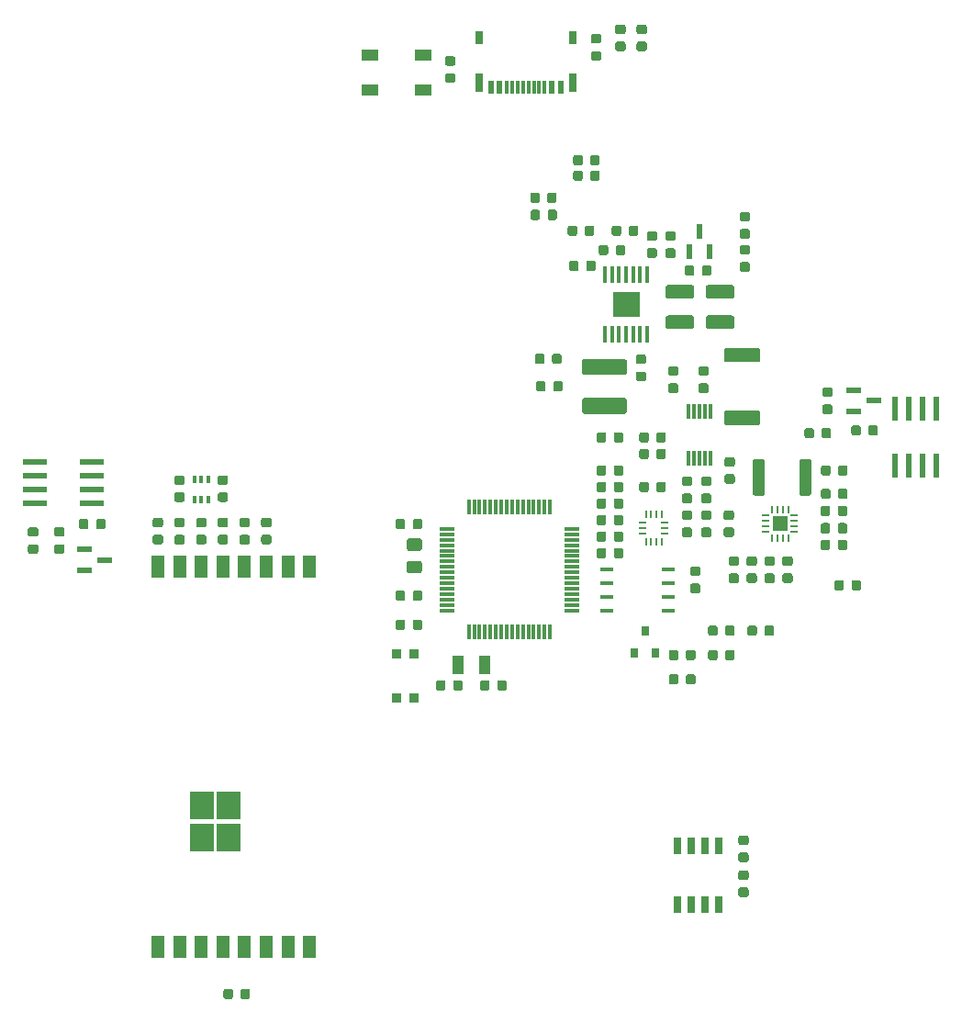
<source format=gtp>
G04 #@! TF.GenerationSoftware,KiCad,Pcbnew,(5.1.5)-3*
G04 #@! TF.CreationDate,2021-06-25T12:34:56-07:00*
G04 #@! TF.ProjectId,mainboard,6d61696e-626f-4617-9264-2e6b69636164,rev?*
G04 #@! TF.SameCoordinates,Original*
G04 #@! TF.FileFunction,Paste,Top*
G04 #@! TF.FilePolarity,Positive*
%FSLAX46Y46*%
G04 Gerber Fmt 4.6, Leading zero omitted, Abs format (unit mm)*
G04 Created by KiCad (PCBNEW (5.1.5)-3) date 2021-06-25 12:34:56*
%MOMM*%
%LPD*%
G04 APERTURE LIST*
%ADD10C,0.100000*%
%ADD11R,0.650000X1.525000*%
%ADD12R,1.300000X2.000000*%
%ADD13R,0.558800X1.320800*%
%ADD14R,1.320800X0.558800*%
%ADD15R,0.609600X2.209800*%
%ADD16R,2.209800X0.609600*%
%ADD17R,0.900000X0.900000*%
%ADD18R,0.800000X0.900000*%
%ADD19R,0.400000X0.650000*%
%ADD20R,0.675000X0.250000*%
%ADD21R,0.250000X0.675000*%
%ADD22R,1.500000X1.000000*%
%ADD23R,0.330200X1.350000*%
%ADD24R,1.200000X0.450000*%
%ADD25R,0.700000X1.300000*%
%ADD26R,0.700000X1.700000*%
%ADD27R,0.300000X1.150000*%
%ADD28R,0.600000X1.150000*%
%ADD29R,1.475000X0.300000*%
%ADD30R,0.300000X1.475000*%
%ADD31R,0.250000X0.700000*%
%ADD32R,0.700000X0.250000*%
%ADD33R,1.450000X1.450000*%
%ADD34R,2.460000X2.310000*%
%ADD35R,0.304800X1.600200*%
%ADD36R,1.000000X1.800000*%
G04 APERTURE END LIST*
D10*
G36*
X116633300Y-127452966D02*
G01*
X116633300Y-124976466D01*
X118728800Y-124976466D01*
X118728800Y-127452966D01*
X116633300Y-127452966D01*
G37*
X116633300Y-127452966D02*
X116633300Y-124976466D01*
X118728800Y-124976466D01*
X118728800Y-127452966D01*
X116633300Y-127452966D01*
G36*
X119046300Y-127452966D02*
G01*
X119046300Y-124976466D01*
X121141800Y-124976466D01*
X121141800Y-127452966D01*
X119046300Y-127452966D01*
G37*
X119046300Y-127452966D02*
X119046300Y-124976466D01*
X121141800Y-124976466D01*
X121141800Y-127452966D01*
X119046300Y-127452966D01*
G36*
X119046300Y-130416300D02*
G01*
X119046300Y-127939800D01*
X121141800Y-127939800D01*
X121141800Y-130416300D01*
X119046300Y-130416300D01*
G37*
X119046300Y-130416300D02*
X119046300Y-127939800D01*
X121141800Y-127939800D01*
X121141800Y-130416300D01*
X119046300Y-130416300D01*
G36*
X116633300Y-130416300D02*
G01*
X116633300Y-127939800D01*
X118728800Y-127939800D01*
X118728800Y-130416300D01*
X116633300Y-130416300D01*
G37*
X116633300Y-130416300D02*
X116633300Y-127939800D01*
X118728800Y-127939800D01*
X118728800Y-130416300D01*
X116633300Y-130416300D01*
G36*
X158046100Y-78903096D02*
G01*
X155586100Y-78903096D01*
X155586100Y-81213096D01*
X158046100Y-81213096D01*
X158046100Y-78903096D01*
G37*
D11*
X161544000Y-130003000D03*
X162814000Y-130003000D03*
X164084000Y-130003000D03*
X165354000Y-130003000D03*
X165354000Y-135427000D03*
X164084000Y-135427000D03*
X162814000Y-135427000D03*
X161544000Y-135427000D03*
D10*
G36*
X167917691Y-129027253D02*
G01*
X167938926Y-129030403D01*
X167959750Y-129035619D01*
X167979962Y-129042851D01*
X167999368Y-129052030D01*
X168017781Y-129063066D01*
X168035024Y-129075854D01*
X168050930Y-129090270D01*
X168065346Y-129106176D01*
X168078134Y-129123419D01*
X168089170Y-129141832D01*
X168098349Y-129161238D01*
X168105581Y-129181450D01*
X168110797Y-129202274D01*
X168113947Y-129223509D01*
X168115000Y-129244950D01*
X168115000Y-129682450D01*
X168113947Y-129703891D01*
X168110797Y-129725126D01*
X168105581Y-129745950D01*
X168098349Y-129766162D01*
X168089170Y-129785568D01*
X168078134Y-129803981D01*
X168065346Y-129821224D01*
X168050930Y-129837130D01*
X168035024Y-129851546D01*
X168017781Y-129864334D01*
X167999368Y-129875370D01*
X167979962Y-129884549D01*
X167959750Y-129891781D01*
X167938926Y-129896997D01*
X167917691Y-129900147D01*
X167896250Y-129901200D01*
X167383750Y-129901200D01*
X167362309Y-129900147D01*
X167341074Y-129896997D01*
X167320250Y-129891781D01*
X167300038Y-129884549D01*
X167280632Y-129875370D01*
X167262219Y-129864334D01*
X167244976Y-129851546D01*
X167229070Y-129837130D01*
X167214654Y-129821224D01*
X167201866Y-129803981D01*
X167190830Y-129785568D01*
X167181651Y-129766162D01*
X167174419Y-129745950D01*
X167169203Y-129725126D01*
X167166053Y-129703891D01*
X167165000Y-129682450D01*
X167165000Y-129244950D01*
X167166053Y-129223509D01*
X167169203Y-129202274D01*
X167174419Y-129181450D01*
X167181651Y-129161238D01*
X167190830Y-129141832D01*
X167201866Y-129123419D01*
X167214654Y-129106176D01*
X167229070Y-129090270D01*
X167244976Y-129075854D01*
X167262219Y-129063066D01*
X167280632Y-129052030D01*
X167300038Y-129042851D01*
X167320250Y-129035619D01*
X167341074Y-129030403D01*
X167362309Y-129027253D01*
X167383750Y-129026200D01*
X167896250Y-129026200D01*
X167917691Y-129027253D01*
G37*
G36*
X167917691Y-130602253D02*
G01*
X167938926Y-130605403D01*
X167959750Y-130610619D01*
X167979962Y-130617851D01*
X167999368Y-130627030D01*
X168017781Y-130638066D01*
X168035024Y-130650854D01*
X168050930Y-130665270D01*
X168065346Y-130681176D01*
X168078134Y-130698419D01*
X168089170Y-130716832D01*
X168098349Y-130736238D01*
X168105581Y-130756450D01*
X168110797Y-130777274D01*
X168113947Y-130798509D01*
X168115000Y-130819950D01*
X168115000Y-131257450D01*
X168113947Y-131278891D01*
X168110797Y-131300126D01*
X168105581Y-131320950D01*
X168098349Y-131341162D01*
X168089170Y-131360568D01*
X168078134Y-131378981D01*
X168065346Y-131396224D01*
X168050930Y-131412130D01*
X168035024Y-131426546D01*
X168017781Y-131439334D01*
X167999368Y-131450370D01*
X167979962Y-131459549D01*
X167959750Y-131466781D01*
X167938926Y-131471997D01*
X167917691Y-131475147D01*
X167896250Y-131476200D01*
X167383750Y-131476200D01*
X167362309Y-131475147D01*
X167341074Y-131471997D01*
X167320250Y-131466781D01*
X167300038Y-131459549D01*
X167280632Y-131450370D01*
X167262219Y-131439334D01*
X167244976Y-131426546D01*
X167229070Y-131412130D01*
X167214654Y-131396224D01*
X167201866Y-131378981D01*
X167190830Y-131360568D01*
X167181651Y-131341162D01*
X167174419Y-131320950D01*
X167169203Y-131300126D01*
X167166053Y-131278891D01*
X167165000Y-131257450D01*
X167165000Y-130819950D01*
X167166053Y-130798509D01*
X167169203Y-130777274D01*
X167174419Y-130756450D01*
X167181651Y-130736238D01*
X167190830Y-130716832D01*
X167201866Y-130698419D01*
X167214654Y-130681176D01*
X167229070Y-130665270D01*
X167244976Y-130650854D01*
X167262219Y-130638066D01*
X167280632Y-130627030D01*
X167300038Y-130617851D01*
X167320250Y-130610619D01*
X167341074Y-130605403D01*
X167362309Y-130602253D01*
X167383750Y-130601200D01*
X167896250Y-130601200D01*
X167917691Y-130602253D01*
G37*
G36*
X121931691Y-143163053D02*
G01*
X121952926Y-143166203D01*
X121973750Y-143171419D01*
X121993962Y-143178651D01*
X122013368Y-143187830D01*
X122031781Y-143198866D01*
X122049024Y-143211654D01*
X122064930Y-143226070D01*
X122079346Y-143241976D01*
X122092134Y-143259219D01*
X122103170Y-143277632D01*
X122112349Y-143297038D01*
X122119581Y-143317250D01*
X122124797Y-143338074D01*
X122127947Y-143359309D01*
X122129000Y-143380750D01*
X122129000Y-143893250D01*
X122127947Y-143914691D01*
X122124797Y-143935926D01*
X122119581Y-143956750D01*
X122112349Y-143976962D01*
X122103170Y-143996368D01*
X122092134Y-144014781D01*
X122079346Y-144032024D01*
X122064930Y-144047930D01*
X122049024Y-144062346D01*
X122031781Y-144075134D01*
X122013368Y-144086170D01*
X121993962Y-144095349D01*
X121973750Y-144102581D01*
X121952926Y-144107797D01*
X121931691Y-144110947D01*
X121910250Y-144112000D01*
X121472750Y-144112000D01*
X121451309Y-144110947D01*
X121430074Y-144107797D01*
X121409250Y-144102581D01*
X121389038Y-144095349D01*
X121369632Y-144086170D01*
X121351219Y-144075134D01*
X121333976Y-144062346D01*
X121318070Y-144047930D01*
X121303654Y-144032024D01*
X121290866Y-144014781D01*
X121279830Y-143996368D01*
X121270651Y-143976962D01*
X121263419Y-143956750D01*
X121258203Y-143935926D01*
X121255053Y-143914691D01*
X121254000Y-143893250D01*
X121254000Y-143380750D01*
X121255053Y-143359309D01*
X121258203Y-143338074D01*
X121263419Y-143317250D01*
X121270651Y-143297038D01*
X121279830Y-143277632D01*
X121290866Y-143259219D01*
X121303654Y-143241976D01*
X121318070Y-143226070D01*
X121333976Y-143211654D01*
X121351219Y-143198866D01*
X121369632Y-143187830D01*
X121389038Y-143178651D01*
X121409250Y-143171419D01*
X121430074Y-143166203D01*
X121451309Y-143163053D01*
X121472750Y-143162000D01*
X121910250Y-143162000D01*
X121931691Y-143163053D01*
G37*
G36*
X120356691Y-143163053D02*
G01*
X120377926Y-143166203D01*
X120398750Y-143171419D01*
X120418962Y-143178651D01*
X120438368Y-143187830D01*
X120456781Y-143198866D01*
X120474024Y-143211654D01*
X120489930Y-143226070D01*
X120504346Y-143241976D01*
X120517134Y-143259219D01*
X120528170Y-143277632D01*
X120537349Y-143297038D01*
X120544581Y-143317250D01*
X120549797Y-143338074D01*
X120552947Y-143359309D01*
X120554000Y-143380750D01*
X120554000Y-143893250D01*
X120552947Y-143914691D01*
X120549797Y-143935926D01*
X120544581Y-143956750D01*
X120537349Y-143976962D01*
X120528170Y-143996368D01*
X120517134Y-144014781D01*
X120504346Y-144032024D01*
X120489930Y-144047930D01*
X120474024Y-144062346D01*
X120456781Y-144075134D01*
X120438368Y-144086170D01*
X120418962Y-144095349D01*
X120398750Y-144102581D01*
X120377926Y-144107797D01*
X120356691Y-144110947D01*
X120335250Y-144112000D01*
X119897750Y-144112000D01*
X119876309Y-144110947D01*
X119855074Y-144107797D01*
X119834250Y-144102581D01*
X119814038Y-144095349D01*
X119794632Y-144086170D01*
X119776219Y-144075134D01*
X119758976Y-144062346D01*
X119743070Y-144047930D01*
X119728654Y-144032024D01*
X119715866Y-144014781D01*
X119704830Y-143996368D01*
X119695651Y-143976962D01*
X119688419Y-143956750D01*
X119683203Y-143935926D01*
X119680053Y-143914691D01*
X119679000Y-143893250D01*
X119679000Y-143380750D01*
X119680053Y-143359309D01*
X119683203Y-143338074D01*
X119688419Y-143317250D01*
X119695651Y-143297038D01*
X119704830Y-143277632D01*
X119715866Y-143259219D01*
X119728654Y-143241976D01*
X119743070Y-143226070D01*
X119758976Y-143211654D01*
X119776219Y-143198866D01*
X119794632Y-143187830D01*
X119814038Y-143178651D01*
X119834250Y-143171419D01*
X119855074Y-143166203D01*
X119876309Y-143163053D01*
X119897750Y-143162000D01*
X120335250Y-143162000D01*
X120356691Y-143163053D01*
G37*
D12*
X113629100Y-104266000D03*
X115629100Y-104266000D03*
X117629100Y-104266000D03*
X119629100Y-104266000D03*
X121629100Y-104266000D03*
X123629100Y-104266000D03*
X125629100Y-104266000D03*
X127629100Y-104266000D03*
X113629100Y-139266000D03*
X115629100Y-139266000D03*
X117629100Y-139266000D03*
X119629100Y-139266000D03*
X121629100Y-139266000D03*
X123629100Y-139266000D03*
X125629100Y-139266000D03*
X127629100Y-139266000D03*
D13*
X163576000Y-73355200D03*
X164528500Y-75234800D03*
X162623500Y-75234800D03*
D14*
X179663400Y-88948096D03*
X177783800Y-89900596D03*
X177783800Y-87995596D03*
X108719204Y-103632000D03*
X106839604Y-104584500D03*
X106839604Y-102679500D03*
D15*
X185420000Y-94945200D03*
X184150000Y-94945200D03*
X182880000Y-94945200D03*
X181610000Y-94945200D03*
X181610000Y-89712800D03*
X182880000Y-89712800D03*
X184150000Y-89712800D03*
X185420000Y-89712800D03*
D16*
X102285800Y-98425000D03*
X102285800Y-97155000D03*
X102285800Y-95885000D03*
X102285800Y-94615000D03*
X107518200Y-94615000D03*
X107518200Y-95885000D03*
X107518200Y-97155000D03*
X107518200Y-98425000D03*
D10*
G36*
X165060691Y-109673153D02*
G01*
X165081926Y-109676303D01*
X165102750Y-109681519D01*
X165122962Y-109688751D01*
X165142368Y-109697930D01*
X165160781Y-109708966D01*
X165178024Y-109721754D01*
X165193930Y-109736170D01*
X165208346Y-109752076D01*
X165221134Y-109769319D01*
X165232170Y-109787732D01*
X165241349Y-109807138D01*
X165248581Y-109827350D01*
X165253797Y-109848174D01*
X165256947Y-109869409D01*
X165258000Y-109890850D01*
X165258000Y-110403350D01*
X165256947Y-110424791D01*
X165253797Y-110446026D01*
X165248581Y-110466850D01*
X165241349Y-110487062D01*
X165232170Y-110506468D01*
X165221134Y-110524881D01*
X165208346Y-110542124D01*
X165193930Y-110558030D01*
X165178024Y-110572446D01*
X165160781Y-110585234D01*
X165142368Y-110596270D01*
X165122962Y-110605449D01*
X165102750Y-110612681D01*
X165081926Y-110617897D01*
X165060691Y-110621047D01*
X165039250Y-110622100D01*
X164601750Y-110622100D01*
X164580309Y-110621047D01*
X164559074Y-110617897D01*
X164538250Y-110612681D01*
X164518038Y-110605449D01*
X164498632Y-110596270D01*
X164480219Y-110585234D01*
X164462976Y-110572446D01*
X164447070Y-110558030D01*
X164432654Y-110542124D01*
X164419866Y-110524881D01*
X164408830Y-110506468D01*
X164399651Y-110487062D01*
X164392419Y-110466850D01*
X164387203Y-110446026D01*
X164384053Y-110424791D01*
X164383000Y-110403350D01*
X164383000Y-109890850D01*
X164384053Y-109869409D01*
X164387203Y-109848174D01*
X164392419Y-109827350D01*
X164399651Y-109807138D01*
X164408830Y-109787732D01*
X164419866Y-109769319D01*
X164432654Y-109752076D01*
X164447070Y-109736170D01*
X164462976Y-109721754D01*
X164480219Y-109708966D01*
X164498632Y-109697930D01*
X164518038Y-109688751D01*
X164538250Y-109681519D01*
X164559074Y-109676303D01*
X164580309Y-109673153D01*
X164601750Y-109672100D01*
X165039250Y-109672100D01*
X165060691Y-109673153D01*
G37*
G36*
X166635691Y-109673153D02*
G01*
X166656926Y-109676303D01*
X166677750Y-109681519D01*
X166697962Y-109688751D01*
X166717368Y-109697930D01*
X166735781Y-109708966D01*
X166753024Y-109721754D01*
X166768930Y-109736170D01*
X166783346Y-109752076D01*
X166796134Y-109769319D01*
X166807170Y-109787732D01*
X166816349Y-109807138D01*
X166823581Y-109827350D01*
X166828797Y-109848174D01*
X166831947Y-109869409D01*
X166833000Y-109890850D01*
X166833000Y-110403350D01*
X166831947Y-110424791D01*
X166828797Y-110446026D01*
X166823581Y-110466850D01*
X166816349Y-110487062D01*
X166807170Y-110506468D01*
X166796134Y-110524881D01*
X166783346Y-110542124D01*
X166768930Y-110558030D01*
X166753024Y-110572446D01*
X166735781Y-110585234D01*
X166717368Y-110596270D01*
X166697962Y-110605449D01*
X166677750Y-110612681D01*
X166656926Y-110617897D01*
X166635691Y-110621047D01*
X166614250Y-110622100D01*
X166176750Y-110622100D01*
X166155309Y-110621047D01*
X166134074Y-110617897D01*
X166113250Y-110612681D01*
X166093038Y-110605449D01*
X166073632Y-110596270D01*
X166055219Y-110585234D01*
X166037976Y-110572446D01*
X166022070Y-110558030D01*
X166007654Y-110542124D01*
X165994866Y-110524881D01*
X165983830Y-110506468D01*
X165974651Y-110487062D01*
X165967419Y-110466850D01*
X165962203Y-110446026D01*
X165959053Y-110424791D01*
X165958000Y-110403350D01*
X165958000Y-109890850D01*
X165959053Y-109869409D01*
X165962203Y-109848174D01*
X165967419Y-109827350D01*
X165974651Y-109807138D01*
X165983830Y-109787732D01*
X165994866Y-109769319D01*
X166007654Y-109752076D01*
X166022070Y-109736170D01*
X166037976Y-109721754D01*
X166055219Y-109708966D01*
X166073632Y-109697930D01*
X166093038Y-109688751D01*
X166113250Y-109681519D01*
X166134074Y-109676303D01*
X166155309Y-109673153D01*
X166176750Y-109672100D01*
X166614250Y-109672100D01*
X166635691Y-109673153D01*
G37*
G36*
X119906791Y-101316053D02*
G01*
X119928026Y-101319203D01*
X119948850Y-101324419D01*
X119969062Y-101331651D01*
X119988468Y-101340830D01*
X120006881Y-101351866D01*
X120024124Y-101364654D01*
X120040030Y-101379070D01*
X120054446Y-101394976D01*
X120067234Y-101412219D01*
X120078270Y-101430632D01*
X120087449Y-101450038D01*
X120094681Y-101470250D01*
X120099897Y-101491074D01*
X120103047Y-101512309D01*
X120104100Y-101533750D01*
X120104100Y-101971250D01*
X120103047Y-101992691D01*
X120099897Y-102013926D01*
X120094681Y-102034750D01*
X120087449Y-102054962D01*
X120078270Y-102074368D01*
X120067234Y-102092781D01*
X120054446Y-102110024D01*
X120040030Y-102125930D01*
X120024124Y-102140346D01*
X120006881Y-102153134D01*
X119988468Y-102164170D01*
X119969062Y-102173349D01*
X119948850Y-102180581D01*
X119928026Y-102185797D01*
X119906791Y-102188947D01*
X119885350Y-102190000D01*
X119372850Y-102190000D01*
X119351409Y-102188947D01*
X119330174Y-102185797D01*
X119309350Y-102180581D01*
X119289138Y-102173349D01*
X119269732Y-102164170D01*
X119251319Y-102153134D01*
X119234076Y-102140346D01*
X119218170Y-102125930D01*
X119203754Y-102110024D01*
X119190966Y-102092781D01*
X119179930Y-102074368D01*
X119170751Y-102054962D01*
X119163519Y-102034750D01*
X119158303Y-102013926D01*
X119155153Y-101992691D01*
X119154100Y-101971250D01*
X119154100Y-101533750D01*
X119155153Y-101512309D01*
X119158303Y-101491074D01*
X119163519Y-101470250D01*
X119170751Y-101450038D01*
X119179930Y-101430632D01*
X119190966Y-101412219D01*
X119203754Y-101394976D01*
X119218170Y-101379070D01*
X119234076Y-101364654D01*
X119251319Y-101351866D01*
X119269732Y-101340830D01*
X119289138Y-101331651D01*
X119309350Y-101324419D01*
X119330174Y-101319203D01*
X119351409Y-101316053D01*
X119372850Y-101315000D01*
X119885350Y-101315000D01*
X119906791Y-101316053D01*
G37*
G36*
X119906791Y-99741053D02*
G01*
X119928026Y-99744203D01*
X119948850Y-99749419D01*
X119969062Y-99756651D01*
X119988468Y-99765830D01*
X120006881Y-99776866D01*
X120024124Y-99789654D01*
X120040030Y-99804070D01*
X120054446Y-99819976D01*
X120067234Y-99837219D01*
X120078270Y-99855632D01*
X120087449Y-99875038D01*
X120094681Y-99895250D01*
X120099897Y-99916074D01*
X120103047Y-99937309D01*
X120104100Y-99958750D01*
X120104100Y-100396250D01*
X120103047Y-100417691D01*
X120099897Y-100438926D01*
X120094681Y-100459750D01*
X120087449Y-100479962D01*
X120078270Y-100499368D01*
X120067234Y-100517781D01*
X120054446Y-100535024D01*
X120040030Y-100550930D01*
X120024124Y-100565346D01*
X120006881Y-100578134D01*
X119988468Y-100589170D01*
X119969062Y-100598349D01*
X119948850Y-100605581D01*
X119928026Y-100610797D01*
X119906791Y-100613947D01*
X119885350Y-100615000D01*
X119372850Y-100615000D01*
X119351409Y-100613947D01*
X119330174Y-100610797D01*
X119309350Y-100605581D01*
X119289138Y-100598349D01*
X119269732Y-100589170D01*
X119251319Y-100578134D01*
X119234076Y-100565346D01*
X119218170Y-100550930D01*
X119203754Y-100535024D01*
X119190966Y-100517781D01*
X119179930Y-100499368D01*
X119170751Y-100479962D01*
X119163519Y-100459750D01*
X119158303Y-100438926D01*
X119155153Y-100417691D01*
X119154100Y-100396250D01*
X119154100Y-99958750D01*
X119155153Y-99937309D01*
X119158303Y-99916074D01*
X119163519Y-99895250D01*
X119170751Y-99875038D01*
X119179930Y-99855632D01*
X119190966Y-99837219D01*
X119203754Y-99819976D01*
X119218170Y-99804070D01*
X119234076Y-99789654D01*
X119251319Y-99776866D01*
X119269732Y-99765830D01*
X119289138Y-99756651D01*
X119309350Y-99749419D01*
X119330174Y-99744203D01*
X119351409Y-99741053D01*
X119372850Y-99740000D01*
X119885350Y-99740000D01*
X119906791Y-99741053D01*
G37*
G36*
X166635691Y-111921053D02*
G01*
X166656926Y-111924203D01*
X166677750Y-111929419D01*
X166697962Y-111936651D01*
X166717368Y-111945830D01*
X166735781Y-111956866D01*
X166753024Y-111969654D01*
X166768930Y-111984070D01*
X166783346Y-111999976D01*
X166796134Y-112017219D01*
X166807170Y-112035632D01*
X166816349Y-112055038D01*
X166823581Y-112075250D01*
X166828797Y-112096074D01*
X166831947Y-112117309D01*
X166833000Y-112138750D01*
X166833000Y-112651250D01*
X166831947Y-112672691D01*
X166828797Y-112693926D01*
X166823581Y-112714750D01*
X166816349Y-112734962D01*
X166807170Y-112754368D01*
X166796134Y-112772781D01*
X166783346Y-112790024D01*
X166768930Y-112805930D01*
X166753024Y-112820346D01*
X166735781Y-112833134D01*
X166717368Y-112844170D01*
X166697962Y-112853349D01*
X166677750Y-112860581D01*
X166656926Y-112865797D01*
X166635691Y-112868947D01*
X166614250Y-112870000D01*
X166176750Y-112870000D01*
X166155309Y-112868947D01*
X166134074Y-112865797D01*
X166113250Y-112860581D01*
X166093038Y-112853349D01*
X166073632Y-112844170D01*
X166055219Y-112833134D01*
X166037976Y-112820346D01*
X166022070Y-112805930D01*
X166007654Y-112790024D01*
X165994866Y-112772781D01*
X165983830Y-112754368D01*
X165974651Y-112734962D01*
X165967419Y-112714750D01*
X165962203Y-112693926D01*
X165959053Y-112672691D01*
X165958000Y-112651250D01*
X165958000Y-112138750D01*
X165959053Y-112117309D01*
X165962203Y-112096074D01*
X165967419Y-112075250D01*
X165974651Y-112055038D01*
X165983830Y-112035632D01*
X165994866Y-112017219D01*
X166007654Y-111999976D01*
X166022070Y-111984070D01*
X166037976Y-111969654D01*
X166055219Y-111956866D01*
X166073632Y-111945830D01*
X166093038Y-111936651D01*
X166113250Y-111929419D01*
X166134074Y-111924203D01*
X166155309Y-111921053D01*
X166176750Y-111920000D01*
X166614250Y-111920000D01*
X166635691Y-111921053D01*
G37*
G36*
X165060691Y-111921053D02*
G01*
X165081926Y-111924203D01*
X165102750Y-111929419D01*
X165122962Y-111936651D01*
X165142368Y-111945830D01*
X165160781Y-111956866D01*
X165178024Y-111969654D01*
X165193930Y-111984070D01*
X165208346Y-111999976D01*
X165221134Y-112017219D01*
X165232170Y-112035632D01*
X165241349Y-112055038D01*
X165248581Y-112075250D01*
X165253797Y-112096074D01*
X165256947Y-112117309D01*
X165258000Y-112138750D01*
X165258000Y-112651250D01*
X165256947Y-112672691D01*
X165253797Y-112693926D01*
X165248581Y-112714750D01*
X165241349Y-112734962D01*
X165232170Y-112754368D01*
X165221134Y-112772781D01*
X165208346Y-112790024D01*
X165193930Y-112805930D01*
X165178024Y-112820346D01*
X165160781Y-112833134D01*
X165142368Y-112844170D01*
X165122962Y-112853349D01*
X165102750Y-112860581D01*
X165081926Y-112865797D01*
X165060691Y-112868947D01*
X165039250Y-112870000D01*
X164601750Y-112870000D01*
X164580309Y-112868947D01*
X164559074Y-112865797D01*
X164538250Y-112860581D01*
X164518038Y-112853349D01*
X164498632Y-112844170D01*
X164480219Y-112833134D01*
X164462976Y-112820346D01*
X164447070Y-112805930D01*
X164432654Y-112790024D01*
X164419866Y-112772781D01*
X164408830Y-112754368D01*
X164399651Y-112734962D01*
X164392419Y-112714750D01*
X164387203Y-112693926D01*
X164384053Y-112672691D01*
X164383000Y-112651250D01*
X164383000Y-112138750D01*
X164384053Y-112117309D01*
X164387203Y-112096074D01*
X164392419Y-112075250D01*
X164399651Y-112055038D01*
X164408830Y-112035632D01*
X164419866Y-112017219D01*
X164432654Y-111999976D01*
X164447070Y-111984070D01*
X164462976Y-111969654D01*
X164480219Y-111956866D01*
X164498632Y-111945830D01*
X164518038Y-111936651D01*
X164538250Y-111929419D01*
X164559074Y-111924203D01*
X164580309Y-111921053D01*
X164601750Y-111920000D01*
X165039250Y-111920000D01*
X165060691Y-111921053D01*
G37*
G36*
X121906791Y-99741053D02*
G01*
X121928026Y-99744203D01*
X121948850Y-99749419D01*
X121969062Y-99756651D01*
X121988468Y-99765830D01*
X122006881Y-99776866D01*
X122024124Y-99789654D01*
X122040030Y-99804070D01*
X122054446Y-99819976D01*
X122067234Y-99837219D01*
X122078270Y-99855632D01*
X122087449Y-99875038D01*
X122094681Y-99895250D01*
X122099897Y-99916074D01*
X122103047Y-99937309D01*
X122104100Y-99958750D01*
X122104100Y-100396250D01*
X122103047Y-100417691D01*
X122099897Y-100438926D01*
X122094681Y-100459750D01*
X122087449Y-100479962D01*
X122078270Y-100499368D01*
X122067234Y-100517781D01*
X122054446Y-100535024D01*
X122040030Y-100550930D01*
X122024124Y-100565346D01*
X122006881Y-100578134D01*
X121988468Y-100589170D01*
X121969062Y-100598349D01*
X121948850Y-100605581D01*
X121928026Y-100610797D01*
X121906791Y-100613947D01*
X121885350Y-100615000D01*
X121372850Y-100615000D01*
X121351409Y-100613947D01*
X121330174Y-100610797D01*
X121309350Y-100605581D01*
X121289138Y-100598349D01*
X121269732Y-100589170D01*
X121251319Y-100578134D01*
X121234076Y-100565346D01*
X121218170Y-100550930D01*
X121203754Y-100535024D01*
X121190966Y-100517781D01*
X121179930Y-100499368D01*
X121170751Y-100479962D01*
X121163519Y-100459750D01*
X121158303Y-100438926D01*
X121155153Y-100417691D01*
X121154100Y-100396250D01*
X121154100Y-99958750D01*
X121155153Y-99937309D01*
X121158303Y-99916074D01*
X121163519Y-99895250D01*
X121170751Y-99875038D01*
X121179930Y-99855632D01*
X121190966Y-99837219D01*
X121203754Y-99819976D01*
X121218170Y-99804070D01*
X121234076Y-99789654D01*
X121251319Y-99776866D01*
X121269732Y-99765830D01*
X121289138Y-99756651D01*
X121309350Y-99749419D01*
X121330174Y-99744203D01*
X121351409Y-99741053D01*
X121372850Y-99740000D01*
X121885350Y-99740000D01*
X121906791Y-99741053D01*
G37*
G36*
X121906791Y-101316053D02*
G01*
X121928026Y-101319203D01*
X121948850Y-101324419D01*
X121969062Y-101331651D01*
X121988468Y-101340830D01*
X122006881Y-101351866D01*
X122024124Y-101364654D01*
X122040030Y-101379070D01*
X122054446Y-101394976D01*
X122067234Y-101412219D01*
X122078270Y-101430632D01*
X122087449Y-101450038D01*
X122094681Y-101470250D01*
X122099897Y-101491074D01*
X122103047Y-101512309D01*
X122104100Y-101533750D01*
X122104100Y-101971250D01*
X122103047Y-101992691D01*
X122099897Y-102013926D01*
X122094681Y-102034750D01*
X122087449Y-102054962D01*
X122078270Y-102074368D01*
X122067234Y-102092781D01*
X122054446Y-102110024D01*
X122040030Y-102125930D01*
X122024124Y-102140346D01*
X122006881Y-102153134D01*
X121988468Y-102164170D01*
X121969062Y-102173349D01*
X121948850Y-102180581D01*
X121928026Y-102185797D01*
X121906791Y-102188947D01*
X121885350Y-102190000D01*
X121372850Y-102190000D01*
X121351409Y-102188947D01*
X121330174Y-102185797D01*
X121309350Y-102180581D01*
X121289138Y-102173349D01*
X121269732Y-102164170D01*
X121251319Y-102153134D01*
X121234076Y-102140346D01*
X121218170Y-102125930D01*
X121203754Y-102110024D01*
X121190966Y-102092781D01*
X121179930Y-102074368D01*
X121170751Y-102054962D01*
X121163519Y-102034750D01*
X121158303Y-102013926D01*
X121155153Y-101992691D01*
X121154100Y-101971250D01*
X121154100Y-101533750D01*
X121155153Y-101512309D01*
X121158303Y-101491074D01*
X121163519Y-101470250D01*
X121170751Y-101450038D01*
X121179930Y-101430632D01*
X121190966Y-101412219D01*
X121203754Y-101394976D01*
X121218170Y-101379070D01*
X121234076Y-101364654D01*
X121251319Y-101351866D01*
X121269732Y-101340830D01*
X121289138Y-101331651D01*
X121309350Y-101324419D01*
X121330174Y-101319203D01*
X121351409Y-101316053D01*
X121372850Y-101315000D01*
X121885350Y-101315000D01*
X121906791Y-101316053D01*
G37*
G36*
X113906791Y-99741053D02*
G01*
X113928026Y-99744203D01*
X113948850Y-99749419D01*
X113969062Y-99756651D01*
X113988468Y-99765830D01*
X114006881Y-99776866D01*
X114024124Y-99789654D01*
X114040030Y-99804070D01*
X114054446Y-99819976D01*
X114067234Y-99837219D01*
X114078270Y-99855632D01*
X114087449Y-99875038D01*
X114094681Y-99895250D01*
X114099897Y-99916074D01*
X114103047Y-99937309D01*
X114104100Y-99958750D01*
X114104100Y-100396250D01*
X114103047Y-100417691D01*
X114099897Y-100438926D01*
X114094681Y-100459750D01*
X114087449Y-100479962D01*
X114078270Y-100499368D01*
X114067234Y-100517781D01*
X114054446Y-100535024D01*
X114040030Y-100550930D01*
X114024124Y-100565346D01*
X114006881Y-100578134D01*
X113988468Y-100589170D01*
X113969062Y-100598349D01*
X113948850Y-100605581D01*
X113928026Y-100610797D01*
X113906791Y-100613947D01*
X113885350Y-100615000D01*
X113372850Y-100615000D01*
X113351409Y-100613947D01*
X113330174Y-100610797D01*
X113309350Y-100605581D01*
X113289138Y-100598349D01*
X113269732Y-100589170D01*
X113251319Y-100578134D01*
X113234076Y-100565346D01*
X113218170Y-100550930D01*
X113203754Y-100535024D01*
X113190966Y-100517781D01*
X113179930Y-100499368D01*
X113170751Y-100479962D01*
X113163519Y-100459750D01*
X113158303Y-100438926D01*
X113155153Y-100417691D01*
X113154100Y-100396250D01*
X113154100Y-99958750D01*
X113155153Y-99937309D01*
X113158303Y-99916074D01*
X113163519Y-99895250D01*
X113170751Y-99875038D01*
X113179930Y-99855632D01*
X113190966Y-99837219D01*
X113203754Y-99819976D01*
X113218170Y-99804070D01*
X113234076Y-99789654D01*
X113251319Y-99776866D01*
X113269732Y-99765830D01*
X113289138Y-99756651D01*
X113309350Y-99749419D01*
X113330174Y-99744203D01*
X113351409Y-99741053D01*
X113372850Y-99740000D01*
X113885350Y-99740000D01*
X113906791Y-99741053D01*
G37*
G36*
X113906791Y-101316053D02*
G01*
X113928026Y-101319203D01*
X113948850Y-101324419D01*
X113969062Y-101331651D01*
X113988468Y-101340830D01*
X114006881Y-101351866D01*
X114024124Y-101364654D01*
X114040030Y-101379070D01*
X114054446Y-101394976D01*
X114067234Y-101412219D01*
X114078270Y-101430632D01*
X114087449Y-101450038D01*
X114094681Y-101470250D01*
X114099897Y-101491074D01*
X114103047Y-101512309D01*
X114104100Y-101533750D01*
X114104100Y-101971250D01*
X114103047Y-101992691D01*
X114099897Y-102013926D01*
X114094681Y-102034750D01*
X114087449Y-102054962D01*
X114078270Y-102074368D01*
X114067234Y-102092781D01*
X114054446Y-102110024D01*
X114040030Y-102125930D01*
X114024124Y-102140346D01*
X114006881Y-102153134D01*
X113988468Y-102164170D01*
X113969062Y-102173349D01*
X113948850Y-102180581D01*
X113928026Y-102185797D01*
X113906791Y-102188947D01*
X113885350Y-102190000D01*
X113372850Y-102190000D01*
X113351409Y-102188947D01*
X113330174Y-102185797D01*
X113309350Y-102180581D01*
X113289138Y-102173349D01*
X113269732Y-102164170D01*
X113251319Y-102153134D01*
X113234076Y-102140346D01*
X113218170Y-102125930D01*
X113203754Y-102110024D01*
X113190966Y-102092781D01*
X113179930Y-102074368D01*
X113170751Y-102054962D01*
X113163519Y-102034750D01*
X113158303Y-102013926D01*
X113155153Y-101992691D01*
X113154100Y-101971250D01*
X113154100Y-101533750D01*
X113155153Y-101512309D01*
X113158303Y-101491074D01*
X113163519Y-101470250D01*
X113170751Y-101450038D01*
X113179930Y-101430632D01*
X113190966Y-101412219D01*
X113203754Y-101394976D01*
X113218170Y-101379070D01*
X113234076Y-101364654D01*
X113251319Y-101351866D01*
X113269732Y-101340830D01*
X113289138Y-101331651D01*
X113309350Y-101324419D01*
X113330174Y-101319203D01*
X113351409Y-101316053D01*
X113372850Y-101315000D01*
X113885350Y-101315000D01*
X113906791Y-101316053D01*
G37*
G36*
X115906791Y-99741053D02*
G01*
X115928026Y-99744203D01*
X115948850Y-99749419D01*
X115969062Y-99756651D01*
X115988468Y-99765830D01*
X116006881Y-99776866D01*
X116024124Y-99789654D01*
X116040030Y-99804070D01*
X116054446Y-99819976D01*
X116067234Y-99837219D01*
X116078270Y-99855632D01*
X116087449Y-99875038D01*
X116094681Y-99895250D01*
X116099897Y-99916074D01*
X116103047Y-99937309D01*
X116104100Y-99958750D01*
X116104100Y-100396250D01*
X116103047Y-100417691D01*
X116099897Y-100438926D01*
X116094681Y-100459750D01*
X116087449Y-100479962D01*
X116078270Y-100499368D01*
X116067234Y-100517781D01*
X116054446Y-100535024D01*
X116040030Y-100550930D01*
X116024124Y-100565346D01*
X116006881Y-100578134D01*
X115988468Y-100589170D01*
X115969062Y-100598349D01*
X115948850Y-100605581D01*
X115928026Y-100610797D01*
X115906791Y-100613947D01*
X115885350Y-100615000D01*
X115372850Y-100615000D01*
X115351409Y-100613947D01*
X115330174Y-100610797D01*
X115309350Y-100605581D01*
X115289138Y-100598349D01*
X115269732Y-100589170D01*
X115251319Y-100578134D01*
X115234076Y-100565346D01*
X115218170Y-100550930D01*
X115203754Y-100535024D01*
X115190966Y-100517781D01*
X115179930Y-100499368D01*
X115170751Y-100479962D01*
X115163519Y-100459750D01*
X115158303Y-100438926D01*
X115155153Y-100417691D01*
X115154100Y-100396250D01*
X115154100Y-99958750D01*
X115155153Y-99937309D01*
X115158303Y-99916074D01*
X115163519Y-99895250D01*
X115170751Y-99875038D01*
X115179930Y-99855632D01*
X115190966Y-99837219D01*
X115203754Y-99819976D01*
X115218170Y-99804070D01*
X115234076Y-99789654D01*
X115251319Y-99776866D01*
X115269732Y-99765830D01*
X115289138Y-99756651D01*
X115309350Y-99749419D01*
X115330174Y-99744203D01*
X115351409Y-99741053D01*
X115372850Y-99740000D01*
X115885350Y-99740000D01*
X115906791Y-99741053D01*
G37*
G36*
X115906791Y-101316053D02*
G01*
X115928026Y-101319203D01*
X115948850Y-101324419D01*
X115969062Y-101331651D01*
X115988468Y-101340830D01*
X116006881Y-101351866D01*
X116024124Y-101364654D01*
X116040030Y-101379070D01*
X116054446Y-101394976D01*
X116067234Y-101412219D01*
X116078270Y-101430632D01*
X116087449Y-101450038D01*
X116094681Y-101470250D01*
X116099897Y-101491074D01*
X116103047Y-101512309D01*
X116104100Y-101533750D01*
X116104100Y-101971250D01*
X116103047Y-101992691D01*
X116099897Y-102013926D01*
X116094681Y-102034750D01*
X116087449Y-102054962D01*
X116078270Y-102074368D01*
X116067234Y-102092781D01*
X116054446Y-102110024D01*
X116040030Y-102125930D01*
X116024124Y-102140346D01*
X116006881Y-102153134D01*
X115988468Y-102164170D01*
X115969062Y-102173349D01*
X115948850Y-102180581D01*
X115928026Y-102185797D01*
X115906791Y-102188947D01*
X115885350Y-102190000D01*
X115372850Y-102190000D01*
X115351409Y-102188947D01*
X115330174Y-102185797D01*
X115309350Y-102180581D01*
X115289138Y-102173349D01*
X115269732Y-102164170D01*
X115251319Y-102153134D01*
X115234076Y-102140346D01*
X115218170Y-102125930D01*
X115203754Y-102110024D01*
X115190966Y-102092781D01*
X115179930Y-102074368D01*
X115170751Y-102054962D01*
X115163519Y-102034750D01*
X115158303Y-102013926D01*
X115155153Y-101992691D01*
X115154100Y-101971250D01*
X115154100Y-101533750D01*
X115155153Y-101512309D01*
X115158303Y-101491074D01*
X115163519Y-101470250D01*
X115170751Y-101450038D01*
X115179930Y-101430632D01*
X115190966Y-101412219D01*
X115203754Y-101394976D01*
X115218170Y-101379070D01*
X115234076Y-101364654D01*
X115251319Y-101351866D01*
X115269732Y-101340830D01*
X115289138Y-101331651D01*
X115309350Y-101324419D01*
X115330174Y-101319203D01*
X115351409Y-101316053D01*
X115372850Y-101315000D01*
X115885350Y-101315000D01*
X115906791Y-101316053D01*
G37*
G36*
X149185691Y-87156053D02*
G01*
X149206926Y-87159203D01*
X149227750Y-87164419D01*
X149247962Y-87171651D01*
X149267368Y-87180830D01*
X149285781Y-87191866D01*
X149303024Y-87204654D01*
X149318930Y-87219070D01*
X149333346Y-87234976D01*
X149346134Y-87252219D01*
X149357170Y-87270632D01*
X149366349Y-87290038D01*
X149373581Y-87310250D01*
X149378797Y-87331074D01*
X149381947Y-87352309D01*
X149383000Y-87373750D01*
X149383000Y-87886250D01*
X149381947Y-87907691D01*
X149378797Y-87928926D01*
X149373581Y-87949750D01*
X149366349Y-87969962D01*
X149357170Y-87989368D01*
X149346134Y-88007781D01*
X149333346Y-88025024D01*
X149318930Y-88040930D01*
X149303024Y-88055346D01*
X149285781Y-88068134D01*
X149267368Y-88079170D01*
X149247962Y-88088349D01*
X149227750Y-88095581D01*
X149206926Y-88100797D01*
X149185691Y-88103947D01*
X149164250Y-88105000D01*
X148726750Y-88105000D01*
X148705309Y-88103947D01*
X148684074Y-88100797D01*
X148663250Y-88095581D01*
X148643038Y-88088349D01*
X148623632Y-88079170D01*
X148605219Y-88068134D01*
X148587976Y-88055346D01*
X148572070Y-88040930D01*
X148557654Y-88025024D01*
X148544866Y-88007781D01*
X148533830Y-87989368D01*
X148524651Y-87969962D01*
X148517419Y-87949750D01*
X148512203Y-87928926D01*
X148509053Y-87907691D01*
X148508000Y-87886250D01*
X148508000Y-87373750D01*
X148509053Y-87352309D01*
X148512203Y-87331074D01*
X148517419Y-87310250D01*
X148524651Y-87290038D01*
X148533830Y-87270632D01*
X148544866Y-87252219D01*
X148557654Y-87234976D01*
X148572070Y-87219070D01*
X148587976Y-87204654D01*
X148605219Y-87191866D01*
X148623632Y-87180830D01*
X148643038Y-87171651D01*
X148663250Y-87164419D01*
X148684074Y-87159203D01*
X148705309Y-87156053D01*
X148726750Y-87155000D01*
X149164250Y-87155000D01*
X149185691Y-87156053D01*
G37*
G36*
X150760691Y-87156053D02*
G01*
X150781926Y-87159203D01*
X150802750Y-87164419D01*
X150822962Y-87171651D01*
X150842368Y-87180830D01*
X150860781Y-87191866D01*
X150878024Y-87204654D01*
X150893930Y-87219070D01*
X150908346Y-87234976D01*
X150921134Y-87252219D01*
X150932170Y-87270632D01*
X150941349Y-87290038D01*
X150948581Y-87310250D01*
X150953797Y-87331074D01*
X150956947Y-87352309D01*
X150958000Y-87373750D01*
X150958000Y-87886250D01*
X150956947Y-87907691D01*
X150953797Y-87928926D01*
X150948581Y-87949750D01*
X150941349Y-87969962D01*
X150932170Y-87989368D01*
X150921134Y-88007781D01*
X150908346Y-88025024D01*
X150893930Y-88040930D01*
X150878024Y-88055346D01*
X150860781Y-88068134D01*
X150842368Y-88079170D01*
X150822962Y-88088349D01*
X150802750Y-88095581D01*
X150781926Y-88100797D01*
X150760691Y-88103947D01*
X150739250Y-88105000D01*
X150301750Y-88105000D01*
X150280309Y-88103947D01*
X150259074Y-88100797D01*
X150238250Y-88095581D01*
X150218038Y-88088349D01*
X150198632Y-88079170D01*
X150180219Y-88068134D01*
X150162976Y-88055346D01*
X150147070Y-88040930D01*
X150132654Y-88025024D01*
X150119866Y-88007781D01*
X150108830Y-87989368D01*
X150099651Y-87969962D01*
X150092419Y-87949750D01*
X150087203Y-87928926D01*
X150084053Y-87907691D01*
X150083000Y-87886250D01*
X150083000Y-87373750D01*
X150084053Y-87352309D01*
X150087203Y-87331074D01*
X150092419Y-87310250D01*
X150099651Y-87290038D01*
X150108830Y-87270632D01*
X150119866Y-87252219D01*
X150132654Y-87234976D01*
X150147070Y-87219070D01*
X150162976Y-87204654D01*
X150180219Y-87191866D01*
X150198632Y-87180830D01*
X150218038Y-87171651D01*
X150238250Y-87164419D01*
X150259074Y-87159203D01*
X150280309Y-87156053D01*
X150301750Y-87155000D01*
X150739250Y-87155000D01*
X150760691Y-87156053D01*
G37*
G36*
X137761505Y-103702204D02*
G01*
X137785773Y-103705804D01*
X137809572Y-103711765D01*
X137832671Y-103720030D01*
X137854850Y-103730520D01*
X137875893Y-103743132D01*
X137895599Y-103757747D01*
X137913777Y-103774223D01*
X137930253Y-103792401D01*
X137944868Y-103812107D01*
X137957480Y-103833150D01*
X137967970Y-103855329D01*
X137976235Y-103878428D01*
X137982196Y-103902227D01*
X137985796Y-103926495D01*
X137987000Y-103950999D01*
X137987000Y-104601001D01*
X137985796Y-104625505D01*
X137982196Y-104649773D01*
X137976235Y-104673572D01*
X137967970Y-104696671D01*
X137957480Y-104718850D01*
X137944868Y-104739893D01*
X137930253Y-104759599D01*
X137913777Y-104777777D01*
X137895599Y-104794253D01*
X137875893Y-104808868D01*
X137854850Y-104821480D01*
X137832671Y-104831970D01*
X137809572Y-104840235D01*
X137785773Y-104846196D01*
X137761505Y-104849796D01*
X137737001Y-104851000D01*
X136836999Y-104851000D01*
X136812495Y-104849796D01*
X136788227Y-104846196D01*
X136764428Y-104840235D01*
X136741329Y-104831970D01*
X136719150Y-104821480D01*
X136698107Y-104808868D01*
X136678401Y-104794253D01*
X136660223Y-104777777D01*
X136643747Y-104759599D01*
X136629132Y-104739893D01*
X136616520Y-104718850D01*
X136606030Y-104696671D01*
X136597765Y-104673572D01*
X136591804Y-104649773D01*
X136588204Y-104625505D01*
X136587000Y-104601001D01*
X136587000Y-103950999D01*
X136588204Y-103926495D01*
X136591804Y-103902227D01*
X136597765Y-103878428D01*
X136606030Y-103855329D01*
X136616520Y-103833150D01*
X136629132Y-103812107D01*
X136643747Y-103792401D01*
X136660223Y-103774223D01*
X136678401Y-103757747D01*
X136698107Y-103743132D01*
X136719150Y-103730520D01*
X136741329Y-103720030D01*
X136764428Y-103711765D01*
X136788227Y-103705804D01*
X136812495Y-103702204D01*
X136836999Y-103701000D01*
X137737001Y-103701000D01*
X137761505Y-103702204D01*
G37*
G36*
X137761505Y-101652204D02*
G01*
X137785773Y-101655804D01*
X137809572Y-101661765D01*
X137832671Y-101670030D01*
X137854850Y-101680520D01*
X137875893Y-101693132D01*
X137895599Y-101707747D01*
X137913777Y-101724223D01*
X137930253Y-101742401D01*
X137944868Y-101762107D01*
X137957480Y-101783150D01*
X137967970Y-101805329D01*
X137976235Y-101828428D01*
X137982196Y-101852227D01*
X137985796Y-101876495D01*
X137987000Y-101900999D01*
X137987000Y-102551001D01*
X137985796Y-102575505D01*
X137982196Y-102599773D01*
X137976235Y-102623572D01*
X137967970Y-102646671D01*
X137957480Y-102668850D01*
X137944868Y-102689893D01*
X137930253Y-102709599D01*
X137913777Y-102727777D01*
X137895599Y-102744253D01*
X137875893Y-102758868D01*
X137854850Y-102771480D01*
X137832671Y-102781970D01*
X137809572Y-102790235D01*
X137785773Y-102796196D01*
X137761505Y-102799796D01*
X137737001Y-102801000D01*
X136836999Y-102801000D01*
X136812495Y-102799796D01*
X136788227Y-102796196D01*
X136764428Y-102790235D01*
X136741329Y-102781970D01*
X136719150Y-102771480D01*
X136698107Y-102758868D01*
X136678401Y-102744253D01*
X136660223Y-102727777D01*
X136643747Y-102709599D01*
X136629132Y-102689893D01*
X136616520Y-102668850D01*
X136606030Y-102646671D01*
X136597765Y-102623572D01*
X136591804Y-102599773D01*
X136588204Y-102575505D01*
X136587000Y-102551001D01*
X136587000Y-101900999D01*
X136588204Y-101876495D01*
X136591804Y-101852227D01*
X136597765Y-101828428D01*
X136606030Y-101805329D01*
X136616520Y-101783150D01*
X136629132Y-101762107D01*
X136643747Y-101742401D01*
X136660223Y-101724223D01*
X136678401Y-101707747D01*
X136698107Y-101693132D01*
X136719150Y-101680520D01*
X136741329Y-101670030D01*
X136764428Y-101661765D01*
X136788227Y-101655804D01*
X136812495Y-101652204D01*
X136836999Y-101651000D01*
X137737001Y-101651000D01*
X137761505Y-101652204D01*
G37*
D17*
X135661500Y-116350000D03*
X137261500Y-116350000D03*
X137261500Y-112250000D03*
X135661500Y-112250000D03*
D10*
G36*
X123906791Y-99741053D02*
G01*
X123928026Y-99744203D01*
X123948850Y-99749419D01*
X123969062Y-99756651D01*
X123988468Y-99765830D01*
X124006881Y-99776866D01*
X124024124Y-99789654D01*
X124040030Y-99804070D01*
X124054446Y-99819976D01*
X124067234Y-99837219D01*
X124078270Y-99855632D01*
X124087449Y-99875038D01*
X124094681Y-99895250D01*
X124099897Y-99916074D01*
X124103047Y-99937309D01*
X124104100Y-99958750D01*
X124104100Y-100396250D01*
X124103047Y-100417691D01*
X124099897Y-100438926D01*
X124094681Y-100459750D01*
X124087449Y-100479962D01*
X124078270Y-100499368D01*
X124067234Y-100517781D01*
X124054446Y-100535024D01*
X124040030Y-100550930D01*
X124024124Y-100565346D01*
X124006881Y-100578134D01*
X123988468Y-100589170D01*
X123969062Y-100598349D01*
X123948850Y-100605581D01*
X123928026Y-100610797D01*
X123906791Y-100613947D01*
X123885350Y-100615000D01*
X123372850Y-100615000D01*
X123351409Y-100613947D01*
X123330174Y-100610797D01*
X123309350Y-100605581D01*
X123289138Y-100598349D01*
X123269732Y-100589170D01*
X123251319Y-100578134D01*
X123234076Y-100565346D01*
X123218170Y-100550930D01*
X123203754Y-100535024D01*
X123190966Y-100517781D01*
X123179930Y-100499368D01*
X123170751Y-100479962D01*
X123163519Y-100459750D01*
X123158303Y-100438926D01*
X123155153Y-100417691D01*
X123154100Y-100396250D01*
X123154100Y-99958750D01*
X123155153Y-99937309D01*
X123158303Y-99916074D01*
X123163519Y-99895250D01*
X123170751Y-99875038D01*
X123179930Y-99855632D01*
X123190966Y-99837219D01*
X123203754Y-99819976D01*
X123218170Y-99804070D01*
X123234076Y-99789654D01*
X123251319Y-99776866D01*
X123269732Y-99765830D01*
X123289138Y-99756651D01*
X123309350Y-99749419D01*
X123330174Y-99744203D01*
X123351409Y-99741053D01*
X123372850Y-99740000D01*
X123885350Y-99740000D01*
X123906791Y-99741053D01*
G37*
G36*
X123906791Y-101316053D02*
G01*
X123928026Y-101319203D01*
X123948850Y-101324419D01*
X123969062Y-101331651D01*
X123988468Y-101340830D01*
X124006881Y-101351866D01*
X124024124Y-101364654D01*
X124040030Y-101379070D01*
X124054446Y-101394976D01*
X124067234Y-101412219D01*
X124078270Y-101430632D01*
X124087449Y-101450038D01*
X124094681Y-101470250D01*
X124099897Y-101491074D01*
X124103047Y-101512309D01*
X124104100Y-101533750D01*
X124104100Y-101971250D01*
X124103047Y-101992691D01*
X124099897Y-102013926D01*
X124094681Y-102034750D01*
X124087449Y-102054962D01*
X124078270Y-102074368D01*
X124067234Y-102092781D01*
X124054446Y-102110024D01*
X124040030Y-102125930D01*
X124024124Y-102140346D01*
X124006881Y-102153134D01*
X123988468Y-102164170D01*
X123969062Y-102173349D01*
X123948850Y-102180581D01*
X123928026Y-102185797D01*
X123906791Y-102188947D01*
X123885350Y-102190000D01*
X123372850Y-102190000D01*
X123351409Y-102188947D01*
X123330174Y-102185797D01*
X123309350Y-102180581D01*
X123289138Y-102173349D01*
X123269732Y-102164170D01*
X123251319Y-102153134D01*
X123234076Y-102140346D01*
X123218170Y-102125930D01*
X123203754Y-102110024D01*
X123190966Y-102092781D01*
X123179930Y-102074368D01*
X123170751Y-102054962D01*
X123163519Y-102034750D01*
X123158303Y-102013926D01*
X123155153Y-101992691D01*
X123154100Y-101971250D01*
X123154100Y-101533750D01*
X123155153Y-101512309D01*
X123158303Y-101491074D01*
X123163519Y-101470250D01*
X123170751Y-101450038D01*
X123179930Y-101430632D01*
X123190966Y-101412219D01*
X123203754Y-101394976D01*
X123218170Y-101379070D01*
X123234076Y-101364654D01*
X123251319Y-101351866D01*
X123269732Y-101340830D01*
X123289138Y-101331651D01*
X123309350Y-101324419D01*
X123330174Y-101319203D01*
X123351409Y-101316053D01*
X123372850Y-101315000D01*
X123885350Y-101315000D01*
X123906791Y-101316053D01*
G37*
G36*
X117906791Y-99741053D02*
G01*
X117928026Y-99744203D01*
X117948850Y-99749419D01*
X117969062Y-99756651D01*
X117988468Y-99765830D01*
X118006881Y-99776866D01*
X118024124Y-99789654D01*
X118040030Y-99804070D01*
X118054446Y-99819976D01*
X118067234Y-99837219D01*
X118078270Y-99855632D01*
X118087449Y-99875038D01*
X118094681Y-99895250D01*
X118099897Y-99916074D01*
X118103047Y-99937309D01*
X118104100Y-99958750D01*
X118104100Y-100396250D01*
X118103047Y-100417691D01*
X118099897Y-100438926D01*
X118094681Y-100459750D01*
X118087449Y-100479962D01*
X118078270Y-100499368D01*
X118067234Y-100517781D01*
X118054446Y-100535024D01*
X118040030Y-100550930D01*
X118024124Y-100565346D01*
X118006881Y-100578134D01*
X117988468Y-100589170D01*
X117969062Y-100598349D01*
X117948850Y-100605581D01*
X117928026Y-100610797D01*
X117906791Y-100613947D01*
X117885350Y-100615000D01*
X117372850Y-100615000D01*
X117351409Y-100613947D01*
X117330174Y-100610797D01*
X117309350Y-100605581D01*
X117289138Y-100598349D01*
X117269732Y-100589170D01*
X117251319Y-100578134D01*
X117234076Y-100565346D01*
X117218170Y-100550930D01*
X117203754Y-100535024D01*
X117190966Y-100517781D01*
X117179930Y-100499368D01*
X117170751Y-100479962D01*
X117163519Y-100459750D01*
X117158303Y-100438926D01*
X117155153Y-100417691D01*
X117154100Y-100396250D01*
X117154100Y-99958750D01*
X117155153Y-99937309D01*
X117158303Y-99916074D01*
X117163519Y-99895250D01*
X117170751Y-99875038D01*
X117179930Y-99855632D01*
X117190966Y-99837219D01*
X117203754Y-99819976D01*
X117218170Y-99804070D01*
X117234076Y-99789654D01*
X117251319Y-99776866D01*
X117269732Y-99765830D01*
X117289138Y-99756651D01*
X117309350Y-99749419D01*
X117330174Y-99744203D01*
X117351409Y-99741053D01*
X117372850Y-99740000D01*
X117885350Y-99740000D01*
X117906791Y-99741053D01*
G37*
G36*
X117906791Y-101316053D02*
G01*
X117928026Y-101319203D01*
X117948850Y-101324419D01*
X117969062Y-101331651D01*
X117988468Y-101340830D01*
X118006881Y-101351866D01*
X118024124Y-101364654D01*
X118040030Y-101379070D01*
X118054446Y-101394976D01*
X118067234Y-101412219D01*
X118078270Y-101430632D01*
X118087449Y-101450038D01*
X118094681Y-101470250D01*
X118099897Y-101491074D01*
X118103047Y-101512309D01*
X118104100Y-101533750D01*
X118104100Y-101971250D01*
X118103047Y-101992691D01*
X118099897Y-102013926D01*
X118094681Y-102034750D01*
X118087449Y-102054962D01*
X118078270Y-102074368D01*
X118067234Y-102092781D01*
X118054446Y-102110024D01*
X118040030Y-102125930D01*
X118024124Y-102140346D01*
X118006881Y-102153134D01*
X117988468Y-102164170D01*
X117969062Y-102173349D01*
X117948850Y-102180581D01*
X117928026Y-102185797D01*
X117906791Y-102188947D01*
X117885350Y-102190000D01*
X117372850Y-102190000D01*
X117351409Y-102188947D01*
X117330174Y-102185797D01*
X117309350Y-102180581D01*
X117289138Y-102173349D01*
X117269732Y-102164170D01*
X117251319Y-102153134D01*
X117234076Y-102140346D01*
X117218170Y-102125930D01*
X117203754Y-102110024D01*
X117190966Y-102092781D01*
X117179930Y-102074368D01*
X117170751Y-102054962D01*
X117163519Y-102034750D01*
X117158303Y-102013926D01*
X117155153Y-101992691D01*
X117154100Y-101971250D01*
X117154100Y-101533750D01*
X117155153Y-101512309D01*
X117158303Y-101491074D01*
X117163519Y-101470250D01*
X117170751Y-101450038D01*
X117179930Y-101430632D01*
X117190966Y-101412219D01*
X117203754Y-101394976D01*
X117218170Y-101379070D01*
X117234076Y-101364654D01*
X117251319Y-101351866D01*
X117269732Y-101340830D01*
X117289138Y-101331651D01*
X117309350Y-101324419D01*
X117330174Y-101319203D01*
X117351409Y-101316053D01*
X117372850Y-101315000D01*
X117885350Y-101315000D01*
X117906791Y-101316053D01*
G37*
D18*
X158559500Y-110188500D03*
X159509500Y-112188500D03*
X157609500Y-112188500D03*
D19*
X116979100Y-98105000D03*
X118279100Y-98105000D03*
X117629100Y-96205000D03*
X117629100Y-98105000D03*
X118279100Y-96205000D03*
X116979100Y-96205000D03*
D10*
G36*
X115906791Y-97404453D02*
G01*
X115928026Y-97407603D01*
X115948850Y-97412819D01*
X115969062Y-97420051D01*
X115988468Y-97429230D01*
X116006881Y-97440266D01*
X116024124Y-97453054D01*
X116040030Y-97467470D01*
X116054446Y-97483376D01*
X116067234Y-97500619D01*
X116078270Y-97519032D01*
X116087449Y-97538438D01*
X116094681Y-97558650D01*
X116099897Y-97579474D01*
X116103047Y-97600709D01*
X116104100Y-97622150D01*
X116104100Y-98059650D01*
X116103047Y-98081091D01*
X116099897Y-98102326D01*
X116094681Y-98123150D01*
X116087449Y-98143362D01*
X116078270Y-98162768D01*
X116067234Y-98181181D01*
X116054446Y-98198424D01*
X116040030Y-98214330D01*
X116024124Y-98228746D01*
X116006881Y-98241534D01*
X115988468Y-98252570D01*
X115969062Y-98261749D01*
X115948850Y-98268981D01*
X115928026Y-98274197D01*
X115906791Y-98277347D01*
X115885350Y-98278400D01*
X115372850Y-98278400D01*
X115351409Y-98277347D01*
X115330174Y-98274197D01*
X115309350Y-98268981D01*
X115289138Y-98261749D01*
X115269732Y-98252570D01*
X115251319Y-98241534D01*
X115234076Y-98228746D01*
X115218170Y-98214330D01*
X115203754Y-98198424D01*
X115190966Y-98181181D01*
X115179930Y-98162768D01*
X115170751Y-98143362D01*
X115163519Y-98123150D01*
X115158303Y-98102326D01*
X115155153Y-98081091D01*
X115154100Y-98059650D01*
X115154100Y-97622150D01*
X115155153Y-97600709D01*
X115158303Y-97579474D01*
X115163519Y-97558650D01*
X115170751Y-97538438D01*
X115179930Y-97519032D01*
X115190966Y-97500619D01*
X115203754Y-97483376D01*
X115218170Y-97467470D01*
X115234076Y-97453054D01*
X115251319Y-97440266D01*
X115269732Y-97429230D01*
X115289138Y-97420051D01*
X115309350Y-97412819D01*
X115330174Y-97407603D01*
X115351409Y-97404453D01*
X115372850Y-97403400D01*
X115885350Y-97403400D01*
X115906791Y-97404453D01*
G37*
G36*
X115906791Y-95829453D02*
G01*
X115928026Y-95832603D01*
X115948850Y-95837819D01*
X115969062Y-95845051D01*
X115988468Y-95854230D01*
X116006881Y-95865266D01*
X116024124Y-95878054D01*
X116040030Y-95892470D01*
X116054446Y-95908376D01*
X116067234Y-95925619D01*
X116078270Y-95944032D01*
X116087449Y-95963438D01*
X116094681Y-95983650D01*
X116099897Y-96004474D01*
X116103047Y-96025709D01*
X116104100Y-96047150D01*
X116104100Y-96484650D01*
X116103047Y-96506091D01*
X116099897Y-96527326D01*
X116094681Y-96548150D01*
X116087449Y-96568362D01*
X116078270Y-96587768D01*
X116067234Y-96606181D01*
X116054446Y-96623424D01*
X116040030Y-96639330D01*
X116024124Y-96653746D01*
X116006881Y-96666534D01*
X115988468Y-96677570D01*
X115969062Y-96686749D01*
X115948850Y-96693981D01*
X115928026Y-96699197D01*
X115906791Y-96702347D01*
X115885350Y-96703400D01*
X115372850Y-96703400D01*
X115351409Y-96702347D01*
X115330174Y-96699197D01*
X115309350Y-96693981D01*
X115289138Y-96686749D01*
X115269732Y-96677570D01*
X115251319Y-96666534D01*
X115234076Y-96653746D01*
X115218170Y-96639330D01*
X115203754Y-96623424D01*
X115190966Y-96606181D01*
X115179930Y-96587768D01*
X115170751Y-96568362D01*
X115163519Y-96548150D01*
X115158303Y-96527326D01*
X115155153Y-96506091D01*
X115154100Y-96484650D01*
X115154100Y-96047150D01*
X115155153Y-96025709D01*
X115158303Y-96004474D01*
X115163519Y-95983650D01*
X115170751Y-95963438D01*
X115179930Y-95944032D01*
X115190966Y-95925619D01*
X115203754Y-95908376D01*
X115218170Y-95892470D01*
X115234076Y-95878054D01*
X115251319Y-95865266D01*
X115269732Y-95854230D01*
X115289138Y-95845051D01*
X115309350Y-95837819D01*
X115330174Y-95832603D01*
X115351409Y-95829453D01*
X115372850Y-95828400D01*
X115885350Y-95828400D01*
X115906791Y-95829453D01*
G37*
G36*
X119906791Y-97404453D02*
G01*
X119928026Y-97407603D01*
X119948850Y-97412819D01*
X119969062Y-97420051D01*
X119988468Y-97429230D01*
X120006881Y-97440266D01*
X120024124Y-97453054D01*
X120040030Y-97467470D01*
X120054446Y-97483376D01*
X120067234Y-97500619D01*
X120078270Y-97519032D01*
X120087449Y-97538438D01*
X120094681Y-97558650D01*
X120099897Y-97579474D01*
X120103047Y-97600709D01*
X120104100Y-97622150D01*
X120104100Y-98059650D01*
X120103047Y-98081091D01*
X120099897Y-98102326D01*
X120094681Y-98123150D01*
X120087449Y-98143362D01*
X120078270Y-98162768D01*
X120067234Y-98181181D01*
X120054446Y-98198424D01*
X120040030Y-98214330D01*
X120024124Y-98228746D01*
X120006881Y-98241534D01*
X119988468Y-98252570D01*
X119969062Y-98261749D01*
X119948850Y-98268981D01*
X119928026Y-98274197D01*
X119906791Y-98277347D01*
X119885350Y-98278400D01*
X119372850Y-98278400D01*
X119351409Y-98277347D01*
X119330174Y-98274197D01*
X119309350Y-98268981D01*
X119289138Y-98261749D01*
X119269732Y-98252570D01*
X119251319Y-98241534D01*
X119234076Y-98228746D01*
X119218170Y-98214330D01*
X119203754Y-98198424D01*
X119190966Y-98181181D01*
X119179930Y-98162768D01*
X119170751Y-98143362D01*
X119163519Y-98123150D01*
X119158303Y-98102326D01*
X119155153Y-98081091D01*
X119154100Y-98059650D01*
X119154100Y-97622150D01*
X119155153Y-97600709D01*
X119158303Y-97579474D01*
X119163519Y-97558650D01*
X119170751Y-97538438D01*
X119179930Y-97519032D01*
X119190966Y-97500619D01*
X119203754Y-97483376D01*
X119218170Y-97467470D01*
X119234076Y-97453054D01*
X119251319Y-97440266D01*
X119269732Y-97429230D01*
X119289138Y-97420051D01*
X119309350Y-97412819D01*
X119330174Y-97407603D01*
X119351409Y-97404453D01*
X119372850Y-97403400D01*
X119885350Y-97403400D01*
X119906791Y-97404453D01*
G37*
G36*
X119906791Y-95829453D02*
G01*
X119928026Y-95832603D01*
X119948850Y-95837819D01*
X119969062Y-95845051D01*
X119988468Y-95854230D01*
X120006881Y-95865266D01*
X120024124Y-95878054D01*
X120040030Y-95892470D01*
X120054446Y-95908376D01*
X120067234Y-95925619D01*
X120078270Y-95944032D01*
X120087449Y-95963438D01*
X120094681Y-95983650D01*
X120099897Y-96004474D01*
X120103047Y-96025709D01*
X120104100Y-96047150D01*
X120104100Y-96484650D01*
X120103047Y-96506091D01*
X120099897Y-96527326D01*
X120094681Y-96548150D01*
X120087449Y-96568362D01*
X120078270Y-96587768D01*
X120067234Y-96606181D01*
X120054446Y-96623424D01*
X120040030Y-96639330D01*
X120024124Y-96653746D01*
X120006881Y-96666534D01*
X119988468Y-96677570D01*
X119969062Y-96686749D01*
X119948850Y-96693981D01*
X119928026Y-96699197D01*
X119906791Y-96702347D01*
X119885350Y-96703400D01*
X119372850Y-96703400D01*
X119351409Y-96702347D01*
X119330174Y-96699197D01*
X119309350Y-96693981D01*
X119289138Y-96686749D01*
X119269732Y-96677570D01*
X119251319Y-96666534D01*
X119234076Y-96653746D01*
X119218170Y-96639330D01*
X119203754Y-96623424D01*
X119190966Y-96606181D01*
X119179930Y-96587768D01*
X119170751Y-96568362D01*
X119163519Y-96548150D01*
X119158303Y-96527326D01*
X119155153Y-96506091D01*
X119154100Y-96484650D01*
X119154100Y-96047150D01*
X119155153Y-96025709D01*
X119158303Y-96004474D01*
X119163519Y-95983650D01*
X119170751Y-95963438D01*
X119179930Y-95944032D01*
X119190966Y-95925619D01*
X119203754Y-95908376D01*
X119218170Y-95892470D01*
X119234076Y-95878054D01*
X119251319Y-95865266D01*
X119269732Y-95854230D01*
X119289138Y-95845051D01*
X119309350Y-95837819D01*
X119330174Y-95832603D01*
X119351409Y-95829453D01*
X119372850Y-95828400D01*
X119885350Y-95828400D01*
X119906791Y-95829453D01*
G37*
G36*
X163016191Y-114168953D02*
G01*
X163037426Y-114172103D01*
X163058250Y-114177319D01*
X163078462Y-114184551D01*
X163097868Y-114193730D01*
X163116281Y-114204766D01*
X163133524Y-114217554D01*
X163149430Y-114231970D01*
X163163846Y-114247876D01*
X163176634Y-114265119D01*
X163187670Y-114283532D01*
X163196849Y-114302938D01*
X163204081Y-114323150D01*
X163209297Y-114343974D01*
X163212447Y-114365209D01*
X163213500Y-114386650D01*
X163213500Y-114899150D01*
X163212447Y-114920591D01*
X163209297Y-114941826D01*
X163204081Y-114962650D01*
X163196849Y-114982862D01*
X163187670Y-115002268D01*
X163176634Y-115020681D01*
X163163846Y-115037924D01*
X163149430Y-115053830D01*
X163133524Y-115068246D01*
X163116281Y-115081034D01*
X163097868Y-115092070D01*
X163078462Y-115101249D01*
X163058250Y-115108481D01*
X163037426Y-115113697D01*
X163016191Y-115116847D01*
X162994750Y-115117900D01*
X162557250Y-115117900D01*
X162535809Y-115116847D01*
X162514574Y-115113697D01*
X162493750Y-115108481D01*
X162473538Y-115101249D01*
X162454132Y-115092070D01*
X162435719Y-115081034D01*
X162418476Y-115068246D01*
X162402570Y-115053830D01*
X162388154Y-115037924D01*
X162375366Y-115020681D01*
X162364330Y-115002268D01*
X162355151Y-114982862D01*
X162347919Y-114962650D01*
X162342703Y-114941826D01*
X162339553Y-114920591D01*
X162338500Y-114899150D01*
X162338500Y-114386650D01*
X162339553Y-114365209D01*
X162342703Y-114343974D01*
X162347919Y-114323150D01*
X162355151Y-114302938D01*
X162364330Y-114283532D01*
X162375366Y-114265119D01*
X162388154Y-114247876D01*
X162402570Y-114231970D01*
X162418476Y-114217554D01*
X162435719Y-114204766D01*
X162454132Y-114193730D01*
X162473538Y-114184551D01*
X162493750Y-114177319D01*
X162514574Y-114172103D01*
X162535809Y-114168953D01*
X162557250Y-114167900D01*
X162994750Y-114167900D01*
X163016191Y-114168953D01*
G37*
G36*
X161441191Y-114168953D02*
G01*
X161462426Y-114172103D01*
X161483250Y-114177319D01*
X161503462Y-114184551D01*
X161522868Y-114193730D01*
X161541281Y-114204766D01*
X161558524Y-114217554D01*
X161574430Y-114231970D01*
X161588846Y-114247876D01*
X161601634Y-114265119D01*
X161612670Y-114283532D01*
X161621849Y-114302938D01*
X161629081Y-114323150D01*
X161634297Y-114343974D01*
X161637447Y-114365209D01*
X161638500Y-114386650D01*
X161638500Y-114899150D01*
X161637447Y-114920591D01*
X161634297Y-114941826D01*
X161629081Y-114962650D01*
X161621849Y-114982862D01*
X161612670Y-115002268D01*
X161601634Y-115020681D01*
X161588846Y-115037924D01*
X161574430Y-115053830D01*
X161558524Y-115068246D01*
X161541281Y-115081034D01*
X161522868Y-115092070D01*
X161503462Y-115101249D01*
X161483250Y-115108481D01*
X161462426Y-115113697D01*
X161441191Y-115116847D01*
X161419750Y-115117900D01*
X160982250Y-115117900D01*
X160960809Y-115116847D01*
X160939574Y-115113697D01*
X160918750Y-115108481D01*
X160898538Y-115101249D01*
X160879132Y-115092070D01*
X160860719Y-115081034D01*
X160843476Y-115068246D01*
X160827570Y-115053830D01*
X160813154Y-115037924D01*
X160800366Y-115020681D01*
X160789330Y-115002268D01*
X160780151Y-114982862D01*
X160772919Y-114962650D01*
X160767703Y-114941826D01*
X160764553Y-114920591D01*
X160763500Y-114899150D01*
X160763500Y-114386650D01*
X160764553Y-114365209D01*
X160767703Y-114343974D01*
X160772919Y-114323150D01*
X160780151Y-114302938D01*
X160789330Y-114283532D01*
X160800366Y-114265119D01*
X160813154Y-114247876D01*
X160827570Y-114231970D01*
X160843476Y-114217554D01*
X160860719Y-114204766D01*
X160879132Y-114193730D01*
X160898538Y-114184551D01*
X160918750Y-114177319D01*
X160939574Y-114172103D01*
X160960809Y-114168953D01*
X160982250Y-114167900D01*
X161419750Y-114167900D01*
X161441191Y-114168953D01*
G37*
G36*
X163016191Y-111921053D02*
G01*
X163037426Y-111924203D01*
X163058250Y-111929419D01*
X163078462Y-111936651D01*
X163097868Y-111945830D01*
X163116281Y-111956866D01*
X163133524Y-111969654D01*
X163149430Y-111984070D01*
X163163846Y-111999976D01*
X163176634Y-112017219D01*
X163187670Y-112035632D01*
X163196849Y-112055038D01*
X163204081Y-112075250D01*
X163209297Y-112096074D01*
X163212447Y-112117309D01*
X163213500Y-112138750D01*
X163213500Y-112651250D01*
X163212447Y-112672691D01*
X163209297Y-112693926D01*
X163204081Y-112714750D01*
X163196849Y-112734962D01*
X163187670Y-112754368D01*
X163176634Y-112772781D01*
X163163846Y-112790024D01*
X163149430Y-112805930D01*
X163133524Y-112820346D01*
X163116281Y-112833134D01*
X163097868Y-112844170D01*
X163078462Y-112853349D01*
X163058250Y-112860581D01*
X163037426Y-112865797D01*
X163016191Y-112868947D01*
X162994750Y-112870000D01*
X162557250Y-112870000D01*
X162535809Y-112868947D01*
X162514574Y-112865797D01*
X162493750Y-112860581D01*
X162473538Y-112853349D01*
X162454132Y-112844170D01*
X162435719Y-112833134D01*
X162418476Y-112820346D01*
X162402570Y-112805930D01*
X162388154Y-112790024D01*
X162375366Y-112772781D01*
X162364330Y-112754368D01*
X162355151Y-112734962D01*
X162347919Y-112714750D01*
X162342703Y-112693926D01*
X162339553Y-112672691D01*
X162338500Y-112651250D01*
X162338500Y-112138750D01*
X162339553Y-112117309D01*
X162342703Y-112096074D01*
X162347919Y-112075250D01*
X162355151Y-112055038D01*
X162364330Y-112035632D01*
X162375366Y-112017219D01*
X162388154Y-111999976D01*
X162402570Y-111984070D01*
X162418476Y-111969654D01*
X162435719Y-111956866D01*
X162454132Y-111945830D01*
X162473538Y-111936651D01*
X162493750Y-111929419D01*
X162514574Y-111924203D01*
X162535809Y-111921053D01*
X162557250Y-111920000D01*
X162994750Y-111920000D01*
X163016191Y-111921053D01*
G37*
G36*
X161441191Y-111921053D02*
G01*
X161462426Y-111924203D01*
X161483250Y-111929419D01*
X161503462Y-111936651D01*
X161522868Y-111945830D01*
X161541281Y-111956866D01*
X161558524Y-111969654D01*
X161574430Y-111984070D01*
X161588846Y-111999976D01*
X161601634Y-112017219D01*
X161612670Y-112035632D01*
X161621849Y-112055038D01*
X161629081Y-112075250D01*
X161634297Y-112096074D01*
X161637447Y-112117309D01*
X161638500Y-112138750D01*
X161638500Y-112651250D01*
X161637447Y-112672691D01*
X161634297Y-112693926D01*
X161629081Y-112714750D01*
X161621849Y-112734962D01*
X161612670Y-112754368D01*
X161601634Y-112772781D01*
X161588846Y-112790024D01*
X161574430Y-112805930D01*
X161558524Y-112820346D01*
X161541281Y-112833134D01*
X161522868Y-112844170D01*
X161503462Y-112853349D01*
X161483250Y-112860581D01*
X161462426Y-112865797D01*
X161441191Y-112868947D01*
X161419750Y-112870000D01*
X160982250Y-112870000D01*
X160960809Y-112868947D01*
X160939574Y-112865797D01*
X160918750Y-112860581D01*
X160898538Y-112853349D01*
X160879132Y-112844170D01*
X160860719Y-112833134D01*
X160843476Y-112820346D01*
X160827570Y-112805930D01*
X160813154Y-112790024D01*
X160800366Y-112772781D01*
X160789330Y-112754368D01*
X160780151Y-112734962D01*
X160772919Y-112714750D01*
X160767703Y-112693926D01*
X160764553Y-112672691D01*
X160763500Y-112651250D01*
X160763500Y-112138750D01*
X160764553Y-112117309D01*
X160767703Y-112096074D01*
X160772919Y-112075250D01*
X160780151Y-112055038D01*
X160789330Y-112035632D01*
X160800366Y-112017219D01*
X160813154Y-111999976D01*
X160827570Y-111984070D01*
X160843476Y-111969654D01*
X160860719Y-111956866D01*
X160879132Y-111945830D01*
X160898538Y-111936651D01*
X160918750Y-111929419D01*
X160939574Y-111924203D01*
X160960809Y-111921053D01*
X160982250Y-111920000D01*
X161419750Y-111920000D01*
X161441191Y-111921053D01*
G37*
G36*
X167917691Y-132253053D02*
G01*
X167938926Y-132256203D01*
X167959750Y-132261419D01*
X167979962Y-132268651D01*
X167999368Y-132277830D01*
X168017781Y-132288866D01*
X168035024Y-132301654D01*
X168050930Y-132316070D01*
X168065346Y-132331976D01*
X168078134Y-132349219D01*
X168089170Y-132367632D01*
X168098349Y-132387038D01*
X168105581Y-132407250D01*
X168110797Y-132428074D01*
X168113947Y-132449309D01*
X168115000Y-132470750D01*
X168115000Y-132908250D01*
X168113947Y-132929691D01*
X168110797Y-132950926D01*
X168105581Y-132971750D01*
X168098349Y-132991962D01*
X168089170Y-133011368D01*
X168078134Y-133029781D01*
X168065346Y-133047024D01*
X168050930Y-133062930D01*
X168035024Y-133077346D01*
X168017781Y-133090134D01*
X167999368Y-133101170D01*
X167979962Y-133110349D01*
X167959750Y-133117581D01*
X167938926Y-133122797D01*
X167917691Y-133125947D01*
X167896250Y-133127000D01*
X167383750Y-133127000D01*
X167362309Y-133125947D01*
X167341074Y-133122797D01*
X167320250Y-133117581D01*
X167300038Y-133110349D01*
X167280632Y-133101170D01*
X167262219Y-133090134D01*
X167244976Y-133077346D01*
X167229070Y-133062930D01*
X167214654Y-133047024D01*
X167201866Y-133029781D01*
X167190830Y-133011368D01*
X167181651Y-132991962D01*
X167174419Y-132971750D01*
X167169203Y-132950926D01*
X167166053Y-132929691D01*
X167165000Y-132908250D01*
X167165000Y-132470750D01*
X167166053Y-132449309D01*
X167169203Y-132428074D01*
X167174419Y-132407250D01*
X167181651Y-132387038D01*
X167190830Y-132367632D01*
X167201866Y-132349219D01*
X167214654Y-132331976D01*
X167229070Y-132316070D01*
X167244976Y-132301654D01*
X167262219Y-132288866D01*
X167280632Y-132277830D01*
X167300038Y-132268651D01*
X167320250Y-132261419D01*
X167341074Y-132256203D01*
X167362309Y-132253053D01*
X167383750Y-132252000D01*
X167896250Y-132252000D01*
X167917691Y-132253053D01*
G37*
G36*
X167917691Y-133828053D02*
G01*
X167938926Y-133831203D01*
X167959750Y-133836419D01*
X167979962Y-133843651D01*
X167999368Y-133852830D01*
X168017781Y-133863866D01*
X168035024Y-133876654D01*
X168050930Y-133891070D01*
X168065346Y-133906976D01*
X168078134Y-133924219D01*
X168089170Y-133942632D01*
X168098349Y-133962038D01*
X168105581Y-133982250D01*
X168110797Y-134003074D01*
X168113947Y-134024309D01*
X168115000Y-134045750D01*
X168115000Y-134483250D01*
X168113947Y-134504691D01*
X168110797Y-134525926D01*
X168105581Y-134546750D01*
X168098349Y-134566962D01*
X168089170Y-134586368D01*
X168078134Y-134604781D01*
X168065346Y-134622024D01*
X168050930Y-134637930D01*
X168035024Y-134652346D01*
X168017781Y-134665134D01*
X167999368Y-134676170D01*
X167979962Y-134685349D01*
X167959750Y-134692581D01*
X167938926Y-134697797D01*
X167917691Y-134700947D01*
X167896250Y-134702000D01*
X167383750Y-134702000D01*
X167362309Y-134700947D01*
X167341074Y-134697797D01*
X167320250Y-134692581D01*
X167300038Y-134685349D01*
X167280632Y-134676170D01*
X167262219Y-134665134D01*
X167244976Y-134652346D01*
X167229070Y-134637930D01*
X167214654Y-134622024D01*
X167201866Y-134604781D01*
X167190830Y-134586368D01*
X167181651Y-134566962D01*
X167174419Y-134546750D01*
X167169203Y-134525926D01*
X167166053Y-134504691D01*
X167165000Y-134483250D01*
X167165000Y-134045750D01*
X167166053Y-134024309D01*
X167169203Y-134003074D01*
X167174419Y-133982250D01*
X167181651Y-133962038D01*
X167190830Y-133942632D01*
X167201866Y-133924219D01*
X167214654Y-133906976D01*
X167229070Y-133891070D01*
X167244976Y-133876654D01*
X167262219Y-133863866D01*
X167280632Y-133852830D01*
X167300038Y-133843651D01*
X167320250Y-133836419D01*
X167341074Y-133831203D01*
X167362309Y-133828053D01*
X167383750Y-133827000D01*
X167896250Y-133827000D01*
X167917691Y-133828053D01*
G37*
G36*
X156571191Y-54275053D02*
G01*
X156592426Y-54278203D01*
X156613250Y-54283419D01*
X156633462Y-54290651D01*
X156652868Y-54299830D01*
X156671281Y-54310866D01*
X156688524Y-54323654D01*
X156704430Y-54338070D01*
X156718846Y-54353976D01*
X156731634Y-54371219D01*
X156742670Y-54389632D01*
X156751849Y-54409038D01*
X156759081Y-54429250D01*
X156764297Y-54450074D01*
X156767447Y-54471309D01*
X156768500Y-54492750D01*
X156768500Y-54930250D01*
X156767447Y-54951691D01*
X156764297Y-54972926D01*
X156759081Y-54993750D01*
X156751849Y-55013962D01*
X156742670Y-55033368D01*
X156731634Y-55051781D01*
X156718846Y-55069024D01*
X156704430Y-55084930D01*
X156688524Y-55099346D01*
X156671281Y-55112134D01*
X156652868Y-55123170D01*
X156633462Y-55132349D01*
X156613250Y-55139581D01*
X156592426Y-55144797D01*
X156571191Y-55147947D01*
X156549750Y-55149000D01*
X156037250Y-55149000D01*
X156015809Y-55147947D01*
X155994574Y-55144797D01*
X155973750Y-55139581D01*
X155953538Y-55132349D01*
X155934132Y-55123170D01*
X155915719Y-55112134D01*
X155898476Y-55099346D01*
X155882570Y-55084930D01*
X155868154Y-55069024D01*
X155855366Y-55051781D01*
X155844330Y-55033368D01*
X155835151Y-55013962D01*
X155827919Y-54993750D01*
X155822703Y-54972926D01*
X155819553Y-54951691D01*
X155818500Y-54930250D01*
X155818500Y-54492750D01*
X155819553Y-54471309D01*
X155822703Y-54450074D01*
X155827919Y-54429250D01*
X155835151Y-54409038D01*
X155844330Y-54389632D01*
X155855366Y-54371219D01*
X155868154Y-54353976D01*
X155882570Y-54338070D01*
X155898476Y-54323654D01*
X155915719Y-54310866D01*
X155934132Y-54299830D01*
X155953538Y-54290651D01*
X155973750Y-54283419D01*
X155994574Y-54278203D01*
X156015809Y-54275053D01*
X156037250Y-54274000D01*
X156549750Y-54274000D01*
X156571191Y-54275053D01*
G37*
G36*
X156571191Y-55850053D02*
G01*
X156592426Y-55853203D01*
X156613250Y-55858419D01*
X156633462Y-55865651D01*
X156652868Y-55874830D01*
X156671281Y-55885866D01*
X156688524Y-55898654D01*
X156704430Y-55913070D01*
X156718846Y-55928976D01*
X156731634Y-55946219D01*
X156742670Y-55964632D01*
X156751849Y-55984038D01*
X156759081Y-56004250D01*
X156764297Y-56025074D01*
X156767447Y-56046309D01*
X156768500Y-56067750D01*
X156768500Y-56505250D01*
X156767447Y-56526691D01*
X156764297Y-56547926D01*
X156759081Y-56568750D01*
X156751849Y-56588962D01*
X156742670Y-56608368D01*
X156731634Y-56626781D01*
X156718846Y-56644024D01*
X156704430Y-56659930D01*
X156688524Y-56674346D01*
X156671281Y-56687134D01*
X156652868Y-56698170D01*
X156633462Y-56707349D01*
X156613250Y-56714581D01*
X156592426Y-56719797D01*
X156571191Y-56722947D01*
X156549750Y-56724000D01*
X156037250Y-56724000D01*
X156015809Y-56722947D01*
X155994574Y-56719797D01*
X155973750Y-56714581D01*
X155953538Y-56707349D01*
X155934132Y-56698170D01*
X155915719Y-56687134D01*
X155898476Y-56674346D01*
X155882570Y-56659930D01*
X155868154Y-56644024D01*
X155855366Y-56626781D01*
X155844330Y-56608368D01*
X155835151Y-56588962D01*
X155827919Y-56568750D01*
X155822703Y-56547926D01*
X155819553Y-56526691D01*
X155818500Y-56505250D01*
X155818500Y-56067750D01*
X155819553Y-56046309D01*
X155822703Y-56025074D01*
X155827919Y-56004250D01*
X155835151Y-55984038D01*
X155844330Y-55964632D01*
X155855366Y-55946219D01*
X155868154Y-55928976D01*
X155882570Y-55913070D01*
X155898476Y-55898654D01*
X155915719Y-55885866D01*
X155934132Y-55874830D01*
X155953538Y-55865651D01*
X155973750Y-55858419D01*
X155994574Y-55853203D01*
X156015809Y-55850053D01*
X156037250Y-55849000D01*
X156549750Y-55849000D01*
X156571191Y-55850053D01*
G37*
G36*
X173670505Y-94313204D02*
G01*
X173694773Y-94316804D01*
X173718572Y-94322765D01*
X173741671Y-94331030D01*
X173763850Y-94341520D01*
X173784893Y-94354132D01*
X173804599Y-94368747D01*
X173822777Y-94385223D01*
X173839253Y-94403401D01*
X173853868Y-94423107D01*
X173866480Y-94444150D01*
X173876970Y-94466329D01*
X173885235Y-94489428D01*
X173891196Y-94513227D01*
X173894796Y-94537495D01*
X173896000Y-94561999D01*
X173896000Y-97462001D01*
X173894796Y-97486505D01*
X173891196Y-97510773D01*
X173885235Y-97534572D01*
X173876970Y-97557671D01*
X173866480Y-97579850D01*
X173853868Y-97600893D01*
X173839253Y-97620599D01*
X173822777Y-97638777D01*
X173804599Y-97655253D01*
X173784893Y-97669868D01*
X173763850Y-97682480D01*
X173741671Y-97692970D01*
X173718572Y-97701235D01*
X173694773Y-97707196D01*
X173670505Y-97710796D01*
X173646001Y-97712000D01*
X173020999Y-97712000D01*
X172996495Y-97710796D01*
X172972227Y-97707196D01*
X172948428Y-97701235D01*
X172925329Y-97692970D01*
X172903150Y-97682480D01*
X172882107Y-97669868D01*
X172862401Y-97655253D01*
X172844223Y-97638777D01*
X172827747Y-97620599D01*
X172813132Y-97600893D01*
X172800520Y-97579850D01*
X172790030Y-97557671D01*
X172781765Y-97534572D01*
X172775804Y-97510773D01*
X172772204Y-97486505D01*
X172771000Y-97462001D01*
X172771000Y-94561999D01*
X172772204Y-94537495D01*
X172775804Y-94513227D01*
X172781765Y-94489428D01*
X172790030Y-94466329D01*
X172800520Y-94444150D01*
X172813132Y-94423107D01*
X172827747Y-94403401D01*
X172844223Y-94385223D01*
X172862401Y-94368747D01*
X172882107Y-94354132D01*
X172903150Y-94341520D01*
X172925329Y-94331030D01*
X172948428Y-94322765D01*
X172972227Y-94316804D01*
X172996495Y-94313204D01*
X173020999Y-94312000D01*
X173646001Y-94312000D01*
X173670505Y-94313204D01*
G37*
G36*
X169395505Y-94313204D02*
G01*
X169419773Y-94316804D01*
X169443572Y-94322765D01*
X169466671Y-94331030D01*
X169488850Y-94341520D01*
X169509893Y-94354132D01*
X169529599Y-94368747D01*
X169547777Y-94385223D01*
X169564253Y-94403401D01*
X169578868Y-94423107D01*
X169591480Y-94444150D01*
X169601970Y-94466329D01*
X169610235Y-94489428D01*
X169616196Y-94513227D01*
X169619796Y-94537495D01*
X169621000Y-94561999D01*
X169621000Y-97462001D01*
X169619796Y-97486505D01*
X169616196Y-97510773D01*
X169610235Y-97534572D01*
X169601970Y-97557671D01*
X169591480Y-97579850D01*
X169578868Y-97600893D01*
X169564253Y-97620599D01*
X169547777Y-97638777D01*
X169529599Y-97655253D01*
X169509893Y-97669868D01*
X169488850Y-97682480D01*
X169466671Y-97692970D01*
X169443572Y-97701235D01*
X169419773Y-97707196D01*
X169395505Y-97710796D01*
X169371001Y-97712000D01*
X168745999Y-97712000D01*
X168721495Y-97710796D01*
X168697227Y-97707196D01*
X168673428Y-97701235D01*
X168650329Y-97692970D01*
X168628150Y-97682480D01*
X168607107Y-97669868D01*
X168587401Y-97655253D01*
X168569223Y-97638777D01*
X168552747Y-97620599D01*
X168538132Y-97600893D01*
X168525520Y-97579850D01*
X168515030Y-97557671D01*
X168506765Y-97534572D01*
X168500804Y-97510773D01*
X168497204Y-97486505D01*
X168496000Y-97462001D01*
X168496000Y-94561999D01*
X168497204Y-94537495D01*
X168500804Y-94513227D01*
X168506765Y-94489428D01*
X168515030Y-94466329D01*
X168525520Y-94444150D01*
X168538132Y-94423107D01*
X168552747Y-94403401D01*
X168569223Y-94385223D01*
X168587401Y-94368747D01*
X168607107Y-94354132D01*
X168628150Y-94341520D01*
X168650329Y-94331030D01*
X168673428Y-94322765D01*
X168697227Y-94316804D01*
X168721495Y-94313204D01*
X168745999Y-94312000D01*
X169371001Y-94312000D01*
X169395505Y-94313204D01*
G37*
G36*
X166647691Y-94153053D02*
G01*
X166668926Y-94156203D01*
X166689750Y-94161419D01*
X166709962Y-94168651D01*
X166729368Y-94177830D01*
X166747781Y-94188866D01*
X166765024Y-94201654D01*
X166780930Y-94216070D01*
X166795346Y-94231976D01*
X166808134Y-94249219D01*
X166819170Y-94267632D01*
X166828349Y-94287038D01*
X166835581Y-94307250D01*
X166840797Y-94328074D01*
X166843947Y-94349309D01*
X166845000Y-94370750D01*
X166845000Y-94808250D01*
X166843947Y-94829691D01*
X166840797Y-94850926D01*
X166835581Y-94871750D01*
X166828349Y-94891962D01*
X166819170Y-94911368D01*
X166808134Y-94929781D01*
X166795346Y-94947024D01*
X166780930Y-94962930D01*
X166765024Y-94977346D01*
X166747781Y-94990134D01*
X166729368Y-95001170D01*
X166709962Y-95010349D01*
X166689750Y-95017581D01*
X166668926Y-95022797D01*
X166647691Y-95025947D01*
X166626250Y-95027000D01*
X166113750Y-95027000D01*
X166092309Y-95025947D01*
X166071074Y-95022797D01*
X166050250Y-95017581D01*
X166030038Y-95010349D01*
X166010632Y-95001170D01*
X165992219Y-94990134D01*
X165974976Y-94977346D01*
X165959070Y-94962930D01*
X165944654Y-94947024D01*
X165931866Y-94929781D01*
X165920830Y-94911368D01*
X165911651Y-94891962D01*
X165904419Y-94871750D01*
X165899203Y-94850926D01*
X165896053Y-94829691D01*
X165895000Y-94808250D01*
X165895000Y-94370750D01*
X165896053Y-94349309D01*
X165899203Y-94328074D01*
X165904419Y-94307250D01*
X165911651Y-94287038D01*
X165920830Y-94267632D01*
X165931866Y-94249219D01*
X165944654Y-94231976D01*
X165959070Y-94216070D01*
X165974976Y-94201654D01*
X165992219Y-94188866D01*
X166010632Y-94177830D01*
X166030038Y-94168651D01*
X166050250Y-94161419D01*
X166071074Y-94156203D01*
X166092309Y-94153053D01*
X166113750Y-94152000D01*
X166626250Y-94152000D01*
X166647691Y-94153053D01*
G37*
G36*
X166647691Y-95728053D02*
G01*
X166668926Y-95731203D01*
X166689750Y-95736419D01*
X166709962Y-95743651D01*
X166729368Y-95752830D01*
X166747781Y-95763866D01*
X166765024Y-95776654D01*
X166780930Y-95791070D01*
X166795346Y-95806976D01*
X166808134Y-95824219D01*
X166819170Y-95842632D01*
X166828349Y-95862038D01*
X166835581Y-95882250D01*
X166840797Y-95903074D01*
X166843947Y-95924309D01*
X166845000Y-95945750D01*
X166845000Y-96383250D01*
X166843947Y-96404691D01*
X166840797Y-96425926D01*
X166835581Y-96446750D01*
X166828349Y-96466962D01*
X166819170Y-96486368D01*
X166808134Y-96504781D01*
X166795346Y-96522024D01*
X166780930Y-96537930D01*
X166765024Y-96552346D01*
X166747781Y-96565134D01*
X166729368Y-96576170D01*
X166709962Y-96585349D01*
X166689750Y-96592581D01*
X166668926Y-96597797D01*
X166647691Y-96600947D01*
X166626250Y-96602000D01*
X166113750Y-96602000D01*
X166092309Y-96600947D01*
X166071074Y-96597797D01*
X166050250Y-96592581D01*
X166030038Y-96585349D01*
X166010632Y-96576170D01*
X165992219Y-96565134D01*
X165974976Y-96552346D01*
X165959070Y-96537930D01*
X165944654Y-96522024D01*
X165931866Y-96504781D01*
X165920830Y-96486368D01*
X165911651Y-96466962D01*
X165904419Y-96446750D01*
X165899203Y-96425926D01*
X165896053Y-96404691D01*
X165895000Y-96383250D01*
X165895000Y-95945750D01*
X165896053Y-95924309D01*
X165899203Y-95903074D01*
X165904419Y-95882250D01*
X165911651Y-95862038D01*
X165920830Y-95842632D01*
X165931866Y-95824219D01*
X165944654Y-95806976D01*
X165959070Y-95791070D01*
X165974976Y-95776654D01*
X165992219Y-95763866D01*
X166010632Y-95752830D01*
X166030038Y-95743651D01*
X166050250Y-95736419D01*
X166071074Y-95731203D01*
X166092309Y-95728053D01*
X166113750Y-95727000D01*
X166626250Y-95727000D01*
X166647691Y-95728053D01*
G37*
G36*
X160285691Y-93379053D02*
G01*
X160306926Y-93382203D01*
X160327750Y-93387419D01*
X160347962Y-93394651D01*
X160367368Y-93403830D01*
X160385781Y-93414866D01*
X160403024Y-93427654D01*
X160418930Y-93442070D01*
X160433346Y-93457976D01*
X160446134Y-93475219D01*
X160457170Y-93493632D01*
X160466349Y-93513038D01*
X160473581Y-93533250D01*
X160478797Y-93554074D01*
X160481947Y-93575309D01*
X160483000Y-93596750D01*
X160483000Y-94109250D01*
X160481947Y-94130691D01*
X160478797Y-94151926D01*
X160473581Y-94172750D01*
X160466349Y-94192962D01*
X160457170Y-94212368D01*
X160446134Y-94230781D01*
X160433346Y-94248024D01*
X160418930Y-94263930D01*
X160403024Y-94278346D01*
X160385781Y-94291134D01*
X160367368Y-94302170D01*
X160347962Y-94311349D01*
X160327750Y-94318581D01*
X160306926Y-94323797D01*
X160285691Y-94326947D01*
X160264250Y-94328000D01*
X159826750Y-94328000D01*
X159805309Y-94326947D01*
X159784074Y-94323797D01*
X159763250Y-94318581D01*
X159743038Y-94311349D01*
X159723632Y-94302170D01*
X159705219Y-94291134D01*
X159687976Y-94278346D01*
X159672070Y-94263930D01*
X159657654Y-94248024D01*
X159644866Y-94230781D01*
X159633830Y-94212368D01*
X159624651Y-94192962D01*
X159617419Y-94172750D01*
X159612203Y-94151926D01*
X159609053Y-94130691D01*
X159608000Y-94109250D01*
X159608000Y-93596750D01*
X159609053Y-93575309D01*
X159612203Y-93554074D01*
X159617419Y-93533250D01*
X159624651Y-93513038D01*
X159633830Y-93493632D01*
X159644866Y-93475219D01*
X159657654Y-93457976D01*
X159672070Y-93442070D01*
X159687976Y-93427654D01*
X159705219Y-93414866D01*
X159723632Y-93403830D01*
X159743038Y-93394651D01*
X159763250Y-93387419D01*
X159784074Y-93382203D01*
X159805309Y-93379053D01*
X159826750Y-93378000D01*
X160264250Y-93378000D01*
X160285691Y-93379053D01*
G37*
G36*
X158710691Y-93379053D02*
G01*
X158731926Y-93382203D01*
X158752750Y-93387419D01*
X158772962Y-93394651D01*
X158792368Y-93403830D01*
X158810781Y-93414866D01*
X158828024Y-93427654D01*
X158843930Y-93442070D01*
X158858346Y-93457976D01*
X158871134Y-93475219D01*
X158882170Y-93493632D01*
X158891349Y-93513038D01*
X158898581Y-93533250D01*
X158903797Y-93554074D01*
X158906947Y-93575309D01*
X158908000Y-93596750D01*
X158908000Y-94109250D01*
X158906947Y-94130691D01*
X158903797Y-94151926D01*
X158898581Y-94172750D01*
X158891349Y-94192962D01*
X158882170Y-94212368D01*
X158871134Y-94230781D01*
X158858346Y-94248024D01*
X158843930Y-94263930D01*
X158828024Y-94278346D01*
X158810781Y-94291134D01*
X158792368Y-94302170D01*
X158772962Y-94311349D01*
X158752750Y-94318581D01*
X158731926Y-94323797D01*
X158710691Y-94326947D01*
X158689250Y-94328000D01*
X158251750Y-94328000D01*
X158230309Y-94326947D01*
X158209074Y-94323797D01*
X158188250Y-94318581D01*
X158168038Y-94311349D01*
X158148632Y-94302170D01*
X158130219Y-94291134D01*
X158112976Y-94278346D01*
X158097070Y-94263930D01*
X158082654Y-94248024D01*
X158069866Y-94230781D01*
X158058830Y-94212368D01*
X158049651Y-94192962D01*
X158042419Y-94172750D01*
X158037203Y-94151926D01*
X158034053Y-94130691D01*
X158033000Y-94109250D01*
X158033000Y-93596750D01*
X158034053Y-93575309D01*
X158037203Y-93554074D01*
X158042419Y-93533250D01*
X158049651Y-93513038D01*
X158058830Y-93493632D01*
X158069866Y-93475219D01*
X158082654Y-93457976D01*
X158097070Y-93442070D01*
X158112976Y-93427654D01*
X158130219Y-93414866D01*
X158148632Y-93403830D01*
X158168038Y-93394651D01*
X158188250Y-93387419D01*
X158209074Y-93382203D01*
X158230309Y-93379053D01*
X158251750Y-93378000D01*
X158689250Y-93378000D01*
X158710691Y-93379053D01*
G37*
G36*
X164488691Y-95931053D02*
G01*
X164509926Y-95934203D01*
X164530750Y-95939419D01*
X164550962Y-95946651D01*
X164570368Y-95955830D01*
X164588781Y-95966866D01*
X164606024Y-95979654D01*
X164621930Y-95994070D01*
X164636346Y-96009976D01*
X164649134Y-96027219D01*
X164660170Y-96045632D01*
X164669349Y-96065038D01*
X164676581Y-96085250D01*
X164681797Y-96106074D01*
X164684947Y-96127309D01*
X164686000Y-96148750D01*
X164686000Y-96586250D01*
X164684947Y-96607691D01*
X164681797Y-96628926D01*
X164676581Y-96649750D01*
X164669349Y-96669962D01*
X164660170Y-96689368D01*
X164649134Y-96707781D01*
X164636346Y-96725024D01*
X164621930Y-96740930D01*
X164606024Y-96755346D01*
X164588781Y-96768134D01*
X164570368Y-96779170D01*
X164550962Y-96788349D01*
X164530750Y-96795581D01*
X164509926Y-96800797D01*
X164488691Y-96803947D01*
X164467250Y-96805000D01*
X163954750Y-96805000D01*
X163933309Y-96803947D01*
X163912074Y-96800797D01*
X163891250Y-96795581D01*
X163871038Y-96788349D01*
X163851632Y-96779170D01*
X163833219Y-96768134D01*
X163815976Y-96755346D01*
X163800070Y-96740930D01*
X163785654Y-96725024D01*
X163772866Y-96707781D01*
X163761830Y-96689368D01*
X163752651Y-96669962D01*
X163745419Y-96649750D01*
X163740203Y-96628926D01*
X163737053Y-96607691D01*
X163736000Y-96586250D01*
X163736000Y-96148750D01*
X163737053Y-96127309D01*
X163740203Y-96106074D01*
X163745419Y-96085250D01*
X163752651Y-96065038D01*
X163761830Y-96045632D01*
X163772866Y-96027219D01*
X163785654Y-96009976D01*
X163800070Y-95994070D01*
X163815976Y-95979654D01*
X163833219Y-95966866D01*
X163851632Y-95955830D01*
X163871038Y-95946651D01*
X163891250Y-95939419D01*
X163912074Y-95934203D01*
X163933309Y-95931053D01*
X163954750Y-95930000D01*
X164467250Y-95930000D01*
X164488691Y-95931053D01*
G37*
G36*
X164488691Y-97506053D02*
G01*
X164509926Y-97509203D01*
X164530750Y-97514419D01*
X164550962Y-97521651D01*
X164570368Y-97530830D01*
X164588781Y-97541866D01*
X164606024Y-97554654D01*
X164621930Y-97569070D01*
X164636346Y-97584976D01*
X164649134Y-97602219D01*
X164660170Y-97620632D01*
X164669349Y-97640038D01*
X164676581Y-97660250D01*
X164681797Y-97681074D01*
X164684947Y-97702309D01*
X164686000Y-97723750D01*
X164686000Y-98161250D01*
X164684947Y-98182691D01*
X164681797Y-98203926D01*
X164676581Y-98224750D01*
X164669349Y-98244962D01*
X164660170Y-98264368D01*
X164649134Y-98282781D01*
X164636346Y-98300024D01*
X164621930Y-98315930D01*
X164606024Y-98330346D01*
X164588781Y-98343134D01*
X164570368Y-98354170D01*
X164550962Y-98363349D01*
X164530750Y-98370581D01*
X164509926Y-98375797D01*
X164488691Y-98378947D01*
X164467250Y-98380000D01*
X163954750Y-98380000D01*
X163933309Y-98378947D01*
X163912074Y-98375797D01*
X163891250Y-98370581D01*
X163871038Y-98363349D01*
X163851632Y-98354170D01*
X163833219Y-98343134D01*
X163815976Y-98330346D01*
X163800070Y-98315930D01*
X163785654Y-98300024D01*
X163772866Y-98282781D01*
X163761830Y-98264368D01*
X163752651Y-98244962D01*
X163745419Y-98224750D01*
X163740203Y-98203926D01*
X163737053Y-98182691D01*
X163736000Y-98161250D01*
X163736000Y-97723750D01*
X163737053Y-97702309D01*
X163740203Y-97681074D01*
X163745419Y-97660250D01*
X163752651Y-97640038D01*
X163761830Y-97620632D01*
X163772866Y-97602219D01*
X163785654Y-97584976D01*
X163800070Y-97569070D01*
X163815976Y-97554654D01*
X163833219Y-97541866D01*
X163851632Y-97530830D01*
X163871038Y-97521651D01*
X163891250Y-97514419D01*
X163912074Y-97509203D01*
X163933309Y-97506053D01*
X163954750Y-97505000D01*
X164467250Y-97505000D01*
X164488691Y-97506053D01*
G37*
G36*
X162710691Y-95931053D02*
G01*
X162731926Y-95934203D01*
X162752750Y-95939419D01*
X162772962Y-95946651D01*
X162792368Y-95955830D01*
X162810781Y-95966866D01*
X162828024Y-95979654D01*
X162843930Y-95994070D01*
X162858346Y-96009976D01*
X162871134Y-96027219D01*
X162882170Y-96045632D01*
X162891349Y-96065038D01*
X162898581Y-96085250D01*
X162903797Y-96106074D01*
X162906947Y-96127309D01*
X162908000Y-96148750D01*
X162908000Y-96586250D01*
X162906947Y-96607691D01*
X162903797Y-96628926D01*
X162898581Y-96649750D01*
X162891349Y-96669962D01*
X162882170Y-96689368D01*
X162871134Y-96707781D01*
X162858346Y-96725024D01*
X162843930Y-96740930D01*
X162828024Y-96755346D01*
X162810781Y-96768134D01*
X162792368Y-96779170D01*
X162772962Y-96788349D01*
X162752750Y-96795581D01*
X162731926Y-96800797D01*
X162710691Y-96803947D01*
X162689250Y-96805000D01*
X162176750Y-96805000D01*
X162155309Y-96803947D01*
X162134074Y-96800797D01*
X162113250Y-96795581D01*
X162093038Y-96788349D01*
X162073632Y-96779170D01*
X162055219Y-96768134D01*
X162037976Y-96755346D01*
X162022070Y-96740930D01*
X162007654Y-96725024D01*
X161994866Y-96707781D01*
X161983830Y-96689368D01*
X161974651Y-96669962D01*
X161967419Y-96649750D01*
X161962203Y-96628926D01*
X161959053Y-96607691D01*
X161958000Y-96586250D01*
X161958000Y-96148750D01*
X161959053Y-96127309D01*
X161962203Y-96106074D01*
X161967419Y-96085250D01*
X161974651Y-96065038D01*
X161983830Y-96045632D01*
X161994866Y-96027219D01*
X162007654Y-96009976D01*
X162022070Y-95994070D01*
X162037976Y-95979654D01*
X162055219Y-95966866D01*
X162073632Y-95955830D01*
X162093038Y-95946651D01*
X162113250Y-95939419D01*
X162134074Y-95934203D01*
X162155309Y-95931053D01*
X162176750Y-95930000D01*
X162689250Y-95930000D01*
X162710691Y-95931053D01*
G37*
G36*
X162710691Y-97506053D02*
G01*
X162731926Y-97509203D01*
X162752750Y-97514419D01*
X162772962Y-97521651D01*
X162792368Y-97530830D01*
X162810781Y-97541866D01*
X162828024Y-97554654D01*
X162843930Y-97569070D01*
X162858346Y-97584976D01*
X162871134Y-97602219D01*
X162882170Y-97620632D01*
X162891349Y-97640038D01*
X162898581Y-97660250D01*
X162903797Y-97681074D01*
X162906947Y-97702309D01*
X162908000Y-97723750D01*
X162908000Y-98161250D01*
X162906947Y-98182691D01*
X162903797Y-98203926D01*
X162898581Y-98224750D01*
X162891349Y-98244962D01*
X162882170Y-98264368D01*
X162871134Y-98282781D01*
X162858346Y-98300024D01*
X162843930Y-98315930D01*
X162828024Y-98330346D01*
X162810781Y-98343134D01*
X162792368Y-98354170D01*
X162772962Y-98363349D01*
X162752750Y-98370581D01*
X162731926Y-98375797D01*
X162710691Y-98378947D01*
X162689250Y-98380000D01*
X162176750Y-98380000D01*
X162155309Y-98378947D01*
X162134074Y-98375797D01*
X162113250Y-98370581D01*
X162093038Y-98363349D01*
X162073632Y-98354170D01*
X162055219Y-98343134D01*
X162037976Y-98330346D01*
X162022070Y-98315930D01*
X162007654Y-98300024D01*
X161994866Y-98282781D01*
X161983830Y-98264368D01*
X161974651Y-98244962D01*
X161967419Y-98224750D01*
X161962203Y-98203926D01*
X161959053Y-98182691D01*
X161958000Y-98161250D01*
X161958000Y-97723750D01*
X161959053Y-97702309D01*
X161962203Y-97681074D01*
X161967419Y-97660250D01*
X161974651Y-97640038D01*
X161983830Y-97620632D01*
X161994866Y-97602219D01*
X162007654Y-97584976D01*
X162022070Y-97569070D01*
X162037976Y-97554654D01*
X162055219Y-97541866D01*
X162073632Y-97530830D01*
X162093038Y-97521651D01*
X162113250Y-97514419D01*
X162134074Y-97509203D01*
X162155309Y-97506053D01*
X162176750Y-97505000D01*
X162689250Y-97505000D01*
X162710691Y-97506053D01*
G37*
G36*
X154773691Y-97951053D02*
G01*
X154794926Y-97954203D01*
X154815750Y-97959419D01*
X154835962Y-97966651D01*
X154855368Y-97975830D01*
X154873781Y-97986866D01*
X154891024Y-97999654D01*
X154906930Y-98014070D01*
X154921346Y-98029976D01*
X154934134Y-98047219D01*
X154945170Y-98065632D01*
X154954349Y-98085038D01*
X154961581Y-98105250D01*
X154966797Y-98126074D01*
X154969947Y-98147309D01*
X154971000Y-98168750D01*
X154971000Y-98681250D01*
X154969947Y-98702691D01*
X154966797Y-98723926D01*
X154961581Y-98744750D01*
X154954349Y-98764962D01*
X154945170Y-98784368D01*
X154934134Y-98802781D01*
X154921346Y-98820024D01*
X154906930Y-98835930D01*
X154891024Y-98850346D01*
X154873781Y-98863134D01*
X154855368Y-98874170D01*
X154835962Y-98883349D01*
X154815750Y-98890581D01*
X154794926Y-98895797D01*
X154773691Y-98898947D01*
X154752250Y-98900000D01*
X154314750Y-98900000D01*
X154293309Y-98898947D01*
X154272074Y-98895797D01*
X154251250Y-98890581D01*
X154231038Y-98883349D01*
X154211632Y-98874170D01*
X154193219Y-98863134D01*
X154175976Y-98850346D01*
X154160070Y-98835930D01*
X154145654Y-98820024D01*
X154132866Y-98802781D01*
X154121830Y-98784368D01*
X154112651Y-98764962D01*
X154105419Y-98744750D01*
X154100203Y-98723926D01*
X154097053Y-98702691D01*
X154096000Y-98681250D01*
X154096000Y-98168750D01*
X154097053Y-98147309D01*
X154100203Y-98126074D01*
X154105419Y-98105250D01*
X154112651Y-98085038D01*
X154121830Y-98065632D01*
X154132866Y-98047219D01*
X154145654Y-98029976D01*
X154160070Y-98014070D01*
X154175976Y-97999654D01*
X154193219Y-97986866D01*
X154211632Y-97975830D01*
X154231038Y-97966651D01*
X154251250Y-97959419D01*
X154272074Y-97954203D01*
X154293309Y-97951053D01*
X154314750Y-97950000D01*
X154752250Y-97950000D01*
X154773691Y-97951053D01*
G37*
G36*
X156348691Y-97951053D02*
G01*
X156369926Y-97954203D01*
X156390750Y-97959419D01*
X156410962Y-97966651D01*
X156430368Y-97975830D01*
X156448781Y-97986866D01*
X156466024Y-97999654D01*
X156481930Y-98014070D01*
X156496346Y-98029976D01*
X156509134Y-98047219D01*
X156520170Y-98065632D01*
X156529349Y-98085038D01*
X156536581Y-98105250D01*
X156541797Y-98126074D01*
X156544947Y-98147309D01*
X156546000Y-98168750D01*
X156546000Y-98681250D01*
X156544947Y-98702691D01*
X156541797Y-98723926D01*
X156536581Y-98744750D01*
X156529349Y-98764962D01*
X156520170Y-98784368D01*
X156509134Y-98802781D01*
X156496346Y-98820024D01*
X156481930Y-98835930D01*
X156466024Y-98850346D01*
X156448781Y-98863134D01*
X156430368Y-98874170D01*
X156410962Y-98883349D01*
X156390750Y-98890581D01*
X156369926Y-98895797D01*
X156348691Y-98898947D01*
X156327250Y-98900000D01*
X155889750Y-98900000D01*
X155868309Y-98898947D01*
X155847074Y-98895797D01*
X155826250Y-98890581D01*
X155806038Y-98883349D01*
X155786632Y-98874170D01*
X155768219Y-98863134D01*
X155750976Y-98850346D01*
X155735070Y-98835930D01*
X155720654Y-98820024D01*
X155707866Y-98802781D01*
X155696830Y-98784368D01*
X155687651Y-98764962D01*
X155680419Y-98744750D01*
X155675203Y-98723926D01*
X155672053Y-98702691D01*
X155671000Y-98681250D01*
X155671000Y-98168750D01*
X155672053Y-98147309D01*
X155675203Y-98126074D01*
X155680419Y-98105250D01*
X155687651Y-98085038D01*
X155696830Y-98065632D01*
X155707866Y-98047219D01*
X155720654Y-98029976D01*
X155735070Y-98014070D01*
X155750976Y-97999654D01*
X155768219Y-97986866D01*
X155786632Y-97975830D01*
X155806038Y-97966651D01*
X155826250Y-97959419D01*
X155847074Y-97954203D01*
X155868309Y-97951053D01*
X155889750Y-97950000D01*
X156327250Y-97950000D01*
X156348691Y-97951053D01*
G37*
G36*
X158710691Y-96427053D02*
G01*
X158731926Y-96430203D01*
X158752750Y-96435419D01*
X158772962Y-96442651D01*
X158792368Y-96451830D01*
X158810781Y-96462866D01*
X158828024Y-96475654D01*
X158843930Y-96490070D01*
X158858346Y-96505976D01*
X158871134Y-96523219D01*
X158882170Y-96541632D01*
X158891349Y-96561038D01*
X158898581Y-96581250D01*
X158903797Y-96602074D01*
X158906947Y-96623309D01*
X158908000Y-96644750D01*
X158908000Y-97157250D01*
X158906947Y-97178691D01*
X158903797Y-97199926D01*
X158898581Y-97220750D01*
X158891349Y-97240962D01*
X158882170Y-97260368D01*
X158871134Y-97278781D01*
X158858346Y-97296024D01*
X158843930Y-97311930D01*
X158828024Y-97326346D01*
X158810781Y-97339134D01*
X158792368Y-97350170D01*
X158772962Y-97359349D01*
X158752750Y-97366581D01*
X158731926Y-97371797D01*
X158710691Y-97374947D01*
X158689250Y-97376000D01*
X158251750Y-97376000D01*
X158230309Y-97374947D01*
X158209074Y-97371797D01*
X158188250Y-97366581D01*
X158168038Y-97359349D01*
X158148632Y-97350170D01*
X158130219Y-97339134D01*
X158112976Y-97326346D01*
X158097070Y-97311930D01*
X158082654Y-97296024D01*
X158069866Y-97278781D01*
X158058830Y-97260368D01*
X158049651Y-97240962D01*
X158042419Y-97220750D01*
X158037203Y-97199926D01*
X158034053Y-97178691D01*
X158033000Y-97157250D01*
X158033000Y-96644750D01*
X158034053Y-96623309D01*
X158037203Y-96602074D01*
X158042419Y-96581250D01*
X158049651Y-96561038D01*
X158058830Y-96541632D01*
X158069866Y-96523219D01*
X158082654Y-96505976D01*
X158097070Y-96490070D01*
X158112976Y-96475654D01*
X158130219Y-96462866D01*
X158148632Y-96451830D01*
X158168038Y-96442651D01*
X158188250Y-96435419D01*
X158209074Y-96430203D01*
X158230309Y-96427053D01*
X158251750Y-96426000D01*
X158689250Y-96426000D01*
X158710691Y-96427053D01*
G37*
G36*
X160285691Y-96427053D02*
G01*
X160306926Y-96430203D01*
X160327750Y-96435419D01*
X160347962Y-96442651D01*
X160367368Y-96451830D01*
X160385781Y-96462866D01*
X160403024Y-96475654D01*
X160418930Y-96490070D01*
X160433346Y-96505976D01*
X160446134Y-96523219D01*
X160457170Y-96541632D01*
X160466349Y-96561038D01*
X160473581Y-96581250D01*
X160478797Y-96602074D01*
X160481947Y-96623309D01*
X160483000Y-96644750D01*
X160483000Y-97157250D01*
X160481947Y-97178691D01*
X160478797Y-97199926D01*
X160473581Y-97220750D01*
X160466349Y-97240962D01*
X160457170Y-97260368D01*
X160446134Y-97278781D01*
X160433346Y-97296024D01*
X160418930Y-97311930D01*
X160403024Y-97326346D01*
X160385781Y-97339134D01*
X160367368Y-97350170D01*
X160347962Y-97359349D01*
X160327750Y-97366581D01*
X160306926Y-97371797D01*
X160285691Y-97374947D01*
X160264250Y-97376000D01*
X159826750Y-97376000D01*
X159805309Y-97374947D01*
X159784074Y-97371797D01*
X159763250Y-97366581D01*
X159743038Y-97359349D01*
X159723632Y-97350170D01*
X159705219Y-97339134D01*
X159687976Y-97326346D01*
X159672070Y-97311930D01*
X159657654Y-97296024D01*
X159644866Y-97278781D01*
X159633830Y-97260368D01*
X159624651Y-97240962D01*
X159617419Y-97220750D01*
X159612203Y-97199926D01*
X159609053Y-97178691D01*
X159608000Y-97157250D01*
X159608000Y-96644750D01*
X159609053Y-96623309D01*
X159612203Y-96602074D01*
X159617419Y-96581250D01*
X159624651Y-96561038D01*
X159633830Y-96541632D01*
X159644866Y-96523219D01*
X159657654Y-96505976D01*
X159672070Y-96490070D01*
X159687976Y-96475654D01*
X159705219Y-96462866D01*
X159723632Y-96451830D01*
X159743038Y-96442651D01*
X159763250Y-96435419D01*
X159784074Y-96430203D01*
X159805309Y-96427053D01*
X159826750Y-96426000D01*
X160264250Y-96426000D01*
X160285691Y-96427053D01*
G37*
G36*
X156348691Y-100999053D02*
G01*
X156369926Y-101002203D01*
X156390750Y-101007419D01*
X156410962Y-101014651D01*
X156430368Y-101023830D01*
X156448781Y-101034866D01*
X156466024Y-101047654D01*
X156481930Y-101062070D01*
X156496346Y-101077976D01*
X156509134Y-101095219D01*
X156520170Y-101113632D01*
X156529349Y-101133038D01*
X156536581Y-101153250D01*
X156541797Y-101174074D01*
X156544947Y-101195309D01*
X156546000Y-101216750D01*
X156546000Y-101729250D01*
X156544947Y-101750691D01*
X156541797Y-101771926D01*
X156536581Y-101792750D01*
X156529349Y-101812962D01*
X156520170Y-101832368D01*
X156509134Y-101850781D01*
X156496346Y-101868024D01*
X156481930Y-101883930D01*
X156466024Y-101898346D01*
X156448781Y-101911134D01*
X156430368Y-101922170D01*
X156410962Y-101931349D01*
X156390750Y-101938581D01*
X156369926Y-101943797D01*
X156348691Y-101946947D01*
X156327250Y-101948000D01*
X155889750Y-101948000D01*
X155868309Y-101946947D01*
X155847074Y-101943797D01*
X155826250Y-101938581D01*
X155806038Y-101931349D01*
X155786632Y-101922170D01*
X155768219Y-101911134D01*
X155750976Y-101898346D01*
X155735070Y-101883930D01*
X155720654Y-101868024D01*
X155707866Y-101850781D01*
X155696830Y-101832368D01*
X155687651Y-101812962D01*
X155680419Y-101792750D01*
X155675203Y-101771926D01*
X155672053Y-101750691D01*
X155671000Y-101729250D01*
X155671000Y-101216750D01*
X155672053Y-101195309D01*
X155675203Y-101174074D01*
X155680419Y-101153250D01*
X155687651Y-101133038D01*
X155696830Y-101113632D01*
X155707866Y-101095219D01*
X155720654Y-101077976D01*
X155735070Y-101062070D01*
X155750976Y-101047654D01*
X155768219Y-101034866D01*
X155786632Y-101023830D01*
X155806038Y-101014651D01*
X155826250Y-101007419D01*
X155847074Y-101002203D01*
X155868309Y-100999053D01*
X155889750Y-100998000D01*
X156327250Y-100998000D01*
X156348691Y-100999053D01*
G37*
G36*
X154773691Y-100999053D02*
G01*
X154794926Y-101002203D01*
X154815750Y-101007419D01*
X154835962Y-101014651D01*
X154855368Y-101023830D01*
X154873781Y-101034866D01*
X154891024Y-101047654D01*
X154906930Y-101062070D01*
X154921346Y-101077976D01*
X154934134Y-101095219D01*
X154945170Y-101113632D01*
X154954349Y-101133038D01*
X154961581Y-101153250D01*
X154966797Y-101174074D01*
X154969947Y-101195309D01*
X154971000Y-101216750D01*
X154971000Y-101729250D01*
X154969947Y-101750691D01*
X154966797Y-101771926D01*
X154961581Y-101792750D01*
X154954349Y-101812962D01*
X154945170Y-101832368D01*
X154934134Y-101850781D01*
X154921346Y-101868024D01*
X154906930Y-101883930D01*
X154891024Y-101898346D01*
X154873781Y-101911134D01*
X154855368Y-101922170D01*
X154835962Y-101931349D01*
X154815750Y-101938581D01*
X154794926Y-101943797D01*
X154773691Y-101946947D01*
X154752250Y-101948000D01*
X154314750Y-101948000D01*
X154293309Y-101946947D01*
X154272074Y-101943797D01*
X154251250Y-101938581D01*
X154231038Y-101931349D01*
X154211632Y-101922170D01*
X154193219Y-101911134D01*
X154175976Y-101898346D01*
X154160070Y-101883930D01*
X154145654Y-101868024D01*
X154132866Y-101850781D01*
X154121830Y-101832368D01*
X154112651Y-101812962D01*
X154105419Y-101792750D01*
X154100203Y-101771926D01*
X154097053Y-101750691D01*
X154096000Y-101729250D01*
X154096000Y-101216750D01*
X154097053Y-101195309D01*
X154100203Y-101174074D01*
X154105419Y-101153250D01*
X154112651Y-101133038D01*
X154121830Y-101113632D01*
X154132866Y-101095219D01*
X154145654Y-101077976D01*
X154160070Y-101062070D01*
X154175976Y-101047654D01*
X154193219Y-101034866D01*
X154211632Y-101023830D01*
X154231038Y-101014651D01*
X154251250Y-101007419D01*
X154272074Y-101002203D01*
X154293309Y-100999053D01*
X154314750Y-100998000D01*
X154752250Y-100998000D01*
X154773691Y-100999053D01*
G37*
G36*
X156348691Y-99475053D02*
G01*
X156369926Y-99478203D01*
X156390750Y-99483419D01*
X156410962Y-99490651D01*
X156430368Y-99499830D01*
X156448781Y-99510866D01*
X156466024Y-99523654D01*
X156481930Y-99538070D01*
X156496346Y-99553976D01*
X156509134Y-99571219D01*
X156520170Y-99589632D01*
X156529349Y-99609038D01*
X156536581Y-99629250D01*
X156541797Y-99650074D01*
X156544947Y-99671309D01*
X156546000Y-99692750D01*
X156546000Y-100205250D01*
X156544947Y-100226691D01*
X156541797Y-100247926D01*
X156536581Y-100268750D01*
X156529349Y-100288962D01*
X156520170Y-100308368D01*
X156509134Y-100326781D01*
X156496346Y-100344024D01*
X156481930Y-100359930D01*
X156466024Y-100374346D01*
X156448781Y-100387134D01*
X156430368Y-100398170D01*
X156410962Y-100407349D01*
X156390750Y-100414581D01*
X156369926Y-100419797D01*
X156348691Y-100422947D01*
X156327250Y-100424000D01*
X155889750Y-100424000D01*
X155868309Y-100422947D01*
X155847074Y-100419797D01*
X155826250Y-100414581D01*
X155806038Y-100407349D01*
X155786632Y-100398170D01*
X155768219Y-100387134D01*
X155750976Y-100374346D01*
X155735070Y-100359930D01*
X155720654Y-100344024D01*
X155707866Y-100326781D01*
X155696830Y-100308368D01*
X155687651Y-100288962D01*
X155680419Y-100268750D01*
X155675203Y-100247926D01*
X155672053Y-100226691D01*
X155671000Y-100205250D01*
X155671000Y-99692750D01*
X155672053Y-99671309D01*
X155675203Y-99650074D01*
X155680419Y-99629250D01*
X155687651Y-99609038D01*
X155696830Y-99589632D01*
X155707866Y-99571219D01*
X155720654Y-99553976D01*
X155735070Y-99538070D01*
X155750976Y-99523654D01*
X155768219Y-99510866D01*
X155786632Y-99499830D01*
X155806038Y-99490651D01*
X155826250Y-99483419D01*
X155847074Y-99478203D01*
X155868309Y-99475053D01*
X155889750Y-99474000D01*
X156327250Y-99474000D01*
X156348691Y-99475053D01*
G37*
G36*
X154773691Y-99475053D02*
G01*
X154794926Y-99478203D01*
X154815750Y-99483419D01*
X154835962Y-99490651D01*
X154855368Y-99499830D01*
X154873781Y-99510866D01*
X154891024Y-99523654D01*
X154906930Y-99538070D01*
X154921346Y-99553976D01*
X154934134Y-99571219D01*
X154945170Y-99589632D01*
X154954349Y-99609038D01*
X154961581Y-99629250D01*
X154966797Y-99650074D01*
X154969947Y-99671309D01*
X154971000Y-99692750D01*
X154971000Y-100205250D01*
X154969947Y-100226691D01*
X154966797Y-100247926D01*
X154961581Y-100268750D01*
X154954349Y-100288962D01*
X154945170Y-100308368D01*
X154934134Y-100326781D01*
X154921346Y-100344024D01*
X154906930Y-100359930D01*
X154891024Y-100374346D01*
X154873781Y-100387134D01*
X154855368Y-100398170D01*
X154835962Y-100407349D01*
X154815750Y-100414581D01*
X154794926Y-100419797D01*
X154773691Y-100422947D01*
X154752250Y-100424000D01*
X154314750Y-100424000D01*
X154293309Y-100422947D01*
X154272074Y-100419797D01*
X154251250Y-100414581D01*
X154231038Y-100407349D01*
X154211632Y-100398170D01*
X154193219Y-100387134D01*
X154175976Y-100374346D01*
X154160070Y-100359930D01*
X154145654Y-100344024D01*
X154132866Y-100326781D01*
X154121830Y-100308368D01*
X154112651Y-100288962D01*
X154105419Y-100268750D01*
X154100203Y-100247926D01*
X154097053Y-100226691D01*
X154096000Y-100205250D01*
X154096000Y-99692750D01*
X154097053Y-99671309D01*
X154100203Y-99650074D01*
X154105419Y-99629250D01*
X154112651Y-99609038D01*
X154121830Y-99589632D01*
X154132866Y-99571219D01*
X154145654Y-99553976D01*
X154160070Y-99538070D01*
X154175976Y-99523654D01*
X154193219Y-99510866D01*
X154211632Y-99499830D01*
X154231038Y-99490651D01*
X154251250Y-99483419D01*
X154272074Y-99478203D01*
X154293309Y-99475053D01*
X154314750Y-99474000D01*
X154752250Y-99474000D01*
X154773691Y-99475053D01*
G37*
G36*
X156348691Y-91855053D02*
G01*
X156369926Y-91858203D01*
X156390750Y-91863419D01*
X156410962Y-91870651D01*
X156430368Y-91879830D01*
X156448781Y-91890866D01*
X156466024Y-91903654D01*
X156481930Y-91918070D01*
X156496346Y-91933976D01*
X156509134Y-91951219D01*
X156520170Y-91969632D01*
X156529349Y-91989038D01*
X156536581Y-92009250D01*
X156541797Y-92030074D01*
X156544947Y-92051309D01*
X156546000Y-92072750D01*
X156546000Y-92585250D01*
X156544947Y-92606691D01*
X156541797Y-92627926D01*
X156536581Y-92648750D01*
X156529349Y-92668962D01*
X156520170Y-92688368D01*
X156509134Y-92706781D01*
X156496346Y-92724024D01*
X156481930Y-92739930D01*
X156466024Y-92754346D01*
X156448781Y-92767134D01*
X156430368Y-92778170D01*
X156410962Y-92787349D01*
X156390750Y-92794581D01*
X156369926Y-92799797D01*
X156348691Y-92802947D01*
X156327250Y-92804000D01*
X155889750Y-92804000D01*
X155868309Y-92802947D01*
X155847074Y-92799797D01*
X155826250Y-92794581D01*
X155806038Y-92787349D01*
X155786632Y-92778170D01*
X155768219Y-92767134D01*
X155750976Y-92754346D01*
X155735070Y-92739930D01*
X155720654Y-92724024D01*
X155707866Y-92706781D01*
X155696830Y-92688368D01*
X155687651Y-92668962D01*
X155680419Y-92648750D01*
X155675203Y-92627926D01*
X155672053Y-92606691D01*
X155671000Y-92585250D01*
X155671000Y-92072750D01*
X155672053Y-92051309D01*
X155675203Y-92030074D01*
X155680419Y-92009250D01*
X155687651Y-91989038D01*
X155696830Y-91969632D01*
X155707866Y-91951219D01*
X155720654Y-91933976D01*
X155735070Y-91918070D01*
X155750976Y-91903654D01*
X155768219Y-91890866D01*
X155786632Y-91879830D01*
X155806038Y-91870651D01*
X155826250Y-91863419D01*
X155847074Y-91858203D01*
X155868309Y-91855053D01*
X155889750Y-91854000D01*
X156327250Y-91854000D01*
X156348691Y-91855053D01*
G37*
G36*
X154773691Y-91855053D02*
G01*
X154794926Y-91858203D01*
X154815750Y-91863419D01*
X154835962Y-91870651D01*
X154855368Y-91879830D01*
X154873781Y-91890866D01*
X154891024Y-91903654D01*
X154906930Y-91918070D01*
X154921346Y-91933976D01*
X154934134Y-91951219D01*
X154945170Y-91969632D01*
X154954349Y-91989038D01*
X154961581Y-92009250D01*
X154966797Y-92030074D01*
X154969947Y-92051309D01*
X154971000Y-92072750D01*
X154971000Y-92585250D01*
X154969947Y-92606691D01*
X154966797Y-92627926D01*
X154961581Y-92648750D01*
X154954349Y-92668962D01*
X154945170Y-92688368D01*
X154934134Y-92706781D01*
X154921346Y-92724024D01*
X154906930Y-92739930D01*
X154891024Y-92754346D01*
X154873781Y-92767134D01*
X154855368Y-92778170D01*
X154835962Y-92787349D01*
X154815750Y-92794581D01*
X154794926Y-92799797D01*
X154773691Y-92802947D01*
X154752250Y-92804000D01*
X154314750Y-92804000D01*
X154293309Y-92802947D01*
X154272074Y-92799797D01*
X154251250Y-92794581D01*
X154231038Y-92787349D01*
X154211632Y-92778170D01*
X154193219Y-92767134D01*
X154175976Y-92754346D01*
X154160070Y-92739930D01*
X154145654Y-92724024D01*
X154132866Y-92706781D01*
X154121830Y-92688368D01*
X154112651Y-92668962D01*
X154105419Y-92648750D01*
X154100203Y-92627926D01*
X154097053Y-92606691D01*
X154096000Y-92585250D01*
X154096000Y-92072750D01*
X154097053Y-92051309D01*
X154100203Y-92030074D01*
X154105419Y-92009250D01*
X154112651Y-91989038D01*
X154121830Y-91969632D01*
X154132866Y-91951219D01*
X154145654Y-91933976D01*
X154160070Y-91918070D01*
X154175976Y-91903654D01*
X154193219Y-91890866D01*
X154211632Y-91879830D01*
X154231038Y-91870651D01*
X154251250Y-91863419D01*
X154272074Y-91858203D01*
X154293309Y-91855053D01*
X154314750Y-91854000D01*
X154752250Y-91854000D01*
X154773691Y-91855053D01*
G37*
G36*
X160285691Y-91855053D02*
G01*
X160306926Y-91858203D01*
X160327750Y-91863419D01*
X160347962Y-91870651D01*
X160367368Y-91879830D01*
X160385781Y-91890866D01*
X160403024Y-91903654D01*
X160418930Y-91918070D01*
X160433346Y-91933976D01*
X160446134Y-91951219D01*
X160457170Y-91969632D01*
X160466349Y-91989038D01*
X160473581Y-92009250D01*
X160478797Y-92030074D01*
X160481947Y-92051309D01*
X160483000Y-92072750D01*
X160483000Y-92585250D01*
X160481947Y-92606691D01*
X160478797Y-92627926D01*
X160473581Y-92648750D01*
X160466349Y-92668962D01*
X160457170Y-92688368D01*
X160446134Y-92706781D01*
X160433346Y-92724024D01*
X160418930Y-92739930D01*
X160403024Y-92754346D01*
X160385781Y-92767134D01*
X160367368Y-92778170D01*
X160347962Y-92787349D01*
X160327750Y-92794581D01*
X160306926Y-92799797D01*
X160285691Y-92802947D01*
X160264250Y-92804000D01*
X159826750Y-92804000D01*
X159805309Y-92802947D01*
X159784074Y-92799797D01*
X159763250Y-92794581D01*
X159743038Y-92787349D01*
X159723632Y-92778170D01*
X159705219Y-92767134D01*
X159687976Y-92754346D01*
X159672070Y-92739930D01*
X159657654Y-92724024D01*
X159644866Y-92706781D01*
X159633830Y-92688368D01*
X159624651Y-92668962D01*
X159617419Y-92648750D01*
X159612203Y-92627926D01*
X159609053Y-92606691D01*
X159608000Y-92585250D01*
X159608000Y-92072750D01*
X159609053Y-92051309D01*
X159612203Y-92030074D01*
X159617419Y-92009250D01*
X159624651Y-91989038D01*
X159633830Y-91969632D01*
X159644866Y-91951219D01*
X159657654Y-91933976D01*
X159672070Y-91918070D01*
X159687976Y-91903654D01*
X159705219Y-91890866D01*
X159723632Y-91879830D01*
X159743038Y-91870651D01*
X159763250Y-91863419D01*
X159784074Y-91858203D01*
X159805309Y-91855053D01*
X159826750Y-91854000D01*
X160264250Y-91854000D01*
X160285691Y-91855053D01*
G37*
G36*
X158710691Y-91855053D02*
G01*
X158731926Y-91858203D01*
X158752750Y-91863419D01*
X158772962Y-91870651D01*
X158792368Y-91879830D01*
X158810781Y-91890866D01*
X158828024Y-91903654D01*
X158843930Y-91918070D01*
X158858346Y-91933976D01*
X158871134Y-91951219D01*
X158882170Y-91969632D01*
X158891349Y-91989038D01*
X158898581Y-92009250D01*
X158903797Y-92030074D01*
X158906947Y-92051309D01*
X158908000Y-92072750D01*
X158908000Y-92585250D01*
X158906947Y-92606691D01*
X158903797Y-92627926D01*
X158898581Y-92648750D01*
X158891349Y-92668962D01*
X158882170Y-92688368D01*
X158871134Y-92706781D01*
X158858346Y-92724024D01*
X158843930Y-92739930D01*
X158828024Y-92754346D01*
X158810781Y-92767134D01*
X158792368Y-92778170D01*
X158772962Y-92787349D01*
X158752750Y-92794581D01*
X158731926Y-92799797D01*
X158710691Y-92802947D01*
X158689250Y-92804000D01*
X158251750Y-92804000D01*
X158230309Y-92802947D01*
X158209074Y-92799797D01*
X158188250Y-92794581D01*
X158168038Y-92787349D01*
X158148632Y-92778170D01*
X158130219Y-92767134D01*
X158112976Y-92754346D01*
X158097070Y-92739930D01*
X158082654Y-92724024D01*
X158069866Y-92706781D01*
X158058830Y-92688368D01*
X158049651Y-92668962D01*
X158042419Y-92648750D01*
X158037203Y-92627926D01*
X158034053Y-92606691D01*
X158033000Y-92585250D01*
X158033000Y-92072750D01*
X158034053Y-92051309D01*
X158037203Y-92030074D01*
X158042419Y-92009250D01*
X158049651Y-91989038D01*
X158058830Y-91969632D01*
X158069866Y-91951219D01*
X158082654Y-91933976D01*
X158097070Y-91918070D01*
X158112976Y-91903654D01*
X158130219Y-91890866D01*
X158148632Y-91879830D01*
X158168038Y-91870651D01*
X158188250Y-91863419D01*
X158209074Y-91858203D01*
X158230309Y-91855053D01*
X158251750Y-91854000D01*
X158689250Y-91854000D01*
X158710691Y-91855053D01*
G37*
G36*
X140866691Y-57196053D02*
G01*
X140887926Y-57199203D01*
X140908750Y-57204419D01*
X140928962Y-57211651D01*
X140948368Y-57220830D01*
X140966781Y-57231866D01*
X140984024Y-57244654D01*
X140999930Y-57259070D01*
X141014346Y-57274976D01*
X141027134Y-57292219D01*
X141038170Y-57310632D01*
X141047349Y-57330038D01*
X141054581Y-57350250D01*
X141059797Y-57371074D01*
X141062947Y-57392309D01*
X141064000Y-57413750D01*
X141064000Y-57851250D01*
X141062947Y-57872691D01*
X141059797Y-57893926D01*
X141054581Y-57914750D01*
X141047349Y-57934962D01*
X141038170Y-57954368D01*
X141027134Y-57972781D01*
X141014346Y-57990024D01*
X140999930Y-58005930D01*
X140984024Y-58020346D01*
X140966781Y-58033134D01*
X140948368Y-58044170D01*
X140928962Y-58053349D01*
X140908750Y-58060581D01*
X140887926Y-58065797D01*
X140866691Y-58068947D01*
X140845250Y-58070000D01*
X140332750Y-58070000D01*
X140311309Y-58068947D01*
X140290074Y-58065797D01*
X140269250Y-58060581D01*
X140249038Y-58053349D01*
X140229632Y-58044170D01*
X140211219Y-58033134D01*
X140193976Y-58020346D01*
X140178070Y-58005930D01*
X140163654Y-57990024D01*
X140150866Y-57972781D01*
X140139830Y-57954368D01*
X140130651Y-57934962D01*
X140123419Y-57914750D01*
X140118203Y-57893926D01*
X140115053Y-57872691D01*
X140114000Y-57851250D01*
X140114000Y-57413750D01*
X140115053Y-57392309D01*
X140118203Y-57371074D01*
X140123419Y-57350250D01*
X140130651Y-57330038D01*
X140139830Y-57310632D01*
X140150866Y-57292219D01*
X140163654Y-57274976D01*
X140178070Y-57259070D01*
X140193976Y-57244654D01*
X140211219Y-57231866D01*
X140229632Y-57220830D01*
X140249038Y-57211651D01*
X140269250Y-57204419D01*
X140290074Y-57199203D01*
X140311309Y-57196053D01*
X140332750Y-57195000D01*
X140845250Y-57195000D01*
X140866691Y-57196053D01*
G37*
G36*
X140866691Y-58771053D02*
G01*
X140887926Y-58774203D01*
X140908750Y-58779419D01*
X140928962Y-58786651D01*
X140948368Y-58795830D01*
X140966781Y-58806866D01*
X140984024Y-58819654D01*
X140999930Y-58834070D01*
X141014346Y-58849976D01*
X141027134Y-58867219D01*
X141038170Y-58885632D01*
X141047349Y-58905038D01*
X141054581Y-58925250D01*
X141059797Y-58946074D01*
X141062947Y-58967309D01*
X141064000Y-58988750D01*
X141064000Y-59426250D01*
X141062947Y-59447691D01*
X141059797Y-59468926D01*
X141054581Y-59489750D01*
X141047349Y-59509962D01*
X141038170Y-59529368D01*
X141027134Y-59547781D01*
X141014346Y-59565024D01*
X140999930Y-59580930D01*
X140984024Y-59595346D01*
X140966781Y-59608134D01*
X140948368Y-59619170D01*
X140928962Y-59628349D01*
X140908750Y-59635581D01*
X140887926Y-59640797D01*
X140866691Y-59643947D01*
X140845250Y-59645000D01*
X140332750Y-59645000D01*
X140311309Y-59643947D01*
X140290074Y-59640797D01*
X140269250Y-59635581D01*
X140249038Y-59628349D01*
X140229632Y-59619170D01*
X140211219Y-59608134D01*
X140193976Y-59595346D01*
X140178070Y-59580930D01*
X140163654Y-59565024D01*
X140150866Y-59547781D01*
X140139830Y-59529368D01*
X140130651Y-59509962D01*
X140123419Y-59489750D01*
X140118203Y-59468926D01*
X140115053Y-59447691D01*
X140114000Y-59426250D01*
X140114000Y-58988750D01*
X140115053Y-58967309D01*
X140118203Y-58946074D01*
X140123419Y-58925250D01*
X140130651Y-58905038D01*
X140139830Y-58885632D01*
X140150866Y-58867219D01*
X140163654Y-58849976D01*
X140178070Y-58834070D01*
X140193976Y-58819654D01*
X140211219Y-58806866D01*
X140229632Y-58795830D01*
X140249038Y-58786651D01*
X140269250Y-58779419D01*
X140290074Y-58774203D01*
X140311309Y-58771053D01*
X140332750Y-58770000D01*
X140845250Y-58770000D01*
X140866691Y-58771053D01*
G37*
D20*
X158373000Y-101211000D03*
X158373000Y-100711000D03*
X158373000Y-100211000D03*
D21*
X158635000Y-99449000D03*
X159135000Y-99449000D03*
X159635000Y-99449000D03*
X160135000Y-99449000D03*
D20*
X160397000Y-100211000D03*
X160397000Y-100711000D03*
X160397000Y-101211000D03*
D21*
X160135000Y-101973000D03*
X159635000Y-101973000D03*
X159135000Y-101973000D03*
X158635000Y-101973000D03*
D10*
G36*
X156612640Y-85081603D02*
G01*
X156644965Y-85086399D01*
X156676665Y-85094339D01*
X156707434Y-85105348D01*
X156736975Y-85119320D01*
X156765005Y-85136121D01*
X156791253Y-85155588D01*
X156815467Y-85177533D01*
X156837412Y-85201747D01*
X156856879Y-85227995D01*
X156873680Y-85256025D01*
X156887652Y-85285566D01*
X156898661Y-85316335D01*
X156906601Y-85348035D01*
X156911397Y-85380360D01*
X156913000Y-85413000D01*
X156913000Y-86247000D01*
X156911397Y-86279640D01*
X156906601Y-86311965D01*
X156898661Y-86343665D01*
X156887652Y-86374434D01*
X156873680Y-86403975D01*
X156856879Y-86432005D01*
X156837412Y-86458253D01*
X156815467Y-86482467D01*
X156791253Y-86504412D01*
X156765005Y-86523879D01*
X156736975Y-86540680D01*
X156707434Y-86554652D01*
X156676665Y-86565661D01*
X156644965Y-86573601D01*
X156612640Y-86578397D01*
X156580000Y-86580000D01*
X153046000Y-86580000D01*
X153013360Y-86578397D01*
X152981035Y-86573601D01*
X152949335Y-86565661D01*
X152918566Y-86554652D01*
X152889025Y-86540680D01*
X152860995Y-86523879D01*
X152834747Y-86504412D01*
X152810533Y-86482467D01*
X152788588Y-86458253D01*
X152769121Y-86432005D01*
X152752320Y-86403975D01*
X152738348Y-86374434D01*
X152727339Y-86343665D01*
X152719399Y-86311965D01*
X152714603Y-86279640D01*
X152713000Y-86247000D01*
X152713000Y-85413000D01*
X152714603Y-85380360D01*
X152719399Y-85348035D01*
X152727339Y-85316335D01*
X152738348Y-85285566D01*
X152752320Y-85256025D01*
X152769121Y-85227995D01*
X152788588Y-85201747D01*
X152810533Y-85177533D01*
X152834747Y-85155588D01*
X152860995Y-85136121D01*
X152889025Y-85119320D01*
X152918566Y-85105348D01*
X152949335Y-85094339D01*
X152981035Y-85086399D01*
X153013360Y-85081603D01*
X153046000Y-85080000D01*
X156580000Y-85080000D01*
X156612640Y-85081603D01*
G37*
G36*
X156612640Y-88681603D02*
G01*
X156644965Y-88686399D01*
X156676665Y-88694339D01*
X156707434Y-88705348D01*
X156736975Y-88719320D01*
X156765005Y-88736121D01*
X156791253Y-88755588D01*
X156815467Y-88777533D01*
X156837412Y-88801747D01*
X156856879Y-88827995D01*
X156873680Y-88856025D01*
X156887652Y-88885566D01*
X156898661Y-88916335D01*
X156906601Y-88948035D01*
X156911397Y-88980360D01*
X156913000Y-89013000D01*
X156913000Y-89847000D01*
X156911397Y-89879640D01*
X156906601Y-89911965D01*
X156898661Y-89943665D01*
X156887652Y-89974434D01*
X156873680Y-90003975D01*
X156856879Y-90032005D01*
X156837412Y-90058253D01*
X156815467Y-90082467D01*
X156791253Y-90104412D01*
X156765005Y-90123879D01*
X156736975Y-90140680D01*
X156707434Y-90154652D01*
X156676665Y-90165661D01*
X156644965Y-90173601D01*
X156612640Y-90178397D01*
X156580000Y-90180000D01*
X153046000Y-90180000D01*
X153013360Y-90178397D01*
X152981035Y-90173601D01*
X152949335Y-90165661D01*
X152918566Y-90154652D01*
X152889025Y-90140680D01*
X152860995Y-90123879D01*
X152834747Y-90104412D01*
X152810533Y-90082467D01*
X152788588Y-90058253D01*
X152769121Y-90032005D01*
X152752320Y-90003975D01*
X152738348Y-89974434D01*
X152727339Y-89943665D01*
X152719399Y-89911965D01*
X152714603Y-89879640D01*
X152713000Y-89847000D01*
X152713000Y-89013000D01*
X152714603Y-88980360D01*
X152719399Y-88948035D01*
X152727339Y-88916335D01*
X152738348Y-88885566D01*
X152752320Y-88856025D01*
X152769121Y-88827995D01*
X152788588Y-88801747D01*
X152810533Y-88777533D01*
X152834747Y-88755588D01*
X152860995Y-88736121D01*
X152889025Y-88719320D01*
X152918566Y-88705348D01*
X152949335Y-88694339D01*
X152981035Y-88686399D01*
X153013360Y-88681603D01*
X153046000Y-88680000D01*
X156580000Y-88680000D01*
X156612640Y-88681603D01*
G37*
D22*
X138086000Y-60274000D03*
X138086000Y-57074000D03*
X133186000Y-60274000D03*
X133186000Y-57074000D03*
D23*
X164576001Y-89905000D03*
X164075999Y-89905000D03*
X163576000Y-89905000D03*
X163076001Y-89905000D03*
X162575999Y-89905000D03*
X162575999Y-94255000D03*
X163076001Y-94255000D03*
X163576000Y-94255000D03*
X164075999Y-94255000D03*
X164576001Y-94255000D03*
D24*
X154996000Y-104521000D03*
X154996000Y-105791000D03*
X154996000Y-107061000D03*
X154996000Y-108331000D03*
X160726000Y-108331000D03*
X160726000Y-107061000D03*
X160726000Y-105791000D03*
X160726000Y-104521000D03*
D25*
X151876600Y-55441800D03*
X143236600Y-55436800D03*
D26*
X151876600Y-59586800D03*
X143236600Y-59586800D03*
D27*
X149306600Y-60061800D03*
D28*
X149956600Y-60061800D03*
X150756600Y-60061800D03*
D27*
X148806600Y-60061800D03*
X148306600Y-60061800D03*
X147806600Y-60061800D03*
X147306600Y-60061800D03*
X146806600Y-60061800D03*
X146306600Y-60061800D03*
X145806600Y-60061800D03*
D28*
X144356600Y-60061800D03*
X145156600Y-60061800D03*
D10*
G36*
X154773691Y-102523053D02*
G01*
X154794926Y-102526203D01*
X154815750Y-102531419D01*
X154835962Y-102538651D01*
X154855368Y-102547830D01*
X154873781Y-102558866D01*
X154891024Y-102571654D01*
X154906930Y-102586070D01*
X154921346Y-102601976D01*
X154934134Y-102619219D01*
X154945170Y-102637632D01*
X154954349Y-102657038D01*
X154961581Y-102677250D01*
X154966797Y-102698074D01*
X154969947Y-102719309D01*
X154971000Y-102740750D01*
X154971000Y-103253250D01*
X154969947Y-103274691D01*
X154966797Y-103295926D01*
X154961581Y-103316750D01*
X154954349Y-103336962D01*
X154945170Y-103356368D01*
X154934134Y-103374781D01*
X154921346Y-103392024D01*
X154906930Y-103407930D01*
X154891024Y-103422346D01*
X154873781Y-103435134D01*
X154855368Y-103446170D01*
X154835962Y-103455349D01*
X154815750Y-103462581D01*
X154794926Y-103467797D01*
X154773691Y-103470947D01*
X154752250Y-103472000D01*
X154314750Y-103472000D01*
X154293309Y-103470947D01*
X154272074Y-103467797D01*
X154251250Y-103462581D01*
X154231038Y-103455349D01*
X154211632Y-103446170D01*
X154193219Y-103435134D01*
X154175976Y-103422346D01*
X154160070Y-103407930D01*
X154145654Y-103392024D01*
X154132866Y-103374781D01*
X154121830Y-103356368D01*
X154112651Y-103336962D01*
X154105419Y-103316750D01*
X154100203Y-103295926D01*
X154097053Y-103274691D01*
X154096000Y-103253250D01*
X154096000Y-102740750D01*
X154097053Y-102719309D01*
X154100203Y-102698074D01*
X154105419Y-102677250D01*
X154112651Y-102657038D01*
X154121830Y-102637632D01*
X154132866Y-102619219D01*
X154145654Y-102601976D01*
X154160070Y-102586070D01*
X154175976Y-102571654D01*
X154193219Y-102558866D01*
X154211632Y-102547830D01*
X154231038Y-102538651D01*
X154251250Y-102531419D01*
X154272074Y-102526203D01*
X154293309Y-102523053D01*
X154314750Y-102522000D01*
X154752250Y-102522000D01*
X154773691Y-102523053D01*
G37*
G36*
X156348691Y-102523053D02*
G01*
X156369926Y-102526203D01*
X156390750Y-102531419D01*
X156410962Y-102538651D01*
X156430368Y-102547830D01*
X156448781Y-102558866D01*
X156466024Y-102571654D01*
X156481930Y-102586070D01*
X156496346Y-102601976D01*
X156509134Y-102619219D01*
X156520170Y-102637632D01*
X156529349Y-102657038D01*
X156536581Y-102677250D01*
X156541797Y-102698074D01*
X156544947Y-102719309D01*
X156546000Y-102740750D01*
X156546000Y-103253250D01*
X156544947Y-103274691D01*
X156541797Y-103295926D01*
X156536581Y-103316750D01*
X156529349Y-103336962D01*
X156520170Y-103356368D01*
X156509134Y-103374781D01*
X156496346Y-103392024D01*
X156481930Y-103407930D01*
X156466024Y-103422346D01*
X156448781Y-103435134D01*
X156430368Y-103446170D01*
X156410962Y-103455349D01*
X156390750Y-103462581D01*
X156369926Y-103467797D01*
X156348691Y-103470947D01*
X156327250Y-103472000D01*
X155889750Y-103472000D01*
X155868309Y-103470947D01*
X155847074Y-103467797D01*
X155826250Y-103462581D01*
X155806038Y-103455349D01*
X155786632Y-103446170D01*
X155768219Y-103435134D01*
X155750976Y-103422346D01*
X155735070Y-103407930D01*
X155720654Y-103392024D01*
X155707866Y-103374781D01*
X155696830Y-103356368D01*
X155687651Y-103336962D01*
X155680419Y-103316750D01*
X155675203Y-103295926D01*
X155672053Y-103274691D01*
X155671000Y-103253250D01*
X155671000Y-102740750D01*
X155672053Y-102719309D01*
X155675203Y-102698074D01*
X155680419Y-102677250D01*
X155687651Y-102657038D01*
X155696830Y-102637632D01*
X155707866Y-102619219D01*
X155720654Y-102601976D01*
X155735070Y-102586070D01*
X155750976Y-102571654D01*
X155768219Y-102558866D01*
X155786632Y-102547830D01*
X155806038Y-102538651D01*
X155826250Y-102531419D01*
X155847074Y-102526203D01*
X155868309Y-102523053D01*
X155889750Y-102522000D01*
X156327250Y-102522000D01*
X156348691Y-102523053D01*
G37*
G36*
X170255191Y-109673153D02*
G01*
X170276426Y-109676303D01*
X170297250Y-109681519D01*
X170317462Y-109688751D01*
X170336868Y-109697930D01*
X170355281Y-109708966D01*
X170372524Y-109721754D01*
X170388430Y-109736170D01*
X170402846Y-109752076D01*
X170415634Y-109769319D01*
X170426670Y-109787732D01*
X170435849Y-109807138D01*
X170443081Y-109827350D01*
X170448297Y-109848174D01*
X170451447Y-109869409D01*
X170452500Y-109890850D01*
X170452500Y-110403350D01*
X170451447Y-110424791D01*
X170448297Y-110446026D01*
X170443081Y-110466850D01*
X170435849Y-110487062D01*
X170426670Y-110506468D01*
X170415634Y-110524881D01*
X170402846Y-110542124D01*
X170388430Y-110558030D01*
X170372524Y-110572446D01*
X170355281Y-110585234D01*
X170336868Y-110596270D01*
X170317462Y-110605449D01*
X170297250Y-110612681D01*
X170276426Y-110617897D01*
X170255191Y-110621047D01*
X170233750Y-110622100D01*
X169796250Y-110622100D01*
X169774809Y-110621047D01*
X169753574Y-110617897D01*
X169732750Y-110612681D01*
X169712538Y-110605449D01*
X169693132Y-110596270D01*
X169674719Y-110585234D01*
X169657476Y-110572446D01*
X169641570Y-110558030D01*
X169627154Y-110542124D01*
X169614366Y-110524881D01*
X169603330Y-110506468D01*
X169594151Y-110487062D01*
X169586919Y-110466850D01*
X169581703Y-110446026D01*
X169578553Y-110424791D01*
X169577500Y-110403350D01*
X169577500Y-109890850D01*
X169578553Y-109869409D01*
X169581703Y-109848174D01*
X169586919Y-109827350D01*
X169594151Y-109807138D01*
X169603330Y-109787732D01*
X169614366Y-109769319D01*
X169627154Y-109752076D01*
X169641570Y-109736170D01*
X169657476Y-109721754D01*
X169674719Y-109708966D01*
X169693132Y-109697930D01*
X169712538Y-109688751D01*
X169732750Y-109681519D01*
X169753574Y-109676303D01*
X169774809Y-109673153D01*
X169796250Y-109672100D01*
X170233750Y-109672100D01*
X170255191Y-109673153D01*
G37*
G36*
X168680191Y-109673153D02*
G01*
X168701426Y-109676303D01*
X168722250Y-109681519D01*
X168742462Y-109688751D01*
X168761868Y-109697930D01*
X168780281Y-109708966D01*
X168797524Y-109721754D01*
X168813430Y-109736170D01*
X168827846Y-109752076D01*
X168840634Y-109769319D01*
X168851670Y-109787732D01*
X168860849Y-109807138D01*
X168868081Y-109827350D01*
X168873297Y-109848174D01*
X168876447Y-109869409D01*
X168877500Y-109890850D01*
X168877500Y-110403350D01*
X168876447Y-110424791D01*
X168873297Y-110446026D01*
X168868081Y-110466850D01*
X168860849Y-110487062D01*
X168851670Y-110506468D01*
X168840634Y-110524881D01*
X168827846Y-110542124D01*
X168813430Y-110558030D01*
X168797524Y-110572446D01*
X168780281Y-110585234D01*
X168761868Y-110596270D01*
X168742462Y-110605449D01*
X168722250Y-110612681D01*
X168701426Y-110617897D01*
X168680191Y-110621047D01*
X168658750Y-110622100D01*
X168221250Y-110622100D01*
X168199809Y-110621047D01*
X168178574Y-110617897D01*
X168157750Y-110612681D01*
X168137538Y-110605449D01*
X168118132Y-110596270D01*
X168099719Y-110585234D01*
X168082476Y-110572446D01*
X168066570Y-110558030D01*
X168052154Y-110542124D01*
X168039366Y-110524881D01*
X168028330Y-110506468D01*
X168019151Y-110487062D01*
X168011919Y-110466850D01*
X168006703Y-110446026D01*
X168003553Y-110424791D01*
X168002500Y-110403350D01*
X168002500Y-109890850D01*
X168003553Y-109869409D01*
X168006703Y-109848174D01*
X168011919Y-109827350D01*
X168019151Y-109807138D01*
X168028330Y-109787732D01*
X168039366Y-109769319D01*
X168052154Y-109752076D01*
X168066570Y-109736170D01*
X168082476Y-109721754D01*
X168099719Y-109708966D01*
X168118132Y-109697930D01*
X168137538Y-109688751D01*
X168157750Y-109681519D01*
X168178574Y-109676303D01*
X168199809Y-109673153D01*
X168221250Y-109672100D01*
X168658750Y-109672100D01*
X168680191Y-109673153D01*
G37*
G36*
X137806691Y-106460053D02*
G01*
X137827926Y-106463203D01*
X137848750Y-106468419D01*
X137868962Y-106475651D01*
X137888368Y-106484830D01*
X137906781Y-106495866D01*
X137924024Y-106508654D01*
X137939930Y-106523070D01*
X137954346Y-106538976D01*
X137967134Y-106556219D01*
X137978170Y-106574632D01*
X137987349Y-106594038D01*
X137994581Y-106614250D01*
X137999797Y-106635074D01*
X138002947Y-106656309D01*
X138004000Y-106677750D01*
X138004000Y-107190250D01*
X138002947Y-107211691D01*
X137999797Y-107232926D01*
X137994581Y-107253750D01*
X137987349Y-107273962D01*
X137978170Y-107293368D01*
X137967134Y-107311781D01*
X137954346Y-107329024D01*
X137939930Y-107344930D01*
X137924024Y-107359346D01*
X137906781Y-107372134D01*
X137888368Y-107383170D01*
X137868962Y-107392349D01*
X137848750Y-107399581D01*
X137827926Y-107404797D01*
X137806691Y-107407947D01*
X137785250Y-107409000D01*
X137347750Y-107409000D01*
X137326309Y-107407947D01*
X137305074Y-107404797D01*
X137284250Y-107399581D01*
X137264038Y-107392349D01*
X137244632Y-107383170D01*
X137226219Y-107372134D01*
X137208976Y-107359346D01*
X137193070Y-107344930D01*
X137178654Y-107329024D01*
X137165866Y-107311781D01*
X137154830Y-107293368D01*
X137145651Y-107273962D01*
X137138419Y-107253750D01*
X137133203Y-107232926D01*
X137130053Y-107211691D01*
X137129000Y-107190250D01*
X137129000Y-106677750D01*
X137130053Y-106656309D01*
X137133203Y-106635074D01*
X137138419Y-106614250D01*
X137145651Y-106594038D01*
X137154830Y-106574632D01*
X137165866Y-106556219D01*
X137178654Y-106538976D01*
X137193070Y-106523070D01*
X137208976Y-106508654D01*
X137226219Y-106495866D01*
X137244632Y-106484830D01*
X137264038Y-106475651D01*
X137284250Y-106468419D01*
X137305074Y-106463203D01*
X137326309Y-106460053D01*
X137347750Y-106459000D01*
X137785250Y-106459000D01*
X137806691Y-106460053D01*
G37*
G36*
X136231691Y-106460053D02*
G01*
X136252926Y-106463203D01*
X136273750Y-106468419D01*
X136293962Y-106475651D01*
X136313368Y-106484830D01*
X136331781Y-106495866D01*
X136349024Y-106508654D01*
X136364930Y-106523070D01*
X136379346Y-106538976D01*
X136392134Y-106556219D01*
X136403170Y-106574632D01*
X136412349Y-106594038D01*
X136419581Y-106614250D01*
X136424797Y-106635074D01*
X136427947Y-106656309D01*
X136429000Y-106677750D01*
X136429000Y-107190250D01*
X136427947Y-107211691D01*
X136424797Y-107232926D01*
X136419581Y-107253750D01*
X136412349Y-107273962D01*
X136403170Y-107293368D01*
X136392134Y-107311781D01*
X136379346Y-107329024D01*
X136364930Y-107344930D01*
X136349024Y-107359346D01*
X136331781Y-107372134D01*
X136313368Y-107383170D01*
X136293962Y-107392349D01*
X136273750Y-107399581D01*
X136252926Y-107404797D01*
X136231691Y-107407947D01*
X136210250Y-107409000D01*
X135772750Y-107409000D01*
X135751309Y-107407947D01*
X135730074Y-107404797D01*
X135709250Y-107399581D01*
X135689038Y-107392349D01*
X135669632Y-107383170D01*
X135651219Y-107372134D01*
X135633976Y-107359346D01*
X135618070Y-107344930D01*
X135603654Y-107329024D01*
X135590866Y-107311781D01*
X135579830Y-107293368D01*
X135570651Y-107273962D01*
X135563419Y-107253750D01*
X135558203Y-107232926D01*
X135555053Y-107211691D01*
X135554000Y-107190250D01*
X135554000Y-106677750D01*
X135555053Y-106656309D01*
X135558203Y-106635074D01*
X135563419Y-106614250D01*
X135570651Y-106594038D01*
X135579830Y-106574632D01*
X135590866Y-106556219D01*
X135603654Y-106538976D01*
X135618070Y-106523070D01*
X135633976Y-106508654D01*
X135651219Y-106495866D01*
X135669632Y-106484830D01*
X135689038Y-106475651D01*
X135709250Y-106468419D01*
X135730074Y-106463203D01*
X135751309Y-106460053D01*
X135772750Y-106459000D01*
X136210250Y-106459000D01*
X136231691Y-106460053D01*
G37*
D29*
X140312000Y-108271000D03*
X140312000Y-107771000D03*
X140312000Y-107271000D03*
X140312000Y-106771000D03*
X140312000Y-106271000D03*
X140312000Y-105771000D03*
X140312000Y-105271000D03*
X140312000Y-104771000D03*
X140312000Y-104271000D03*
X140312000Y-103771000D03*
X140312000Y-103271000D03*
X140312000Y-102771000D03*
X140312000Y-102271000D03*
X140312000Y-101771000D03*
X140312000Y-101271000D03*
X140312000Y-100771000D03*
D30*
X142300000Y-98783000D03*
X142800000Y-98783000D03*
X143300000Y-98783000D03*
X143800000Y-98783000D03*
X144300000Y-98783000D03*
X144800000Y-98783000D03*
X145300000Y-98783000D03*
X145800000Y-98783000D03*
X146300000Y-98783000D03*
X146800000Y-98783000D03*
X147300000Y-98783000D03*
X147800000Y-98783000D03*
X148300000Y-98783000D03*
X148800000Y-98783000D03*
X149300000Y-98783000D03*
X149800000Y-98783000D03*
D29*
X151788000Y-100771000D03*
X151788000Y-101271000D03*
X151788000Y-101771000D03*
X151788000Y-102271000D03*
X151788000Y-102771000D03*
X151788000Y-103271000D03*
X151788000Y-103771000D03*
X151788000Y-104271000D03*
X151788000Y-104771000D03*
X151788000Y-105271000D03*
X151788000Y-105771000D03*
X151788000Y-106271000D03*
X151788000Y-106771000D03*
X151788000Y-107271000D03*
X151788000Y-107771000D03*
X151788000Y-108271000D03*
D30*
X149800000Y-110259000D03*
X149300000Y-110259000D03*
X148800000Y-110259000D03*
X148300000Y-110259000D03*
X147800000Y-110259000D03*
X147300000Y-110259000D03*
X146800000Y-110259000D03*
X146300000Y-110259000D03*
X145800000Y-110259000D03*
X145300000Y-110259000D03*
X144800000Y-110259000D03*
X144300000Y-110259000D03*
X143800000Y-110259000D03*
X143300000Y-110259000D03*
X142800000Y-110259000D03*
X142300000Y-110259000D03*
D10*
G36*
X168044691Y-74595053D02*
G01*
X168065926Y-74598203D01*
X168086750Y-74603419D01*
X168106962Y-74610651D01*
X168126368Y-74619830D01*
X168144781Y-74630866D01*
X168162024Y-74643654D01*
X168177930Y-74658070D01*
X168192346Y-74673976D01*
X168205134Y-74691219D01*
X168216170Y-74709632D01*
X168225349Y-74729038D01*
X168232581Y-74749250D01*
X168237797Y-74770074D01*
X168240947Y-74791309D01*
X168242000Y-74812750D01*
X168242000Y-75250250D01*
X168240947Y-75271691D01*
X168237797Y-75292926D01*
X168232581Y-75313750D01*
X168225349Y-75333962D01*
X168216170Y-75353368D01*
X168205134Y-75371781D01*
X168192346Y-75389024D01*
X168177930Y-75404930D01*
X168162024Y-75419346D01*
X168144781Y-75432134D01*
X168126368Y-75443170D01*
X168106962Y-75452349D01*
X168086750Y-75459581D01*
X168065926Y-75464797D01*
X168044691Y-75467947D01*
X168023250Y-75469000D01*
X167510750Y-75469000D01*
X167489309Y-75467947D01*
X167468074Y-75464797D01*
X167447250Y-75459581D01*
X167427038Y-75452349D01*
X167407632Y-75443170D01*
X167389219Y-75432134D01*
X167371976Y-75419346D01*
X167356070Y-75404930D01*
X167341654Y-75389024D01*
X167328866Y-75371781D01*
X167317830Y-75353368D01*
X167308651Y-75333962D01*
X167301419Y-75313750D01*
X167296203Y-75292926D01*
X167293053Y-75271691D01*
X167292000Y-75250250D01*
X167292000Y-74812750D01*
X167293053Y-74791309D01*
X167296203Y-74770074D01*
X167301419Y-74749250D01*
X167308651Y-74729038D01*
X167317830Y-74709632D01*
X167328866Y-74691219D01*
X167341654Y-74673976D01*
X167356070Y-74658070D01*
X167371976Y-74643654D01*
X167389219Y-74630866D01*
X167407632Y-74619830D01*
X167427038Y-74610651D01*
X167447250Y-74603419D01*
X167468074Y-74598203D01*
X167489309Y-74595053D01*
X167510750Y-74594000D01*
X168023250Y-74594000D01*
X168044691Y-74595053D01*
G37*
G36*
X168044691Y-76170053D02*
G01*
X168065926Y-76173203D01*
X168086750Y-76178419D01*
X168106962Y-76185651D01*
X168126368Y-76194830D01*
X168144781Y-76205866D01*
X168162024Y-76218654D01*
X168177930Y-76233070D01*
X168192346Y-76248976D01*
X168205134Y-76266219D01*
X168216170Y-76284632D01*
X168225349Y-76304038D01*
X168232581Y-76324250D01*
X168237797Y-76345074D01*
X168240947Y-76366309D01*
X168242000Y-76387750D01*
X168242000Y-76825250D01*
X168240947Y-76846691D01*
X168237797Y-76867926D01*
X168232581Y-76888750D01*
X168225349Y-76908962D01*
X168216170Y-76928368D01*
X168205134Y-76946781D01*
X168192346Y-76964024D01*
X168177930Y-76979930D01*
X168162024Y-76994346D01*
X168144781Y-77007134D01*
X168126368Y-77018170D01*
X168106962Y-77027349D01*
X168086750Y-77034581D01*
X168065926Y-77039797D01*
X168044691Y-77042947D01*
X168023250Y-77044000D01*
X167510750Y-77044000D01*
X167489309Y-77042947D01*
X167468074Y-77039797D01*
X167447250Y-77034581D01*
X167427038Y-77027349D01*
X167407632Y-77018170D01*
X167389219Y-77007134D01*
X167371976Y-76994346D01*
X167356070Y-76979930D01*
X167341654Y-76964024D01*
X167328866Y-76946781D01*
X167317830Y-76928368D01*
X167308651Y-76908962D01*
X167301419Y-76888750D01*
X167296203Y-76867926D01*
X167293053Y-76846691D01*
X167292000Y-76825250D01*
X167292000Y-76387750D01*
X167293053Y-76366309D01*
X167296203Y-76345074D01*
X167301419Y-76324250D01*
X167308651Y-76304038D01*
X167317830Y-76284632D01*
X167328866Y-76266219D01*
X167341654Y-76248976D01*
X167356070Y-76233070D01*
X167371976Y-76218654D01*
X167389219Y-76205866D01*
X167407632Y-76194830D01*
X167427038Y-76185651D01*
X167447250Y-76178419D01*
X167468074Y-76173203D01*
X167489309Y-76170053D01*
X167510750Y-76169000D01*
X168023250Y-76169000D01*
X168044691Y-76170053D01*
G37*
G36*
X168044691Y-73122053D02*
G01*
X168065926Y-73125203D01*
X168086750Y-73130419D01*
X168106962Y-73137651D01*
X168126368Y-73146830D01*
X168144781Y-73157866D01*
X168162024Y-73170654D01*
X168177930Y-73185070D01*
X168192346Y-73200976D01*
X168205134Y-73218219D01*
X168216170Y-73236632D01*
X168225349Y-73256038D01*
X168232581Y-73276250D01*
X168237797Y-73297074D01*
X168240947Y-73318309D01*
X168242000Y-73339750D01*
X168242000Y-73777250D01*
X168240947Y-73798691D01*
X168237797Y-73819926D01*
X168232581Y-73840750D01*
X168225349Y-73860962D01*
X168216170Y-73880368D01*
X168205134Y-73898781D01*
X168192346Y-73916024D01*
X168177930Y-73931930D01*
X168162024Y-73946346D01*
X168144781Y-73959134D01*
X168126368Y-73970170D01*
X168106962Y-73979349D01*
X168086750Y-73986581D01*
X168065926Y-73991797D01*
X168044691Y-73994947D01*
X168023250Y-73996000D01*
X167510750Y-73996000D01*
X167489309Y-73994947D01*
X167468074Y-73991797D01*
X167447250Y-73986581D01*
X167427038Y-73979349D01*
X167407632Y-73970170D01*
X167389219Y-73959134D01*
X167371976Y-73946346D01*
X167356070Y-73931930D01*
X167341654Y-73916024D01*
X167328866Y-73898781D01*
X167317830Y-73880368D01*
X167308651Y-73860962D01*
X167301419Y-73840750D01*
X167296203Y-73819926D01*
X167293053Y-73798691D01*
X167292000Y-73777250D01*
X167292000Y-73339750D01*
X167293053Y-73318309D01*
X167296203Y-73297074D01*
X167301419Y-73276250D01*
X167308651Y-73256038D01*
X167317830Y-73236632D01*
X167328866Y-73218219D01*
X167341654Y-73200976D01*
X167356070Y-73185070D01*
X167371976Y-73170654D01*
X167389219Y-73157866D01*
X167407632Y-73146830D01*
X167427038Y-73137651D01*
X167447250Y-73130419D01*
X167468074Y-73125203D01*
X167489309Y-73122053D01*
X167510750Y-73121000D01*
X168023250Y-73121000D01*
X168044691Y-73122053D01*
G37*
G36*
X168044691Y-71547053D02*
G01*
X168065926Y-71550203D01*
X168086750Y-71555419D01*
X168106962Y-71562651D01*
X168126368Y-71571830D01*
X168144781Y-71582866D01*
X168162024Y-71595654D01*
X168177930Y-71610070D01*
X168192346Y-71625976D01*
X168205134Y-71643219D01*
X168216170Y-71661632D01*
X168225349Y-71681038D01*
X168232581Y-71701250D01*
X168237797Y-71722074D01*
X168240947Y-71743309D01*
X168242000Y-71764750D01*
X168242000Y-72202250D01*
X168240947Y-72223691D01*
X168237797Y-72244926D01*
X168232581Y-72265750D01*
X168225349Y-72285962D01*
X168216170Y-72305368D01*
X168205134Y-72323781D01*
X168192346Y-72341024D01*
X168177930Y-72356930D01*
X168162024Y-72371346D01*
X168144781Y-72384134D01*
X168126368Y-72395170D01*
X168106962Y-72404349D01*
X168086750Y-72411581D01*
X168065926Y-72416797D01*
X168044691Y-72419947D01*
X168023250Y-72421000D01*
X167510750Y-72421000D01*
X167489309Y-72419947D01*
X167468074Y-72416797D01*
X167447250Y-72411581D01*
X167427038Y-72404349D01*
X167407632Y-72395170D01*
X167389219Y-72384134D01*
X167371976Y-72371346D01*
X167356070Y-72356930D01*
X167341654Y-72341024D01*
X167328866Y-72323781D01*
X167317830Y-72305368D01*
X167308651Y-72285962D01*
X167301419Y-72265750D01*
X167296203Y-72244926D01*
X167293053Y-72223691D01*
X167292000Y-72202250D01*
X167292000Y-71764750D01*
X167293053Y-71743309D01*
X167296203Y-71722074D01*
X167301419Y-71701250D01*
X167308651Y-71681038D01*
X167317830Y-71661632D01*
X167328866Y-71643219D01*
X167341654Y-71625976D01*
X167356070Y-71610070D01*
X167371976Y-71595654D01*
X167389219Y-71582866D01*
X167407632Y-71571830D01*
X167427038Y-71562651D01*
X167447250Y-71555419D01*
X167468074Y-71550203D01*
X167489309Y-71547053D01*
X167510750Y-71546000D01*
X168023250Y-71546000D01*
X168044691Y-71547053D01*
G37*
G36*
X158532391Y-55850053D02*
G01*
X158553626Y-55853203D01*
X158574450Y-55858419D01*
X158594662Y-55865651D01*
X158614068Y-55874830D01*
X158632481Y-55885866D01*
X158649724Y-55898654D01*
X158665630Y-55913070D01*
X158680046Y-55928976D01*
X158692834Y-55946219D01*
X158703870Y-55964632D01*
X158713049Y-55984038D01*
X158720281Y-56004250D01*
X158725497Y-56025074D01*
X158728647Y-56046309D01*
X158729700Y-56067750D01*
X158729700Y-56505250D01*
X158728647Y-56526691D01*
X158725497Y-56547926D01*
X158720281Y-56568750D01*
X158713049Y-56588962D01*
X158703870Y-56608368D01*
X158692834Y-56626781D01*
X158680046Y-56644024D01*
X158665630Y-56659930D01*
X158649724Y-56674346D01*
X158632481Y-56687134D01*
X158614068Y-56698170D01*
X158594662Y-56707349D01*
X158574450Y-56714581D01*
X158553626Y-56719797D01*
X158532391Y-56722947D01*
X158510950Y-56724000D01*
X157998450Y-56724000D01*
X157977009Y-56722947D01*
X157955774Y-56719797D01*
X157934950Y-56714581D01*
X157914738Y-56707349D01*
X157895332Y-56698170D01*
X157876919Y-56687134D01*
X157859676Y-56674346D01*
X157843770Y-56659930D01*
X157829354Y-56644024D01*
X157816566Y-56626781D01*
X157805530Y-56608368D01*
X157796351Y-56588962D01*
X157789119Y-56568750D01*
X157783903Y-56547926D01*
X157780753Y-56526691D01*
X157779700Y-56505250D01*
X157779700Y-56067750D01*
X157780753Y-56046309D01*
X157783903Y-56025074D01*
X157789119Y-56004250D01*
X157796351Y-55984038D01*
X157805530Y-55964632D01*
X157816566Y-55946219D01*
X157829354Y-55928976D01*
X157843770Y-55913070D01*
X157859676Y-55898654D01*
X157876919Y-55885866D01*
X157895332Y-55874830D01*
X157914738Y-55865651D01*
X157934950Y-55858419D01*
X157955774Y-55853203D01*
X157977009Y-55850053D01*
X157998450Y-55849000D01*
X158510950Y-55849000D01*
X158532391Y-55850053D01*
G37*
G36*
X158532391Y-54275053D02*
G01*
X158553626Y-54278203D01*
X158574450Y-54283419D01*
X158594662Y-54290651D01*
X158614068Y-54299830D01*
X158632481Y-54310866D01*
X158649724Y-54323654D01*
X158665630Y-54338070D01*
X158680046Y-54353976D01*
X158692834Y-54371219D01*
X158703870Y-54389632D01*
X158713049Y-54409038D01*
X158720281Y-54429250D01*
X158725497Y-54450074D01*
X158728647Y-54471309D01*
X158729700Y-54492750D01*
X158729700Y-54930250D01*
X158728647Y-54951691D01*
X158725497Y-54972926D01*
X158720281Y-54993750D01*
X158713049Y-55013962D01*
X158703870Y-55033368D01*
X158692834Y-55051781D01*
X158680046Y-55069024D01*
X158665630Y-55084930D01*
X158649724Y-55099346D01*
X158632481Y-55112134D01*
X158614068Y-55123170D01*
X158594662Y-55132349D01*
X158574450Y-55139581D01*
X158553626Y-55144797D01*
X158532391Y-55147947D01*
X158510950Y-55149000D01*
X157998450Y-55149000D01*
X157977009Y-55147947D01*
X157955774Y-55144797D01*
X157934950Y-55139581D01*
X157914738Y-55132349D01*
X157895332Y-55123170D01*
X157876919Y-55112134D01*
X157859676Y-55099346D01*
X157843770Y-55084930D01*
X157829354Y-55069024D01*
X157816566Y-55051781D01*
X157805530Y-55033368D01*
X157796351Y-55013962D01*
X157789119Y-54993750D01*
X157783903Y-54972926D01*
X157780753Y-54951691D01*
X157779700Y-54930250D01*
X157779700Y-54492750D01*
X157780753Y-54471309D01*
X157783903Y-54450074D01*
X157789119Y-54429250D01*
X157796351Y-54409038D01*
X157805530Y-54389632D01*
X157816566Y-54371219D01*
X157829354Y-54353976D01*
X157843770Y-54338070D01*
X157859676Y-54323654D01*
X157876919Y-54310866D01*
X157895332Y-54299830D01*
X157914738Y-54290651D01*
X157934950Y-54283419D01*
X157955774Y-54278203D01*
X157977009Y-54275053D01*
X157998450Y-54274000D01*
X158510950Y-54274000D01*
X158532391Y-54275053D01*
G37*
G36*
X152106691Y-72805053D02*
G01*
X152127926Y-72808203D01*
X152148750Y-72813419D01*
X152168962Y-72820651D01*
X152188368Y-72829830D01*
X152206781Y-72840866D01*
X152224024Y-72853654D01*
X152239930Y-72868070D01*
X152254346Y-72883976D01*
X152267134Y-72901219D01*
X152278170Y-72919632D01*
X152287349Y-72939038D01*
X152294581Y-72959250D01*
X152299797Y-72980074D01*
X152302947Y-73001309D01*
X152304000Y-73022750D01*
X152304000Y-73535250D01*
X152302947Y-73556691D01*
X152299797Y-73577926D01*
X152294581Y-73598750D01*
X152287349Y-73618962D01*
X152278170Y-73638368D01*
X152267134Y-73656781D01*
X152254346Y-73674024D01*
X152239930Y-73689930D01*
X152224024Y-73704346D01*
X152206781Y-73717134D01*
X152188368Y-73728170D01*
X152168962Y-73737349D01*
X152148750Y-73744581D01*
X152127926Y-73749797D01*
X152106691Y-73752947D01*
X152085250Y-73754000D01*
X151647750Y-73754000D01*
X151626309Y-73752947D01*
X151605074Y-73749797D01*
X151584250Y-73744581D01*
X151564038Y-73737349D01*
X151544632Y-73728170D01*
X151526219Y-73717134D01*
X151508976Y-73704346D01*
X151493070Y-73689930D01*
X151478654Y-73674024D01*
X151465866Y-73656781D01*
X151454830Y-73638368D01*
X151445651Y-73618962D01*
X151438419Y-73598750D01*
X151433203Y-73577926D01*
X151430053Y-73556691D01*
X151429000Y-73535250D01*
X151429000Y-73022750D01*
X151430053Y-73001309D01*
X151433203Y-72980074D01*
X151438419Y-72959250D01*
X151445651Y-72939038D01*
X151454830Y-72919632D01*
X151465866Y-72901219D01*
X151478654Y-72883976D01*
X151493070Y-72868070D01*
X151508976Y-72853654D01*
X151526219Y-72840866D01*
X151544632Y-72829830D01*
X151564038Y-72820651D01*
X151584250Y-72813419D01*
X151605074Y-72808203D01*
X151626309Y-72805053D01*
X151647750Y-72804000D01*
X152085250Y-72804000D01*
X152106691Y-72805053D01*
G37*
G36*
X153681691Y-72805053D02*
G01*
X153702926Y-72808203D01*
X153723750Y-72813419D01*
X153743962Y-72820651D01*
X153763368Y-72829830D01*
X153781781Y-72840866D01*
X153799024Y-72853654D01*
X153814930Y-72868070D01*
X153829346Y-72883976D01*
X153842134Y-72901219D01*
X153853170Y-72919632D01*
X153862349Y-72939038D01*
X153869581Y-72959250D01*
X153874797Y-72980074D01*
X153877947Y-73001309D01*
X153879000Y-73022750D01*
X153879000Y-73535250D01*
X153877947Y-73556691D01*
X153874797Y-73577926D01*
X153869581Y-73598750D01*
X153862349Y-73618962D01*
X153853170Y-73638368D01*
X153842134Y-73656781D01*
X153829346Y-73674024D01*
X153814930Y-73689930D01*
X153799024Y-73704346D01*
X153781781Y-73717134D01*
X153763368Y-73728170D01*
X153743962Y-73737349D01*
X153723750Y-73744581D01*
X153702926Y-73749797D01*
X153681691Y-73752947D01*
X153660250Y-73754000D01*
X153222750Y-73754000D01*
X153201309Y-73752947D01*
X153180074Y-73749797D01*
X153159250Y-73744581D01*
X153139038Y-73737349D01*
X153119632Y-73728170D01*
X153101219Y-73717134D01*
X153083976Y-73704346D01*
X153068070Y-73689930D01*
X153053654Y-73674024D01*
X153040866Y-73656781D01*
X153029830Y-73638368D01*
X153020651Y-73618962D01*
X153013419Y-73598750D01*
X153008203Y-73577926D01*
X153005053Y-73556691D01*
X153004000Y-73535250D01*
X153004000Y-73022750D01*
X153005053Y-73001309D01*
X153008203Y-72980074D01*
X153013419Y-72959250D01*
X153020651Y-72939038D01*
X153029830Y-72919632D01*
X153040866Y-72901219D01*
X153053654Y-72883976D01*
X153068070Y-72868070D01*
X153083976Y-72853654D01*
X153101219Y-72840866D01*
X153119632Y-72829830D01*
X153139038Y-72820651D01*
X153159250Y-72813419D01*
X153180074Y-72808203D01*
X153201309Y-72805053D01*
X153222750Y-72804000D01*
X153660250Y-72804000D01*
X153681691Y-72805053D01*
G37*
G36*
X148677691Y-71344553D02*
G01*
X148698926Y-71347703D01*
X148719750Y-71352919D01*
X148739962Y-71360151D01*
X148759368Y-71369330D01*
X148777781Y-71380366D01*
X148795024Y-71393154D01*
X148810930Y-71407570D01*
X148825346Y-71423476D01*
X148838134Y-71440719D01*
X148849170Y-71459132D01*
X148858349Y-71478538D01*
X148865581Y-71498750D01*
X148870797Y-71519574D01*
X148873947Y-71540809D01*
X148875000Y-71562250D01*
X148875000Y-72074750D01*
X148873947Y-72096191D01*
X148870797Y-72117426D01*
X148865581Y-72138250D01*
X148858349Y-72158462D01*
X148849170Y-72177868D01*
X148838134Y-72196281D01*
X148825346Y-72213524D01*
X148810930Y-72229430D01*
X148795024Y-72243846D01*
X148777781Y-72256634D01*
X148759368Y-72267670D01*
X148739962Y-72276849D01*
X148719750Y-72284081D01*
X148698926Y-72289297D01*
X148677691Y-72292447D01*
X148656250Y-72293500D01*
X148218750Y-72293500D01*
X148197309Y-72292447D01*
X148176074Y-72289297D01*
X148155250Y-72284081D01*
X148135038Y-72276849D01*
X148115632Y-72267670D01*
X148097219Y-72256634D01*
X148079976Y-72243846D01*
X148064070Y-72229430D01*
X148049654Y-72213524D01*
X148036866Y-72196281D01*
X148025830Y-72177868D01*
X148016651Y-72158462D01*
X148009419Y-72138250D01*
X148004203Y-72117426D01*
X148001053Y-72096191D01*
X148000000Y-72074750D01*
X148000000Y-71562250D01*
X148001053Y-71540809D01*
X148004203Y-71519574D01*
X148009419Y-71498750D01*
X148016651Y-71478538D01*
X148025830Y-71459132D01*
X148036866Y-71440719D01*
X148049654Y-71423476D01*
X148064070Y-71407570D01*
X148079976Y-71393154D01*
X148097219Y-71380366D01*
X148115632Y-71369330D01*
X148135038Y-71360151D01*
X148155250Y-71352919D01*
X148176074Y-71347703D01*
X148197309Y-71344553D01*
X148218750Y-71343500D01*
X148656250Y-71343500D01*
X148677691Y-71344553D01*
G37*
G36*
X150252691Y-71344553D02*
G01*
X150273926Y-71347703D01*
X150294750Y-71352919D01*
X150314962Y-71360151D01*
X150334368Y-71369330D01*
X150352781Y-71380366D01*
X150370024Y-71393154D01*
X150385930Y-71407570D01*
X150400346Y-71423476D01*
X150413134Y-71440719D01*
X150424170Y-71459132D01*
X150433349Y-71478538D01*
X150440581Y-71498750D01*
X150445797Y-71519574D01*
X150448947Y-71540809D01*
X150450000Y-71562250D01*
X150450000Y-72074750D01*
X150448947Y-72096191D01*
X150445797Y-72117426D01*
X150440581Y-72138250D01*
X150433349Y-72158462D01*
X150424170Y-72177868D01*
X150413134Y-72196281D01*
X150400346Y-72213524D01*
X150385930Y-72229430D01*
X150370024Y-72243846D01*
X150352781Y-72256634D01*
X150334368Y-72267670D01*
X150314962Y-72276849D01*
X150294750Y-72284081D01*
X150273926Y-72289297D01*
X150252691Y-72292447D01*
X150231250Y-72293500D01*
X149793750Y-72293500D01*
X149772309Y-72292447D01*
X149751074Y-72289297D01*
X149730250Y-72284081D01*
X149710038Y-72276849D01*
X149690632Y-72267670D01*
X149672219Y-72256634D01*
X149654976Y-72243846D01*
X149639070Y-72229430D01*
X149624654Y-72213524D01*
X149611866Y-72196281D01*
X149600830Y-72177868D01*
X149591651Y-72158462D01*
X149584419Y-72138250D01*
X149579203Y-72117426D01*
X149576053Y-72096191D01*
X149575000Y-72074750D01*
X149575000Y-71562250D01*
X149576053Y-71540809D01*
X149579203Y-71519574D01*
X149584419Y-71498750D01*
X149591651Y-71478538D01*
X149600830Y-71459132D01*
X149611866Y-71440719D01*
X149624654Y-71423476D01*
X149639070Y-71407570D01*
X149654976Y-71393154D01*
X149672219Y-71380366D01*
X149690632Y-71369330D01*
X149710038Y-71360151D01*
X149730250Y-71352919D01*
X149751074Y-71347703D01*
X149772309Y-71344553D01*
X149793750Y-71343500D01*
X150231250Y-71343500D01*
X150252691Y-71344553D01*
G37*
G36*
X148639691Y-69757053D02*
G01*
X148660926Y-69760203D01*
X148681750Y-69765419D01*
X148701962Y-69772651D01*
X148721368Y-69781830D01*
X148739781Y-69792866D01*
X148757024Y-69805654D01*
X148772930Y-69820070D01*
X148787346Y-69835976D01*
X148800134Y-69853219D01*
X148811170Y-69871632D01*
X148820349Y-69891038D01*
X148827581Y-69911250D01*
X148832797Y-69932074D01*
X148835947Y-69953309D01*
X148837000Y-69974750D01*
X148837000Y-70487250D01*
X148835947Y-70508691D01*
X148832797Y-70529926D01*
X148827581Y-70550750D01*
X148820349Y-70570962D01*
X148811170Y-70590368D01*
X148800134Y-70608781D01*
X148787346Y-70626024D01*
X148772930Y-70641930D01*
X148757024Y-70656346D01*
X148739781Y-70669134D01*
X148721368Y-70680170D01*
X148701962Y-70689349D01*
X148681750Y-70696581D01*
X148660926Y-70701797D01*
X148639691Y-70704947D01*
X148618250Y-70706000D01*
X148180750Y-70706000D01*
X148159309Y-70704947D01*
X148138074Y-70701797D01*
X148117250Y-70696581D01*
X148097038Y-70689349D01*
X148077632Y-70680170D01*
X148059219Y-70669134D01*
X148041976Y-70656346D01*
X148026070Y-70641930D01*
X148011654Y-70626024D01*
X147998866Y-70608781D01*
X147987830Y-70590368D01*
X147978651Y-70570962D01*
X147971419Y-70550750D01*
X147966203Y-70529926D01*
X147963053Y-70508691D01*
X147962000Y-70487250D01*
X147962000Y-69974750D01*
X147963053Y-69953309D01*
X147966203Y-69932074D01*
X147971419Y-69911250D01*
X147978651Y-69891038D01*
X147987830Y-69871632D01*
X147998866Y-69853219D01*
X148011654Y-69835976D01*
X148026070Y-69820070D01*
X148041976Y-69805654D01*
X148059219Y-69792866D01*
X148077632Y-69781830D01*
X148097038Y-69772651D01*
X148117250Y-69765419D01*
X148138074Y-69760203D01*
X148159309Y-69757053D01*
X148180750Y-69756000D01*
X148618250Y-69756000D01*
X148639691Y-69757053D01*
G37*
G36*
X150214691Y-69757053D02*
G01*
X150235926Y-69760203D01*
X150256750Y-69765419D01*
X150276962Y-69772651D01*
X150296368Y-69781830D01*
X150314781Y-69792866D01*
X150332024Y-69805654D01*
X150347930Y-69820070D01*
X150362346Y-69835976D01*
X150375134Y-69853219D01*
X150386170Y-69871632D01*
X150395349Y-69891038D01*
X150402581Y-69911250D01*
X150407797Y-69932074D01*
X150410947Y-69953309D01*
X150412000Y-69974750D01*
X150412000Y-70487250D01*
X150410947Y-70508691D01*
X150407797Y-70529926D01*
X150402581Y-70550750D01*
X150395349Y-70570962D01*
X150386170Y-70590368D01*
X150375134Y-70608781D01*
X150362346Y-70626024D01*
X150347930Y-70641930D01*
X150332024Y-70656346D01*
X150314781Y-70669134D01*
X150296368Y-70680170D01*
X150276962Y-70689349D01*
X150256750Y-70696581D01*
X150235926Y-70701797D01*
X150214691Y-70704947D01*
X150193250Y-70706000D01*
X149755750Y-70706000D01*
X149734309Y-70704947D01*
X149713074Y-70701797D01*
X149692250Y-70696581D01*
X149672038Y-70689349D01*
X149652632Y-70680170D01*
X149634219Y-70669134D01*
X149616976Y-70656346D01*
X149601070Y-70641930D01*
X149586654Y-70626024D01*
X149573866Y-70608781D01*
X149562830Y-70590368D01*
X149553651Y-70570962D01*
X149546419Y-70550750D01*
X149541203Y-70529926D01*
X149538053Y-70508691D01*
X149537000Y-70487250D01*
X149537000Y-69974750D01*
X149538053Y-69953309D01*
X149541203Y-69932074D01*
X149546419Y-69911250D01*
X149553651Y-69891038D01*
X149562830Y-69871632D01*
X149573866Y-69853219D01*
X149586654Y-69835976D01*
X149601070Y-69820070D01*
X149616976Y-69805654D01*
X149634219Y-69792866D01*
X149652632Y-69781830D01*
X149672038Y-69772651D01*
X149692250Y-69765419D01*
X149713074Y-69760203D01*
X149734309Y-69757053D01*
X149755750Y-69756000D01*
X150193250Y-69756000D01*
X150214691Y-69757053D01*
G37*
G36*
X152614691Y-67725053D02*
G01*
X152635926Y-67728203D01*
X152656750Y-67733419D01*
X152676962Y-67740651D01*
X152696368Y-67749830D01*
X152714781Y-67760866D01*
X152732024Y-67773654D01*
X152747930Y-67788070D01*
X152762346Y-67803976D01*
X152775134Y-67821219D01*
X152786170Y-67839632D01*
X152795349Y-67859038D01*
X152802581Y-67879250D01*
X152807797Y-67900074D01*
X152810947Y-67921309D01*
X152812000Y-67942750D01*
X152812000Y-68455250D01*
X152810947Y-68476691D01*
X152807797Y-68497926D01*
X152802581Y-68518750D01*
X152795349Y-68538962D01*
X152786170Y-68558368D01*
X152775134Y-68576781D01*
X152762346Y-68594024D01*
X152747930Y-68609930D01*
X152732024Y-68624346D01*
X152714781Y-68637134D01*
X152696368Y-68648170D01*
X152676962Y-68657349D01*
X152656750Y-68664581D01*
X152635926Y-68669797D01*
X152614691Y-68672947D01*
X152593250Y-68674000D01*
X152155750Y-68674000D01*
X152134309Y-68672947D01*
X152113074Y-68669797D01*
X152092250Y-68664581D01*
X152072038Y-68657349D01*
X152052632Y-68648170D01*
X152034219Y-68637134D01*
X152016976Y-68624346D01*
X152001070Y-68609930D01*
X151986654Y-68594024D01*
X151973866Y-68576781D01*
X151962830Y-68558368D01*
X151953651Y-68538962D01*
X151946419Y-68518750D01*
X151941203Y-68497926D01*
X151938053Y-68476691D01*
X151937000Y-68455250D01*
X151937000Y-67942750D01*
X151938053Y-67921309D01*
X151941203Y-67900074D01*
X151946419Y-67879250D01*
X151953651Y-67859038D01*
X151962830Y-67839632D01*
X151973866Y-67821219D01*
X151986654Y-67803976D01*
X152001070Y-67788070D01*
X152016976Y-67773654D01*
X152034219Y-67760866D01*
X152052632Y-67749830D01*
X152072038Y-67740651D01*
X152092250Y-67733419D01*
X152113074Y-67728203D01*
X152134309Y-67725053D01*
X152155750Y-67724000D01*
X152593250Y-67724000D01*
X152614691Y-67725053D01*
G37*
G36*
X154189691Y-67725053D02*
G01*
X154210926Y-67728203D01*
X154231750Y-67733419D01*
X154251962Y-67740651D01*
X154271368Y-67749830D01*
X154289781Y-67760866D01*
X154307024Y-67773654D01*
X154322930Y-67788070D01*
X154337346Y-67803976D01*
X154350134Y-67821219D01*
X154361170Y-67839632D01*
X154370349Y-67859038D01*
X154377581Y-67879250D01*
X154382797Y-67900074D01*
X154385947Y-67921309D01*
X154387000Y-67942750D01*
X154387000Y-68455250D01*
X154385947Y-68476691D01*
X154382797Y-68497926D01*
X154377581Y-68518750D01*
X154370349Y-68538962D01*
X154361170Y-68558368D01*
X154350134Y-68576781D01*
X154337346Y-68594024D01*
X154322930Y-68609930D01*
X154307024Y-68624346D01*
X154289781Y-68637134D01*
X154271368Y-68648170D01*
X154251962Y-68657349D01*
X154231750Y-68664581D01*
X154210926Y-68669797D01*
X154189691Y-68672947D01*
X154168250Y-68674000D01*
X153730750Y-68674000D01*
X153709309Y-68672947D01*
X153688074Y-68669797D01*
X153667250Y-68664581D01*
X153647038Y-68657349D01*
X153627632Y-68648170D01*
X153609219Y-68637134D01*
X153591976Y-68624346D01*
X153576070Y-68609930D01*
X153561654Y-68594024D01*
X153548866Y-68576781D01*
X153537830Y-68558368D01*
X153528651Y-68538962D01*
X153521419Y-68518750D01*
X153516203Y-68497926D01*
X153513053Y-68476691D01*
X153512000Y-68455250D01*
X153512000Y-67942750D01*
X153513053Y-67921309D01*
X153516203Y-67900074D01*
X153521419Y-67879250D01*
X153528651Y-67859038D01*
X153537830Y-67839632D01*
X153548866Y-67821219D01*
X153561654Y-67803976D01*
X153576070Y-67788070D01*
X153591976Y-67773654D01*
X153609219Y-67760866D01*
X153627632Y-67749830D01*
X153647038Y-67740651D01*
X153667250Y-67733419D01*
X153688074Y-67728203D01*
X153709309Y-67725053D01*
X153730750Y-67724000D01*
X154168250Y-67724000D01*
X154189691Y-67725053D01*
G37*
G36*
X154189691Y-66302653D02*
G01*
X154210926Y-66305803D01*
X154231750Y-66311019D01*
X154251962Y-66318251D01*
X154271368Y-66327430D01*
X154289781Y-66338466D01*
X154307024Y-66351254D01*
X154322930Y-66365670D01*
X154337346Y-66381576D01*
X154350134Y-66398819D01*
X154361170Y-66417232D01*
X154370349Y-66436638D01*
X154377581Y-66456850D01*
X154382797Y-66477674D01*
X154385947Y-66498909D01*
X154387000Y-66520350D01*
X154387000Y-67032850D01*
X154385947Y-67054291D01*
X154382797Y-67075526D01*
X154377581Y-67096350D01*
X154370349Y-67116562D01*
X154361170Y-67135968D01*
X154350134Y-67154381D01*
X154337346Y-67171624D01*
X154322930Y-67187530D01*
X154307024Y-67201946D01*
X154289781Y-67214734D01*
X154271368Y-67225770D01*
X154251962Y-67234949D01*
X154231750Y-67242181D01*
X154210926Y-67247397D01*
X154189691Y-67250547D01*
X154168250Y-67251600D01*
X153730750Y-67251600D01*
X153709309Y-67250547D01*
X153688074Y-67247397D01*
X153667250Y-67242181D01*
X153647038Y-67234949D01*
X153627632Y-67225770D01*
X153609219Y-67214734D01*
X153591976Y-67201946D01*
X153576070Y-67187530D01*
X153561654Y-67171624D01*
X153548866Y-67154381D01*
X153537830Y-67135968D01*
X153528651Y-67116562D01*
X153521419Y-67096350D01*
X153516203Y-67075526D01*
X153513053Y-67054291D01*
X153512000Y-67032850D01*
X153512000Y-66520350D01*
X153513053Y-66498909D01*
X153516203Y-66477674D01*
X153521419Y-66456850D01*
X153528651Y-66436638D01*
X153537830Y-66417232D01*
X153548866Y-66398819D01*
X153561654Y-66381576D01*
X153576070Y-66365670D01*
X153591976Y-66351254D01*
X153609219Y-66338466D01*
X153627632Y-66327430D01*
X153647038Y-66318251D01*
X153667250Y-66311019D01*
X153688074Y-66305803D01*
X153709309Y-66302653D01*
X153730750Y-66301600D01*
X154168250Y-66301600D01*
X154189691Y-66302653D01*
G37*
G36*
X152614691Y-66302653D02*
G01*
X152635926Y-66305803D01*
X152656750Y-66311019D01*
X152676962Y-66318251D01*
X152696368Y-66327430D01*
X152714781Y-66338466D01*
X152732024Y-66351254D01*
X152747930Y-66365670D01*
X152762346Y-66381576D01*
X152775134Y-66398819D01*
X152786170Y-66417232D01*
X152795349Y-66436638D01*
X152802581Y-66456850D01*
X152807797Y-66477674D01*
X152810947Y-66498909D01*
X152812000Y-66520350D01*
X152812000Y-67032850D01*
X152810947Y-67054291D01*
X152807797Y-67075526D01*
X152802581Y-67096350D01*
X152795349Y-67116562D01*
X152786170Y-67135968D01*
X152775134Y-67154381D01*
X152762346Y-67171624D01*
X152747930Y-67187530D01*
X152732024Y-67201946D01*
X152714781Y-67214734D01*
X152696368Y-67225770D01*
X152676962Y-67234949D01*
X152656750Y-67242181D01*
X152635926Y-67247397D01*
X152614691Y-67250547D01*
X152593250Y-67251600D01*
X152155750Y-67251600D01*
X152134309Y-67250547D01*
X152113074Y-67247397D01*
X152092250Y-67242181D01*
X152072038Y-67234949D01*
X152052632Y-67225770D01*
X152034219Y-67214734D01*
X152016976Y-67201946D01*
X152001070Y-67187530D01*
X151986654Y-67171624D01*
X151973866Y-67154381D01*
X151962830Y-67135968D01*
X151953651Y-67116562D01*
X151946419Y-67096350D01*
X151941203Y-67075526D01*
X151938053Y-67054291D01*
X151937000Y-67032850D01*
X151937000Y-66520350D01*
X151938053Y-66498909D01*
X151941203Y-66477674D01*
X151946419Y-66456850D01*
X151953651Y-66436638D01*
X151962830Y-66417232D01*
X151973866Y-66398819D01*
X151986654Y-66381576D01*
X152001070Y-66365670D01*
X152016976Y-66351254D01*
X152034219Y-66338466D01*
X152052632Y-66327430D01*
X152072038Y-66318251D01*
X152092250Y-66311019D01*
X152113074Y-66305803D01*
X152134309Y-66302653D01*
X152155750Y-66301600D01*
X152593250Y-66301600D01*
X152614691Y-66302653D01*
G37*
G36*
X164234691Y-87346053D02*
G01*
X164255926Y-87349203D01*
X164276750Y-87354419D01*
X164296962Y-87361651D01*
X164316368Y-87370830D01*
X164334781Y-87381866D01*
X164352024Y-87394654D01*
X164367930Y-87409070D01*
X164382346Y-87424976D01*
X164395134Y-87442219D01*
X164406170Y-87460632D01*
X164415349Y-87480038D01*
X164422581Y-87500250D01*
X164427797Y-87521074D01*
X164430947Y-87542309D01*
X164432000Y-87563750D01*
X164432000Y-88001250D01*
X164430947Y-88022691D01*
X164427797Y-88043926D01*
X164422581Y-88064750D01*
X164415349Y-88084962D01*
X164406170Y-88104368D01*
X164395134Y-88122781D01*
X164382346Y-88140024D01*
X164367930Y-88155930D01*
X164352024Y-88170346D01*
X164334781Y-88183134D01*
X164316368Y-88194170D01*
X164296962Y-88203349D01*
X164276750Y-88210581D01*
X164255926Y-88215797D01*
X164234691Y-88218947D01*
X164213250Y-88220000D01*
X163700750Y-88220000D01*
X163679309Y-88218947D01*
X163658074Y-88215797D01*
X163637250Y-88210581D01*
X163617038Y-88203349D01*
X163597632Y-88194170D01*
X163579219Y-88183134D01*
X163561976Y-88170346D01*
X163546070Y-88155930D01*
X163531654Y-88140024D01*
X163518866Y-88122781D01*
X163507830Y-88104368D01*
X163498651Y-88084962D01*
X163491419Y-88064750D01*
X163486203Y-88043926D01*
X163483053Y-88022691D01*
X163482000Y-88001250D01*
X163482000Y-87563750D01*
X163483053Y-87542309D01*
X163486203Y-87521074D01*
X163491419Y-87500250D01*
X163498651Y-87480038D01*
X163507830Y-87460632D01*
X163518866Y-87442219D01*
X163531654Y-87424976D01*
X163546070Y-87409070D01*
X163561976Y-87394654D01*
X163579219Y-87381866D01*
X163597632Y-87370830D01*
X163617038Y-87361651D01*
X163637250Y-87354419D01*
X163658074Y-87349203D01*
X163679309Y-87346053D01*
X163700750Y-87345000D01*
X164213250Y-87345000D01*
X164234691Y-87346053D01*
G37*
G36*
X164234691Y-85771053D02*
G01*
X164255926Y-85774203D01*
X164276750Y-85779419D01*
X164296962Y-85786651D01*
X164316368Y-85795830D01*
X164334781Y-85806866D01*
X164352024Y-85819654D01*
X164367930Y-85834070D01*
X164382346Y-85849976D01*
X164395134Y-85867219D01*
X164406170Y-85885632D01*
X164415349Y-85905038D01*
X164422581Y-85925250D01*
X164427797Y-85946074D01*
X164430947Y-85967309D01*
X164432000Y-85988750D01*
X164432000Y-86426250D01*
X164430947Y-86447691D01*
X164427797Y-86468926D01*
X164422581Y-86489750D01*
X164415349Y-86509962D01*
X164406170Y-86529368D01*
X164395134Y-86547781D01*
X164382346Y-86565024D01*
X164367930Y-86580930D01*
X164352024Y-86595346D01*
X164334781Y-86608134D01*
X164316368Y-86619170D01*
X164296962Y-86628349D01*
X164276750Y-86635581D01*
X164255926Y-86640797D01*
X164234691Y-86643947D01*
X164213250Y-86645000D01*
X163700750Y-86645000D01*
X163679309Y-86643947D01*
X163658074Y-86640797D01*
X163637250Y-86635581D01*
X163617038Y-86628349D01*
X163597632Y-86619170D01*
X163579219Y-86608134D01*
X163561976Y-86595346D01*
X163546070Y-86580930D01*
X163531654Y-86565024D01*
X163518866Y-86547781D01*
X163507830Y-86529368D01*
X163498651Y-86509962D01*
X163491419Y-86489750D01*
X163486203Y-86468926D01*
X163483053Y-86447691D01*
X163482000Y-86426250D01*
X163482000Y-85988750D01*
X163483053Y-85967309D01*
X163486203Y-85946074D01*
X163491419Y-85925250D01*
X163498651Y-85905038D01*
X163507830Y-85885632D01*
X163518866Y-85867219D01*
X163531654Y-85849976D01*
X163546070Y-85834070D01*
X163561976Y-85819654D01*
X163579219Y-85806866D01*
X163597632Y-85795830D01*
X163617038Y-85786651D01*
X163637250Y-85779419D01*
X163658074Y-85774203D01*
X163679309Y-85771053D01*
X163700750Y-85770000D01*
X164213250Y-85770000D01*
X164234691Y-85771053D01*
G37*
G36*
X161440691Y-87346053D02*
G01*
X161461926Y-87349203D01*
X161482750Y-87354419D01*
X161502962Y-87361651D01*
X161522368Y-87370830D01*
X161540781Y-87381866D01*
X161558024Y-87394654D01*
X161573930Y-87409070D01*
X161588346Y-87424976D01*
X161601134Y-87442219D01*
X161612170Y-87460632D01*
X161621349Y-87480038D01*
X161628581Y-87500250D01*
X161633797Y-87521074D01*
X161636947Y-87542309D01*
X161638000Y-87563750D01*
X161638000Y-88001250D01*
X161636947Y-88022691D01*
X161633797Y-88043926D01*
X161628581Y-88064750D01*
X161621349Y-88084962D01*
X161612170Y-88104368D01*
X161601134Y-88122781D01*
X161588346Y-88140024D01*
X161573930Y-88155930D01*
X161558024Y-88170346D01*
X161540781Y-88183134D01*
X161522368Y-88194170D01*
X161502962Y-88203349D01*
X161482750Y-88210581D01*
X161461926Y-88215797D01*
X161440691Y-88218947D01*
X161419250Y-88220000D01*
X160906750Y-88220000D01*
X160885309Y-88218947D01*
X160864074Y-88215797D01*
X160843250Y-88210581D01*
X160823038Y-88203349D01*
X160803632Y-88194170D01*
X160785219Y-88183134D01*
X160767976Y-88170346D01*
X160752070Y-88155930D01*
X160737654Y-88140024D01*
X160724866Y-88122781D01*
X160713830Y-88104368D01*
X160704651Y-88084962D01*
X160697419Y-88064750D01*
X160692203Y-88043926D01*
X160689053Y-88022691D01*
X160688000Y-88001250D01*
X160688000Y-87563750D01*
X160689053Y-87542309D01*
X160692203Y-87521074D01*
X160697419Y-87500250D01*
X160704651Y-87480038D01*
X160713830Y-87460632D01*
X160724866Y-87442219D01*
X160737654Y-87424976D01*
X160752070Y-87409070D01*
X160767976Y-87394654D01*
X160785219Y-87381866D01*
X160803632Y-87370830D01*
X160823038Y-87361651D01*
X160843250Y-87354419D01*
X160864074Y-87349203D01*
X160885309Y-87346053D01*
X160906750Y-87345000D01*
X161419250Y-87345000D01*
X161440691Y-87346053D01*
G37*
G36*
X161440691Y-85771053D02*
G01*
X161461926Y-85774203D01*
X161482750Y-85779419D01*
X161502962Y-85786651D01*
X161522368Y-85795830D01*
X161540781Y-85806866D01*
X161558024Y-85819654D01*
X161573930Y-85834070D01*
X161588346Y-85849976D01*
X161601134Y-85867219D01*
X161612170Y-85885632D01*
X161621349Y-85905038D01*
X161628581Y-85925250D01*
X161633797Y-85946074D01*
X161636947Y-85967309D01*
X161638000Y-85988750D01*
X161638000Y-86426250D01*
X161636947Y-86447691D01*
X161633797Y-86468926D01*
X161628581Y-86489750D01*
X161621349Y-86509962D01*
X161612170Y-86529368D01*
X161601134Y-86547781D01*
X161588346Y-86565024D01*
X161573930Y-86580930D01*
X161558024Y-86595346D01*
X161540781Y-86608134D01*
X161522368Y-86619170D01*
X161502962Y-86628349D01*
X161482750Y-86635581D01*
X161461926Y-86640797D01*
X161440691Y-86643947D01*
X161419250Y-86645000D01*
X160906750Y-86645000D01*
X160885309Y-86643947D01*
X160864074Y-86640797D01*
X160843250Y-86635581D01*
X160823038Y-86628349D01*
X160803632Y-86619170D01*
X160785219Y-86608134D01*
X160767976Y-86595346D01*
X160752070Y-86580930D01*
X160737654Y-86565024D01*
X160724866Y-86547781D01*
X160713830Y-86529368D01*
X160704651Y-86509962D01*
X160697419Y-86489750D01*
X160692203Y-86468926D01*
X160689053Y-86447691D01*
X160688000Y-86426250D01*
X160688000Y-85988750D01*
X160689053Y-85967309D01*
X160692203Y-85946074D01*
X160697419Y-85925250D01*
X160704651Y-85905038D01*
X160713830Y-85885632D01*
X160724866Y-85867219D01*
X160737654Y-85849976D01*
X160752070Y-85834070D01*
X160767976Y-85819654D01*
X160785219Y-85806866D01*
X160803632Y-85795830D01*
X160823038Y-85786651D01*
X160843250Y-85779419D01*
X160864074Y-85774203D01*
X160885309Y-85771053D01*
X160906750Y-85770000D01*
X161419250Y-85770000D01*
X161440691Y-85771053D01*
G37*
G36*
X154328691Y-55144053D02*
G01*
X154349926Y-55147203D01*
X154370750Y-55152419D01*
X154390962Y-55159651D01*
X154410368Y-55168830D01*
X154428781Y-55179866D01*
X154446024Y-55192654D01*
X154461930Y-55207070D01*
X154476346Y-55222976D01*
X154489134Y-55240219D01*
X154500170Y-55258632D01*
X154509349Y-55278038D01*
X154516581Y-55298250D01*
X154521797Y-55319074D01*
X154524947Y-55340309D01*
X154526000Y-55361750D01*
X154526000Y-55799250D01*
X154524947Y-55820691D01*
X154521797Y-55841926D01*
X154516581Y-55862750D01*
X154509349Y-55882962D01*
X154500170Y-55902368D01*
X154489134Y-55920781D01*
X154476346Y-55938024D01*
X154461930Y-55953930D01*
X154446024Y-55968346D01*
X154428781Y-55981134D01*
X154410368Y-55992170D01*
X154390962Y-56001349D01*
X154370750Y-56008581D01*
X154349926Y-56013797D01*
X154328691Y-56016947D01*
X154307250Y-56018000D01*
X153794750Y-56018000D01*
X153773309Y-56016947D01*
X153752074Y-56013797D01*
X153731250Y-56008581D01*
X153711038Y-56001349D01*
X153691632Y-55992170D01*
X153673219Y-55981134D01*
X153655976Y-55968346D01*
X153640070Y-55953930D01*
X153625654Y-55938024D01*
X153612866Y-55920781D01*
X153601830Y-55902368D01*
X153592651Y-55882962D01*
X153585419Y-55862750D01*
X153580203Y-55841926D01*
X153577053Y-55820691D01*
X153576000Y-55799250D01*
X153576000Y-55361750D01*
X153577053Y-55340309D01*
X153580203Y-55319074D01*
X153585419Y-55298250D01*
X153592651Y-55278038D01*
X153601830Y-55258632D01*
X153612866Y-55240219D01*
X153625654Y-55222976D01*
X153640070Y-55207070D01*
X153655976Y-55192654D01*
X153673219Y-55179866D01*
X153691632Y-55168830D01*
X153711038Y-55159651D01*
X153731250Y-55152419D01*
X153752074Y-55147203D01*
X153773309Y-55144053D01*
X153794750Y-55143000D01*
X154307250Y-55143000D01*
X154328691Y-55144053D01*
G37*
G36*
X154328691Y-56719053D02*
G01*
X154349926Y-56722203D01*
X154370750Y-56727419D01*
X154390962Y-56734651D01*
X154410368Y-56743830D01*
X154428781Y-56754866D01*
X154446024Y-56767654D01*
X154461930Y-56782070D01*
X154476346Y-56797976D01*
X154489134Y-56815219D01*
X154500170Y-56833632D01*
X154509349Y-56853038D01*
X154516581Y-56873250D01*
X154521797Y-56894074D01*
X154524947Y-56915309D01*
X154526000Y-56936750D01*
X154526000Y-57374250D01*
X154524947Y-57395691D01*
X154521797Y-57416926D01*
X154516581Y-57437750D01*
X154509349Y-57457962D01*
X154500170Y-57477368D01*
X154489134Y-57495781D01*
X154476346Y-57513024D01*
X154461930Y-57528930D01*
X154446024Y-57543346D01*
X154428781Y-57556134D01*
X154410368Y-57567170D01*
X154390962Y-57576349D01*
X154370750Y-57583581D01*
X154349926Y-57588797D01*
X154328691Y-57591947D01*
X154307250Y-57593000D01*
X153794750Y-57593000D01*
X153773309Y-57591947D01*
X153752074Y-57588797D01*
X153731250Y-57583581D01*
X153711038Y-57576349D01*
X153691632Y-57567170D01*
X153673219Y-57556134D01*
X153655976Y-57543346D01*
X153640070Y-57528930D01*
X153625654Y-57513024D01*
X153612866Y-57495781D01*
X153601830Y-57477368D01*
X153592651Y-57457962D01*
X153585419Y-57437750D01*
X153580203Y-57416926D01*
X153577053Y-57395691D01*
X153576000Y-57374250D01*
X153576000Y-56936750D01*
X153577053Y-56915309D01*
X153580203Y-56894074D01*
X153585419Y-56873250D01*
X153592651Y-56853038D01*
X153601830Y-56833632D01*
X153612866Y-56815219D01*
X153625654Y-56797976D01*
X153640070Y-56782070D01*
X153655976Y-56767654D01*
X153673219Y-56754866D01*
X153691632Y-56743830D01*
X153711038Y-56734651D01*
X153731250Y-56727419D01*
X153752074Y-56722203D01*
X153773309Y-56719053D01*
X153794750Y-56718000D01*
X154307250Y-56718000D01*
X154328691Y-56719053D01*
G37*
D31*
X171766100Y-101596496D03*
X171266100Y-101596496D03*
X170766100Y-101596496D03*
X170266100Y-101596496D03*
D32*
X169716100Y-101046496D03*
X169716100Y-100546496D03*
X169716100Y-99546496D03*
X169716100Y-100046496D03*
D31*
X170266100Y-98996496D03*
X170766100Y-98996496D03*
X171266100Y-98996496D03*
X171766100Y-98996496D03*
D32*
X172316100Y-99546496D03*
X172316100Y-100046496D03*
X172316100Y-101046496D03*
X172316100Y-100546496D03*
D33*
X171016100Y-100296496D03*
D10*
G36*
X156348691Y-94903053D02*
G01*
X156369926Y-94906203D01*
X156390750Y-94911419D01*
X156410962Y-94918651D01*
X156430368Y-94927830D01*
X156448781Y-94938866D01*
X156466024Y-94951654D01*
X156481930Y-94966070D01*
X156496346Y-94981976D01*
X156509134Y-94999219D01*
X156520170Y-95017632D01*
X156529349Y-95037038D01*
X156536581Y-95057250D01*
X156541797Y-95078074D01*
X156544947Y-95099309D01*
X156546000Y-95120750D01*
X156546000Y-95633250D01*
X156544947Y-95654691D01*
X156541797Y-95675926D01*
X156536581Y-95696750D01*
X156529349Y-95716962D01*
X156520170Y-95736368D01*
X156509134Y-95754781D01*
X156496346Y-95772024D01*
X156481930Y-95787930D01*
X156466024Y-95802346D01*
X156448781Y-95815134D01*
X156430368Y-95826170D01*
X156410962Y-95835349D01*
X156390750Y-95842581D01*
X156369926Y-95847797D01*
X156348691Y-95850947D01*
X156327250Y-95852000D01*
X155889750Y-95852000D01*
X155868309Y-95850947D01*
X155847074Y-95847797D01*
X155826250Y-95842581D01*
X155806038Y-95835349D01*
X155786632Y-95826170D01*
X155768219Y-95815134D01*
X155750976Y-95802346D01*
X155735070Y-95787930D01*
X155720654Y-95772024D01*
X155707866Y-95754781D01*
X155696830Y-95736368D01*
X155687651Y-95716962D01*
X155680419Y-95696750D01*
X155675203Y-95675926D01*
X155672053Y-95654691D01*
X155671000Y-95633250D01*
X155671000Y-95120750D01*
X155672053Y-95099309D01*
X155675203Y-95078074D01*
X155680419Y-95057250D01*
X155687651Y-95037038D01*
X155696830Y-95017632D01*
X155707866Y-94999219D01*
X155720654Y-94981976D01*
X155735070Y-94966070D01*
X155750976Y-94951654D01*
X155768219Y-94938866D01*
X155786632Y-94927830D01*
X155806038Y-94918651D01*
X155826250Y-94911419D01*
X155847074Y-94906203D01*
X155868309Y-94903053D01*
X155889750Y-94902000D01*
X156327250Y-94902000D01*
X156348691Y-94903053D01*
G37*
G36*
X154773691Y-94903053D02*
G01*
X154794926Y-94906203D01*
X154815750Y-94911419D01*
X154835962Y-94918651D01*
X154855368Y-94927830D01*
X154873781Y-94938866D01*
X154891024Y-94951654D01*
X154906930Y-94966070D01*
X154921346Y-94981976D01*
X154934134Y-94999219D01*
X154945170Y-95017632D01*
X154954349Y-95037038D01*
X154961581Y-95057250D01*
X154966797Y-95078074D01*
X154969947Y-95099309D01*
X154971000Y-95120750D01*
X154971000Y-95633250D01*
X154969947Y-95654691D01*
X154966797Y-95675926D01*
X154961581Y-95696750D01*
X154954349Y-95716962D01*
X154945170Y-95736368D01*
X154934134Y-95754781D01*
X154921346Y-95772024D01*
X154906930Y-95787930D01*
X154891024Y-95802346D01*
X154873781Y-95815134D01*
X154855368Y-95826170D01*
X154835962Y-95835349D01*
X154815750Y-95842581D01*
X154794926Y-95847797D01*
X154773691Y-95850947D01*
X154752250Y-95852000D01*
X154314750Y-95852000D01*
X154293309Y-95850947D01*
X154272074Y-95847797D01*
X154251250Y-95842581D01*
X154231038Y-95835349D01*
X154211632Y-95826170D01*
X154193219Y-95815134D01*
X154175976Y-95802346D01*
X154160070Y-95787930D01*
X154145654Y-95772024D01*
X154132866Y-95754781D01*
X154121830Y-95736368D01*
X154112651Y-95716962D01*
X154105419Y-95696750D01*
X154100203Y-95675926D01*
X154097053Y-95654691D01*
X154096000Y-95633250D01*
X154096000Y-95120750D01*
X154097053Y-95099309D01*
X154100203Y-95078074D01*
X154105419Y-95057250D01*
X154112651Y-95037038D01*
X154121830Y-95017632D01*
X154132866Y-94999219D01*
X154145654Y-94981976D01*
X154160070Y-94966070D01*
X154175976Y-94951654D01*
X154193219Y-94938866D01*
X154211632Y-94927830D01*
X154231038Y-94918651D01*
X154251250Y-94911419D01*
X154272074Y-94906203D01*
X154293309Y-94903053D01*
X154314750Y-94902000D01*
X154752250Y-94902000D01*
X154773691Y-94903053D01*
G37*
G36*
X154773691Y-96427053D02*
G01*
X154794926Y-96430203D01*
X154815750Y-96435419D01*
X154835962Y-96442651D01*
X154855368Y-96451830D01*
X154873781Y-96462866D01*
X154891024Y-96475654D01*
X154906930Y-96490070D01*
X154921346Y-96505976D01*
X154934134Y-96523219D01*
X154945170Y-96541632D01*
X154954349Y-96561038D01*
X154961581Y-96581250D01*
X154966797Y-96602074D01*
X154969947Y-96623309D01*
X154971000Y-96644750D01*
X154971000Y-97157250D01*
X154969947Y-97178691D01*
X154966797Y-97199926D01*
X154961581Y-97220750D01*
X154954349Y-97240962D01*
X154945170Y-97260368D01*
X154934134Y-97278781D01*
X154921346Y-97296024D01*
X154906930Y-97311930D01*
X154891024Y-97326346D01*
X154873781Y-97339134D01*
X154855368Y-97350170D01*
X154835962Y-97359349D01*
X154815750Y-97366581D01*
X154794926Y-97371797D01*
X154773691Y-97374947D01*
X154752250Y-97376000D01*
X154314750Y-97376000D01*
X154293309Y-97374947D01*
X154272074Y-97371797D01*
X154251250Y-97366581D01*
X154231038Y-97359349D01*
X154211632Y-97350170D01*
X154193219Y-97339134D01*
X154175976Y-97326346D01*
X154160070Y-97311930D01*
X154145654Y-97296024D01*
X154132866Y-97278781D01*
X154121830Y-97260368D01*
X154112651Y-97240962D01*
X154105419Y-97220750D01*
X154100203Y-97199926D01*
X154097053Y-97178691D01*
X154096000Y-97157250D01*
X154096000Y-96644750D01*
X154097053Y-96623309D01*
X154100203Y-96602074D01*
X154105419Y-96581250D01*
X154112651Y-96561038D01*
X154121830Y-96541632D01*
X154132866Y-96523219D01*
X154145654Y-96505976D01*
X154160070Y-96490070D01*
X154175976Y-96475654D01*
X154193219Y-96462866D01*
X154211632Y-96451830D01*
X154231038Y-96442651D01*
X154251250Y-96435419D01*
X154272074Y-96430203D01*
X154293309Y-96427053D01*
X154314750Y-96426000D01*
X154752250Y-96426000D01*
X154773691Y-96427053D01*
G37*
G36*
X156348691Y-96427053D02*
G01*
X156369926Y-96430203D01*
X156390750Y-96435419D01*
X156410962Y-96442651D01*
X156430368Y-96451830D01*
X156448781Y-96462866D01*
X156466024Y-96475654D01*
X156481930Y-96490070D01*
X156496346Y-96505976D01*
X156509134Y-96523219D01*
X156520170Y-96541632D01*
X156529349Y-96561038D01*
X156536581Y-96581250D01*
X156541797Y-96602074D01*
X156544947Y-96623309D01*
X156546000Y-96644750D01*
X156546000Y-97157250D01*
X156544947Y-97178691D01*
X156541797Y-97199926D01*
X156536581Y-97220750D01*
X156529349Y-97240962D01*
X156520170Y-97260368D01*
X156509134Y-97278781D01*
X156496346Y-97296024D01*
X156481930Y-97311930D01*
X156466024Y-97326346D01*
X156448781Y-97339134D01*
X156430368Y-97350170D01*
X156410962Y-97359349D01*
X156390750Y-97366581D01*
X156369926Y-97371797D01*
X156348691Y-97374947D01*
X156327250Y-97376000D01*
X155889750Y-97376000D01*
X155868309Y-97374947D01*
X155847074Y-97371797D01*
X155826250Y-97366581D01*
X155806038Y-97359349D01*
X155786632Y-97350170D01*
X155768219Y-97339134D01*
X155750976Y-97326346D01*
X155735070Y-97311930D01*
X155720654Y-97296024D01*
X155707866Y-97278781D01*
X155696830Y-97260368D01*
X155687651Y-97240962D01*
X155680419Y-97220750D01*
X155675203Y-97199926D01*
X155672053Y-97178691D01*
X155671000Y-97157250D01*
X155671000Y-96644750D01*
X155672053Y-96623309D01*
X155675203Y-96602074D01*
X155680419Y-96581250D01*
X155687651Y-96561038D01*
X155696830Y-96541632D01*
X155707866Y-96523219D01*
X155720654Y-96505976D01*
X155735070Y-96490070D01*
X155750976Y-96475654D01*
X155768219Y-96462866D01*
X155786632Y-96451830D01*
X155806038Y-96442651D01*
X155826250Y-96435419D01*
X155847074Y-96430203D01*
X155868309Y-96427053D01*
X155889750Y-96426000D01*
X156327250Y-96426000D01*
X156348691Y-96427053D01*
G37*
G36*
X163472691Y-105809149D02*
G01*
X163493926Y-105812299D01*
X163514750Y-105817515D01*
X163534962Y-105824747D01*
X163554368Y-105833926D01*
X163572781Y-105844962D01*
X163590024Y-105857750D01*
X163605930Y-105872166D01*
X163620346Y-105888072D01*
X163633134Y-105905315D01*
X163644170Y-105923728D01*
X163653349Y-105943134D01*
X163660581Y-105963346D01*
X163665797Y-105984170D01*
X163668947Y-106005405D01*
X163670000Y-106026846D01*
X163670000Y-106464346D01*
X163668947Y-106485787D01*
X163665797Y-106507022D01*
X163660581Y-106527846D01*
X163653349Y-106548058D01*
X163644170Y-106567464D01*
X163633134Y-106585877D01*
X163620346Y-106603120D01*
X163605930Y-106619026D01*
X163590024Y-106633442D01*
X163572781Y-106646230D01*
X163554368Y-106657266D01*
X163534962Y-106666445D01*
X163514750Y-106673677D01*
X163493926Y-106678893D01*
X163472691Y-106682043D01*
X163451250Y-106683096D01*
X162938750Y-106683096D01*
X162917309Y-106682043D01*
X162896074Y-106678893D01*
X162875250Y-106673677D01*
X162855038Y-106666445D01*
X162835632Y-106657266D01*
X162817219Y-106646230D01*
X162799976Y-106633442D01*
X162784070Y-106619026D01*
X162769654Y-106603120D01*
X162756866Y-106585877D01*
X162745830Y-106567464D01*
X162736651Y-106548058D01*
X162729419Y-106527846D01*
X162724203Y-106507022D01*
X162721053Y-106485787D01*
X162720000Y-106464346D01*
X162720000Y-106026846D01*
X162721053Y-106005405D01*
X162724203Y-105984170D01*
X162729419Y-105963346D01*
X162736651Y-105943134D01*
X162745830Y-105923728D01*
X162756866Y-105905315D01*
X162769654Y-105888072D01*
X162784070Y-105872166D01*
X162799976Y-105857750D01*
X162817219Y-105844962D01*
X162835632Y-105833926D01*
X162855038Y-105824747D01*
X162875250Y-105817515D01*
X162896074Y-105812299D01*
X162917309Y-105809149D01*
X162938750Y-105808096D01*
X163451250Y-105808096D01*
X163472691Y-105809149D01*
G37*
G36*
X163472691Y-104234149D02*
G01*
X163493926Y-104237299D01*
X163514750Y-104242515D01*
X163534962Y-104249747D01*
X163554368Y-104258926D01*
X163572781Y-104269962D01*
X163590024Y-104282750D01*
X163605930Y-104297166D01*
X163620346Y-104313072D01*
X163633134Y-104330315D01*
X163644170Y-104348728D01*
X163653349Y-104368134D01*
X163660581Y-104388346D01*
X163665797Y-104409170D01*
X163668947Y-104430405D01*
X163670000Y-104451846D01*
X163670000Y-104889346D01*
X163668947Y-104910787D01*
X163665797Y-104932022D01*
X163660581Y-104952846D01*
X163653349Y-104973058D01*
X163644170Y-104992464D01*
X163633134Y-105010877D01*
X163620346Y-105028120D01*
X163605930Y-105044026D01*
X163590024Y-105058442D01*
X163572781Y-105071230D01*
X163554368Y-105082266D01*
X163534962Y-105091445D01*
X163514750Y-105098677D01*
X163493926Y-105103893D01*
X163472691Y-105107043D01*
X163451250Y-105108096D01*
X162938750Y-105108096D01*
X162917309Y-105107043D01*
X162896074Y-105103893D01*
X162875250Y-105098677D01*
X162855038Y-105091445D01*
X162835632Y-105082266D01*
X162817219Y-105071230D01*
X162799976Y-105058442D01*
X162784070Y-105044026D01*
X162769654Y-105028120D01*
X162756866Y-105010877D01*
X162745830Y-104992464D01*
X162736651Y-104973058D01*
X162729419Y-104952846D01*
X162724203Y-104932022D01*
X162721053Y-104910787D01*
X162720000Y-104889346D01*
X162720000Y-104451846D01*
X162721053Y-104430405D01*
X162724203Y-104409170D01*
X162729419Y-104388346D01*
X162736651Y-104368134D01*
X162745830Y-104348728D01*
X162756866Y-104330315D01*
X162769654Y-104313072D01*
X162784070Y-104297166D01*
X162799976Y-104282750D01*
X162817219Y-104269962D01*
X162835632Y-104258926D01*
X162855038Y-104249747D01*
X162875250Y-104242515D01*
X162896074Y-104237299D01*
X162917309Y-104234149D01*
X162938750Y-104233096D01*
X163451250Y-104233096D01*
X163472691Y-104234149D01*
G37*
D34*
X156816100Y-80058096D03*
D35*
X158766134Y-82826696D03*
X158116121Y-82826696D03*
X157466112Y-82826696D03*
X156816100Y-82826696D03*
X156166088Y-82826696D03*
X155516079Y-82826696D03*
X154866066Y-82826696D03*
X154866066Y-77289496D03*
X155516079Y-77289496D03*
X156166088Y-77289496D03*
X156816100Y-77289496D03*
X157466112Y-77289496D03*
X158116121Y-77289496D03*
X158766134Y-77289496D03*
D10*
G36*
X164488691Y-99065249D02*
G01*
X164509926Y-99068399D01*
X164530750Y-99073615D01*
X164550962Y-99080847D01*
X164570368Y-99090026D01*
X164588781Y-99101062D01*
X164606024Y-99113850D01*
X164621930Y-99128266D01*
X164636346Y-99144172D01*
X164649134Y-99161415D01*
X164660170Y-99179828D01*
X164669349Y-99199234D01*
X164676581Y-99219446D01*
X164681797Y-99240270D01*
X164684947Y-99261505D01*
X164686000Y-99282946D01*
X164686000Y-99720446D01*
X164684947Y-99741887D01*
X164681797Y-99763122D01*
X164676581Y-99783946D01*
X164669349Y-99804158D01*
X164660170Y-99823564D01*
X164649134Y-99841977D01*
X164636346Y-99859220D01*
X164621930Y-99875126D01*
X164606024Y-99889542D01*
X164588781Y-99902330D01*
X164570368Y-99913366D01*
X164550962Y-99922545D01*
X164530750Y-99929777D01*
X164509926Y-99934993D01*
X164488691Y-99938143D01*
X164467250Y-99939196D01*
X163954750Y-99939196D01*
X163933309Y-99938143D01*
X163912074Y-99934993D01*
X163891250Y-99929777D01*
X163871038Y-99922545D01*
X163851632Y-99913366D01*
X163833219Y-99902330D01*
X163815976Y-99889542D01*
X163800070Y-99875126D01*
X163785654Y-99859220D01*
X163772866Y-99841977D01*
X163761830Y-99823564D01*
X163752651Y-99804158D01*
X163745419Y-99783946D01*
X163740203Y-99763122D01*
X163737053Y-99741887D01*
X163736000Y-99720446D01*
X163736000Y-99282946D01*
X163737053Y-99261505D01*
X163740203Y-99240270D01*
X163745419Y-99219446D01*
X163752651Y-99199234D01*
X163761830Y-99179828D01*
X163772866Y-99161415D01*
X163785654Y-99144172D01*
X163800070Y-99128266D01*
X163815976Y-99113850D01*
X163833219Y-99101062D01*
X163851632Y-99090026D01*
X163871038Y-99080847D01*
X163891250Y-99073615D01*
X163912074Y-99068399D01*
X163933309Y-99065249D01*
X163954750Y-99064196D01*
X164467250Y-99064196D01*
X164488691Y-99065249D01*
G37*
G36*
X164488691Y-100640249D02*
G01*
X164509926Y-100643399D01*
X164530750Y-100648615D01*
X164550962Y-100655847D01*
X164570368Y-100665026D01*
X164588781Y-100676062D01*
X164606024Y-100688850D01*
X164621930Y-100703266D01*
X164636346Y-100719172D01*
X164649134Y-100736415D01*
X164660170Y-100754828D01*
X164669349Y-100774234D01*
X164676581Y-100794446D01*
X164681797Y-100815270D01*
X164684947Y-100836505D01*
X164686000Y-100857946D01*
X164686000Y-101295446D01*
X164684947Y-101316887D01*
X164681797Y-101338122D01*
X164676581Y-101358946D01*
X164669349Y-101379158D01*
X164660170Y-101398564D01*
X164649134Y-101416977D01*
X164636346Y-101434220D01*
X164621930Y-101450126D01*
X164606024Y-101464542D01*
X164588781Y-101477330D01*
X164570368Y-101488366D01*
X164550962Y-101497545D01*
X164530750Y-101504777D01*
X164509926Y-101509993D01*
X164488691Y-101513143D01*
X164467250Y-101514196D01*
X163954750Y-101514196D01*
X163933309Y-101513143D01*
X163912074Y-101509993D01*
X163891250Y-101504777D01*
X163871038Y-101497545D01*
X163851632Y-101488366D01*
X163833219Y-101477330D01*
X163815976Y-101464542D01*
X163800070Y-101450126D01*
X163785654Y-101434220D01*
X163772866Y-101416977D01*
X163761830Y-101398564D01*
X163752651Y-101379158D01*
X163745419Y-101358946D01*
X163740203Y-101338122D01*
X163737053Y-101316887D01*
X163736000Y-101295446D01*
X163736000Y-100857946D01*
X163737053Y-100836505D01*
X163740203Y-100815270D01*
X163745419Y-100794446D01*
X163752651Y-100774234D01*
X163761830Y-100754828D01*
X163772866Y-100736415D01*
X163785654Y-100719172D01*
X163800070Y-100703266D01*
X163815976Y-100688850D01*
X163833219Y-100676062D01*
X163851632Y-100665026D01*
X163871038Y-100655847D01*
X163891250Y-100648615D01*
X163912074Y-100643399D01*
X163933309Y-100640249D01*
X163954750Y-100639196D01*
X164467250Y-100639196D01*
X164488691Y-100640249D01*
G37*
D36*
X141294800Y-113278920D03*
X143794800Y-113278920D03*
D10*
G36*
X137806691Y-109127053D02*
G01*
X137827926Y-109130203D01*
X137848750Y-109135419D01*
X137868962Y-109142651D01*
X137888368Y-109151830D01*
X137906781Y-109162866D01*
X137924024Y-109175654D01*
X137939930Y-109190070D01*
X137954346Y-109205976D01*
X137967134Y-109223219D01*
X137978170Y-109241632D01*
X137987349Y-109261038D01*
X137994581Y-109281250D01*
X137999797Y-109302074D01*
X138002947Y-109323309D01*
X138004000Y-109344750D01*
X138004000Y-109857250D01*
X138002947Y-109878691D01*
X137999797Y-109899926D01*
X137994581Y-109920750D01*
X137987349Y-109940962D01*
X137978170Y-109960368D01*
X137967134Y-109978781D01*
X137954346Y-109996024D01*
X137939930Y-110011930D01*
X137924024Y-110026346D01*
X137906781Y-110039134D01*
X137888368Y-110050170D01*
X137868962Y-110059349D01*
X137848750Y-110066581D01*
X137827926Y-110071797D01*
X137806691Y-110074947D01*
X137785250Y-110076000D01*
X137347750Y-110076000D01*
X137326309Y-110074947D01*
X137305074Y-110071797D01*
X137284250Y-110066581D01*
X137264038Y-110059349D01*
X137244632Y-110050170D01*
X137226219Y-110039134D01*
X137208976Y-110026346D01*
X137193070Y-110011930D01*
X137178654Y-109996024D01*
X137165866Y-109978781D01*
X137154830Y-109960368D01*
X137145651Y-109940962D01*
X137138419Y-109920750D01*
X137133203Y-109899926D01*
X137130053Y-109878691D01*
X137129000Y-109857250D01*
X137129000Y-109344750D01*
X137130053Y-109323309D01*
X137133203Y-109302074D01*
X137138419Y-109281250D01*
X137145651Y-109261038D01*
X137154830Y-109241632D01*
X137165866Y-109223219D01*
X137178654Y-109205976D01*
X137193070Y-109190070D01*
X137208976Y-109175654D01*
X137226219Y-109162866D01*
X137244632Y-109151830D01*
X137264038Y-109142651D01*
X137284250Y-109135419D01*
X137305074Y-109130203D01*
X137326309Y-109127053D01*
X137347750Y-109126000D01*
X137785250Y-109126000D01*
X137806691Y-109127053D01*
G37*
G36*
X136231691Y-109127053D02*
G01*
X136252926Y-109130203D01*
X136273750Y-109135419D01*
X136293962Y-109142651D01*
X136313368Y-109151830D01*
X136331781Y-109162866D01*
X136349024Y-109175654D01*
X136364930Y-109190070D01*
X136379346Y-109205976D01*
X136392134Y-109223219D01*
X136403170Y-109241632D01*
X136412349Y-109261038D01*
X136419581Y-109281250D01*
X136424797Y-109302074D01*
X136427947Y-109323309D01*
X136429000Y-109344750D01*
X136429000Y-109857250D01*
X136427947Y-109878691D01*
X136424797Y-109899926D01*
X136419581Y-109920750D01*
X136412349Y-109940962D01*
X136403170Y-109960368D01*
X136392134Y-109978781D01*
X136379346Y-109996024D01*
X136364930Y-110011930D01*
X136349024Y-110026346D01*
X136331781Y-110039134D01*
X136313368Y-110050170D01*
X136293962Y-110059349D01*
X136273750Y-110066581D01*
X136252926Y-110071797D01*
X136231691Y-110074947D01*
X136210250Y-110076000D01*
X135772750Y-110076000D01*
X135751309Y-110074947D01*
X135730074Y-110071797D01*
X135709250Y-110066581D01*
X135689038Y-110059349D01*
X135669632Y-110050170D01*
X135651219Y-110039134D01*
X135633976Y-110026346D01*
X135618070Y-110011930D01*
X135603654Y-109996024D01*
X135590866Y-109978781D01*
X135579830Y-109960368D01*
X135570651Y-109940962D01*
X135563419Y-109920750D01*
X135558203Y-109899926D01*
X135555053Y-109878691D01*
X135554000Y-109857250D01*
X135554000Y-109344750D01*
X135555053Y-109323309D01*
X135558203Y-109302074D01*
X135563419Y-109281250D01*
X135570651Y-109261038D01*
X135579830Y-109241632D01*
X135590866Y-109223219D01*
X135603654Y-109205976D01*
X135618070Y-109190070D01*
X135633976Y-109175654D01*
X135651219Y-109162866D01*
X135669632Y-109151830D01*
X135689038Y-109142651D01*
X135709250Y-109135419D01*
X135730074Y-109130203D01*
X135751309Y-109127053D01*
X135772750Y-109126000D01*
X136210250Y-109126000D01*
X136231691Y-109127053D01*
G37*
G36*
X136231691Y-99856053D02*
G01*
X136252926Y-99859203D01*
X136273750Y-99864419D01*
X136293962Y-99871651D01*
X136313368Y-99880830D01*
X136331781Y-99891866D01*
X136349024Y-99904654D01*
X136364930Y-99919070D01*
X136379346Y-99934976D01*
X136392134Y-99952219D01*
X136403170Y-99970632D01*
X136412349Y-99990038D01*
X136419581Y-100010250D01*
X136424797Y-100031074D01*
X136427947Y-100052309D01*
X136429000Y-100073750D01*
X136429000Y-100586250D01*
X136427947Y-100607691D01*
X136424797Y-100628926D01*
X136419581Y-100649750D01*
X136412349Y-100669962D01*
X136403170Y-100689368D01*
X136392134Y-100707781D01*
X136379346Y-100725024D01*
X136364930Y-100740930D01*
X136349024Y-100755346D01*
X136331781Y-100768134D01*
X136313368Y-100779170D01*
X136293962Y-100788349D01*
X136273750Y-100795581D01*
X136252926Y-100800797D01*
X136231691Y-100803947D01*
X136210250Y-100805000D01*
X135772750Y-100805000D01*
X135751309Y-100803947D01*
X135730074Y-100800797D01*
X135709250Y-100795581D01*
X135689038Y-100788349D01*
X135669632Y-100779170D01*
X135651219Y-100768134D01*
X135633976Y-100755346D01*
X135618070Y-100740930D01*
X135603654Y-100725024D01*
X135590866Y-100707781D01*
X135579830Y-100689368D01*
X135570651Y-100669962D01*
X135563419Y-100649750D01*
X135558203Y-100628926D01*
X135555053Y-100607691D01*
X135554000Y-100586250D01*
X135554000Y-100073750D01*
X135555053Y-100052309D01*
X135558203Y-100031074D01*
X135563419Y-100010250D01*
X135570651Y-99990038D01*
X135579830Y-99970632D01*
X135590866Y-99952219D01*
X135603654Y-99934976D01*
X135618070Y-99919070D01*
X135633976Y-99904654D01*
X135651219Y-99891866D01*
X135669632Y-99880830D01*
X135689038Y-99871651D01*
X135709250Y-99864419D01*
X135730074Y-99859203D01*
X135751309Y-99856053D01*
X135772750Y-99855000D01*
X136210250Y-99855000D01*
X136231691Y-99856053D01*
G37*
G36*
X137806691Y-99856053D02*
G01*
X137827926Y-99859203D01*
X137848750Y-99864419D01*
X137868962Y-99871651D01*
X137888368Y-99880830D01*
X137906781Y-99891866D01*
X137924024Y-99904654D01*
X137939930Y-99919070D01*
X137954346Y-99934976D01*
X137967134Y-99952219D01*
X137978170Y-99970632D01*
X137987349Y-99990038D01*
X137994581Y-100010250D01*
X137999797Y-100031074D01*
X138002947Y-100052309D01*
X138004000Y-100073750D01*
X138004000Y-100586250D01*
X138002947Y-100607691D01*
X137999797Y-100628926D01*
X137994581Y-100649750D01*
X137987349Y-100669962D01*
X137978170Y-100689368D01*
X137967134Y-100707781D01*
X137954346Y-100725024D01*
X137939930Y-100740930D01*
X137924024Y-100755346D01*
X137906781Y-100768134D01*
X137888368Y-100779170D01*
X137868962Y-100788349D01*
X137848750Y-100795581D01*
X137827926Y-100800797D01*
X137806691Y-100803947D01*
X137785250Y-100805000D01*
X137347750Y-100805000D01*
X137326309Y-100803947D01*
X137305074Y-100800797D01*
X137284250Y-100795581D01*
X137264038Y-100788349D01*
X137244632Y-100779170D01*
X137226219Y-100768134D01*
X137208976Y-100755346D01*
X137193070Y-100740930D01*
X137178654Y-100725024D01*
X137165866Y-100707781D01*
X137154830Y-100689368D01*
X137145651Y-100669962D01*
X137138419Y-100649750D01*
X137133203Y-100628926D01*
X137130053Y-100607691D01*
X137129000Y-100586250D01*
X137129000Y-100073750D01*
X137130053Y-100052309D01*
X137133203Y-100031074D01*
X137138419Y-100010250D01*
X137145651Y-99990038D01*
X137154830Y-99970632D01*
X137165866Y-99952219D01*
X137178654Y-99934976D01*
X137193070Y-99919070D01*
X137208976Y-99904654D01*
X137226219Y-99891866D01*
X137244632Y-99880830D01*
X137264038Y-99871651D01*
X137284250Y-99864419D01*
X137305074Y-99859203D01*
X137326309Y-99856053D01*
X137347750Y-99855000D01*
X137785250Y-99855000D01*
X137806691Y-99856053D01*
G37*
G36*
X144029491Y-114709973D02*
G01*
X144050726Y-114713123D01*
X144071550Y-114718339D01*
X144091762Y-114725571D01*
X144111168Y-114734750D01*
X144129581Y-114745786D01*
X144146824Y-114758574D01*
X144162730Y-114772990D01*
X144177146Y-114788896D01*
X144189934Y-114806139D01*
X144200970Y-114824552D01*
X144210149Y-114843958D01*
X144217381Y-114864170D01*
X144222597Y-114884994D01*
X144225747Y-114906229D01*
X144226800Y-114927670D01*
X144226800Y-115440170D01*
X144225747Y-115461611D01*
X144222597Y-115482846D01*
X144217381Y-115503670D01*
X144210149Y-115523882D01*
X144200970Y-115543288D01*
X144189934Y-115561701D01*
X144177146Y-115578944D01*
X144162730Y-115594850D01*
X144146824Y-115609266D01*
X144129581Y-115622054D01*
X144111168Y-115633090D01*
X144091762Y-115642269D01*
X144071550Y-115649501D01*
X144050726Y-115654717D01*
X144029491Y-115657867D01*
X144008050Y-115658920D01*
X143570550Y-115658920D01*
X143549109Y-115657867D01*
X143527874Y-115654717D01*
X143507050Y-115649501D01*
X143486838Y-115642269D01*
X143467432Y-115633090D01*
X143449019Y-115622054D01*
X143431776Y-115609266D01*
X143415870Y-115594850D01*
X143401454Y-115578944D01*
X143388666Y-115561701D01*
X143377630Y-115543288D01*
X143368451Y-115523882D01*
X143361219Y-115503670D01*
X143356003Y-115482846D01*
X143352853Y-115461611D01*
X143351800Y-115440170D01*
X143351800Y-114927670D01*
X143352853Y-114906229D01*
X143356003Y-114884994D01*
X143361219Y-114864170D01*
X143368451Y-114843958D01*
X143377630Y-114824552D01*
X143388666Y-114806139D01*
X143401454Y-114788896D01*
X143415870Y-114772990D01*
X143431776Y-114758574D01*
X143449019Y-114745786D01*
X143467432Y-114734750D01*
X143486838Y-114725571D01*
X143507050Y-114718339D01*
X143527874Y-114713123D01*
X143549109Y-114709973D01*
X143570550Y-114708920D01*
X144008050Y-114708920D01*
X144029491Y-114709973D01*
G37*
G36*
X145604491Y-114709973D02*
G01*
X145625726Y-114713123D01*
X145646550Y-114718339D01*
X145666762Y-114725571D01*
X145686168Y-114734750D01*
X145704581Y-114745786D01*
X145721824Y-114758574D01*
X145737730Y-114772990D01*
X145752146Y-114788896D01*
X145764934Y-114806139D01*
X145775970Y-114824552D01*
X145785149Y-114843958D01*
X145792381Y-114864170D01*
X145797597Y-114884994D01*
X145800747Y-114906229D01*
X145801800Y-114927670D01*
X145801800Y-115440170D01*
X145800747Y-115461611D01*
X145797597Y-115482846D01*
X145792381Y-115503670D01*
X145785149Y-115523882D01*
X145775970Y-115543288D01*
X145764934Y-115561701D01*
X145752146Y-115578944D01*
X145737730Y-115594850D01*
X145721824Y-115609266D01*
X145704581Y-115622054D01*
X145686168Y-115633090D01*
X145666762Y-115642269D01*
X145646550Y-115649501D01*
X145625726Y-115654717D01*
X145604491Y-115657867D01*
X145583050Y-115658920D01*
X145145550Y-115658920D01*
X145124109Y-115657867D01*
X145102874Y-115654717D01*
X145082050Y-115649501D01*
X145061838Y-115642269D01*
X145042432Y-115633090D01*
X145024019Y-115622054D01*
X145006776Y-115609266D01*
X144990870Y-115594850D01*
X144976454Y-115578944D01*
X144963666Y-115561701D01*
X144952630Y-115543288D01*
X144943451Y-115523882D01*
X144936219Y-115503670D01*
X144931003Y-115482846D01*
X144927853Y-115461611D01*
X144926800Y-115440170D01*
X144926800Y-114927670D01*
X144927853Y-114906229D01*
X144931003Y-114884994D01*
X144936219Y-114864170D01*
X144943451Y-114843958D01*
X144952630Y-114824552D01*
X144963666Y-114806139D01*
X144976454Y-114788896D01*
X144990870Y-114772990D01*
X145006776Y-114758574D01*
X145024019Y-114745786D01*
X145042432Y-114734750D01*
X145061838Y-114725571D01*
X145082050Y-114718339D01*
X145102874Y-114713123D01*
X145124109Y-114709973D01*
X145145550Y-114708920D01*
X145583050Y-114708920D01*
X145604491Y-114709973D01*
G37*
G36*
X141540491Y-114709973D02*
G01*
X141561726Y-114713123D01*
X141582550Y-114718339D01*
X141602762Y-114725571D01*
X141622168Y-114734750D01*
X141640581Y-114745786D01*
X141657824Y-114758574D01*
X141673730Y-114772990D01*
X141688146Y-114788896D01*
X141700934Y-114806139D01*
X141711970Y-114824552D01*
X141721149Y-114843958D01*
X141728381Y-114864170D01*
X141733597Y-114884994D01*
X141736747Y-114906229D01*
X141737800Y-114927670D01*
X141737800Y-115440170D01*
X141736747Y-115461611D01*
X141733597Y-115482846D01*
X141728381Y-115503670D01*
X141721149Y-115523882D01*
X141711970Y-115543288D01*
X141700934Y-115561701D01*
X141688146Y-115578944D01*
X141673730Y-115594850D01*
X141657824Y-115609266D01*
X141640581Y-115622054D01*
X141622168Y-115633090D01*
X141602762Y-115642269D01*
X141582550Y-115649501D01*
X141561726Y-115654717D01*
X141540491Y-115657867D01*
X141519050Y-115658920D01*
X141081550Y-115658920D01*
X141060109Y-115657867D01*
X141038874Y-115654717D01*
X141018050Y-115649501D01*
X140997838Y-115642269D01*
X140978432Y-115633090D01*
X140960019Y-115622054D01*
X140942776Y-115609266D01*
X140926870Y-115594850D01*
X140912454Y-115578944D01*
X140899666Y-115561701D01*
X140888630Y-115543288D01*
X140879451Y-115523882D01*
X140872219Y-115503670D01*
X140867003Y-115482846D01*
X140863853Y-115461611D01*
X140862800Y-115440170D01*
X140862800Y-114927670D01*
X140863853Y-114906229D01*
X140867003Y-114884994D01*
X140872219Y-114864170D01*
X140879451Y-114843958D01*
X140888630Y-114824552D01*
X140899666Y-114806139D01*
X140912454Y-114788896D01*
X140926870Y-114772990D01*
X140942776Y-114758574D01*
X140960019Y-114745786D01*
X140978432Y-114734750D01*
X140997838Y-114725571D01*
X141018050Y-114718339D01*
X141038874Y-114713123D01*
X141060109Y-114709973D01*
X141081550Y-114708920D01*
X141519050Y-114708920D01*
X141540491Y-114709973D01*
G37*
G36*
X139965491Y-114709973D02*
G01*
X139986726Y-114713123D01*
X140007550Y-114718339D01*
X140027762Y-114725571D01*
X140047168Y-114734750D01*
X140065581Y-114745786D01*
X140082824Y-114758574D01*
X140098730Y-114772990D01*
X140113146Y-114788896D01*
X140125934Y-114806139D01*
X140136970Y-114824552D01*
X140146149Y-114843958D01*
X140153381Y-114864170D01*
X140158597Y-114884994D01*
X140161747Y-114906229D01*
X140162800Y-114927670D01*
X140162800Y-115440170D01*
X140161747Y-115461611D01*
X140158597Y-115482846D01*
X140153381Y-115503670D01*
X140146149Y-115523882D01*
X140136970Y-115543288D01*
X140125934Y-115561701D01*
X140113146Y-115578944D01*
X140098730Y-115594850D01*
X140082824Y-115609266D01*
X140065581Y-115622054D01*
X140047168Y-115633090D01*
X140027762Y-115642269D01*
X140007550Y-115649501D01*
X139986726Y-115654717D01*
X139965491Y-115657867D01*
X139944050Y-115658920D01*
X139506550Y-115658920D01*
X139485109Y-115657867D01*
X139463874Y-115654717D01*
X139443050Y-115649501D01*
X139422838Y-115642269D01*
X139403432Y-115633090D01*
X139385019Y-115622054D01*
X139367776Y-115609266D01*
X139351870Y-115594850D01*
X139337454Y-115578944D01*
X139324666Y-115561701D01*
X139313630Y-115543288D01*
X139304451Y-115523882D01*
X139297219Y-115503670D01*
X139292003Y-115482846D01*
X139288853Y-115461611D01*
X139287800Y-115440170D01*
X139287800Y-114927670D01*
X139288853Y-114906229D01*
X139292003Y-114884994D01*
X139297219Y-114864170D01*
X139304451Y-114843958D01*
X139313630Y-114824552D01*
X139324666Y-114806139D01*
X139337454Y-114788896D01*
X139351870Y-114772990D01*
X139367776Y-114758574D01*
X139385019Y-114745786D01*
X139403432Y-114734750D01*
X139422838Y-114725571D01*
X139443050Y-114718339D01*
X139463874Y-114713123D01*
X139485109Y-114709973D01*
X139506550Y-114708920D01*
X139944050Y-114708920D01*
X139965491Y-114709973D01*
G37*
G36*
X162901691Y-76488053D02*
G01*
X162922926Y-76491203D01*
X162943750Y-76496419D01*
X162963962Y-76503651D01*
X162983368Y-76512830D01*
X163001781Y-76523866D01*
X163019024Y-76536654D01*
X163034930Y-76551070D01*
X163049346Y-76566976D01*
X163062134Y-76584219D01*
X163073170Y-76602632D01*
X163082349Y-76622038D01*
X163089581Y-76642250D01*
X163094797Y-76663074D01*
X163097947Y-76684309D01*
X163099000Y-76705750D01*
X163099000Y-77218250D01*
X163097947Y-77239691D01*
X163094797Y-77260926D01*
X163089581Y-77281750D01*
X163082349Y-77301962D01*
X163073170Y-77321368D01*
X163062134Y-77339781D01*
X163049346Y-77357024D01*
X163034930Y-77372930D01*
X163019024Y-77387346D01*
X163001781Y-77400134D01*
X162983368Y-77411170D01*
X162963962Y-77420349D01*
X162943750Y-77427581D01*
X162922926Y-77432797D01*
X162901691Y-77435947D01*
X162880250Y-77437000D01*
X162442750Y-77437000D01*
X162421309Y-77435947D01*
X162400074Y-77432797D01*
X162379250Y-77427581D01*
X162359038Y-77420349D01*
X162339632Y-77411170D01*
X162321219Y-77400134D01*
X162303976Y-77387346D01*
X162288070Y-77372930D01*
X162273654Y-77357024D01*
X162260866Y-77339781D01*
X162249830Y-77321368D01*
X162240651Y-77301962D01*
X162233419Y-77281750D01*
X162228203Y-77260926D01*
X162225053Y-77239691D01*
X162224000Y-77218250D01*
X162224000Y-76705750D01*
X162225053Y-76684309D01*
X162228203Y-76663074D01*
X162233419Y-76642250D01*
X162240651Y-76622038D01*
X162249830Y-76602632D01*
X162260866Y-76584219D01*
X162273654Y-76566976D01*
X162288070Y-76551070D01*
X162303976Y-76536654D01*
X162321219Y-76523866D01*
X162339632Y-76512830D01*
X162359038Y-76503651D01*
X162379250Y-76496419D01*
X162400074Y-76491203D01*
X162421309Y-76488053D01*
X162442750Y-76487000D01*
X162880250Y-76487000D01*
X162901691Y-76488053D01*
G37*
G36*
X164476691Y-76488053D02*
G01*
X164497926Y-76491203D01*
X164518750Y-76496419D01*
X164538962Y-76503651D01*
X164558368Y-76512830D01*
X164576781Y-76523866D01*
X164594024Y-76536654D01*
X164609930Y-76551070D01*
X164624346Y-76566976D01*
X164637134Y-76584219D01*
X164648170Y-76602632D01*
X164657349Y-76622038D01*
X164664581Y-76642250D01*
X164669797Y-76663074D01*
X164672947Y-76684309D01*
X164674000Y-76705750D01*
X164674000Y-77218250D01*
X164672947Y-77239691D01*
X164669797Y-77260926D01*
X164664581Y-77281750D01*
X164657349Y-77301962D01*
X164648170Y-77321368D01*
X164637134Y-77339781D01*
X164624346Y-77357024D01*
X164609930Y-77372930D01*
X164594024Y-77387346D01*
X164576781Y-77400134D01*
X164558368Y-77411170D01*
X164538962Y-77420349D01*
X164518750Y-77427581D01*
X164497926Y-77432797D01*
X164476691Y-77435947D01*
X164455250Y-77437000D01*
X164017750Y-77437000D01*
X163996309Y-77435947D01*
X163975074Y-77432797D01*
X163954250Y-77427581D01*
X163934038Y-77420349D01*
X163914632Y-77411170D01*
X163896219Y-77400134D01*
X163878976Y-77387346D01*
X163863070Y-77372930D01*
X163848654Y-77357024D01*
X163835866Y-77339781D01*
X163824830Y-77321368D01*
X163815651Y-77301962D01*
X163808419Y-77281750D01*
X163803203Y-77260926D01*
X163800053Y-77239691D01*
X163799000Y-77218250D01*
X163799000Y-76705750D01*
X163800053Y-76684309D01*
X163803203Y-76663074D01*
X163808419Y-76642250D01*
X163815651Y-76622038D01*
X163824830Y-76602632D01*
X163835866Y-76584219D01*
X163848654Y-76566976D01*
X163863070Y-76551070D01*
X163878976Y-76536654D01*
X163896219Y-76523866D01*
X163914632Y-76512830D01*
X163934038Y-76503651D01*
X163954250Y-76496419D01*
X163975074Y-76491203D01*
X163996309Y-76488053D01*
X164017750Y-76487000D01*
X164455250Y-76487000D01*
X164476691Y-76488053D01*
G37*
G36*
X168962505Y-89856204D02*
G01*
X168986773Y-89859804D01*
X169010572Y-89865765D01*
X169033671Y-89874030D01*
X169055850Y-89884520D01*
X169076893Y-89897132D01*
X169096599Y-89911747D01*
X169114777Y-89928223D01*
X169131253Y-89946401D01*
X169145868Y-89966107D01*
X169158480Y-89987150D01*
X169168970Y-90009329D01*
X169177235Y-90032428D01*
X169183196Y-90056227D01*
X169186796Y-90080495D01*
X169188000Y-90104999D01*
X169188000Y-90955001D01*
X169186796Y-90979505D01*
X169183196Y-91003773D01*
X169177235Y-91027572D01*
X169168970Y-91050671D01*
X169158480Y-91072850D01*
X169145868Y-91093893D01*
X169131253Y-91113599D01*
X169114777Y-91131777D01*
X169096599Y-91148253D01*
X169076893Y-91162868D01*
X169055850Y-91175480D01*
X169033671Y-91185970D01*
X169010572Y-91194235D01*
X168986773Y-91200196D01*
X168962505Y-91203796D01*
X168938001Y-91205000D01*
X166087999Y-91205000D01*
X166063495Y-91203796D01*
X166039227Y-91200196D01*
X166015428Y-
... [97987 chars truncated]
</source>
